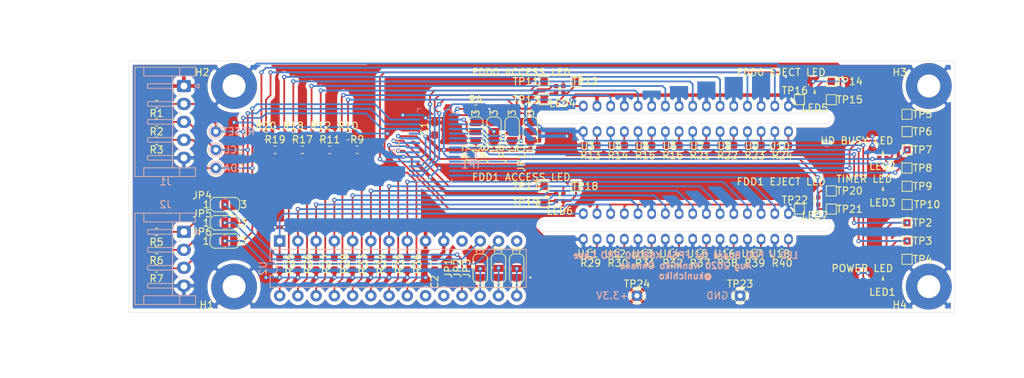
<source format=kicad_pcb>
(kicad_pcb (version 20171130) (host pcbnew "(5.1.5-0-10_14)")
  (layers (0 F.Cu signal) (31 B.Cu signal) (34 B.Paste user) (35 F.Paste user) (36 B.SilkS user) (37 F.SilkS user) (38 B.Mask user) (39 F.Mask user) (44 Edge.Cuts user))
  (net 0 "")
  (net 1 +3V3)
  (net 2 /RESET)
  (net 3 /SCL)
  (net 4 /SDA)
  (net 5 GND)
  (net 6 "Net-(R4-Pad2)")
  (net 7 /LED_RESERVE)
  (net 8 /POWER_LED_R)
  (net 9 /POWER_LED_G)
  (net 10 /POWER_LED_B)
  (net 11 /HD_BUSY_LED_R)
  (net 12 /HD_BUSY_LED_G)
  (net 13 /HD_BUSY_LED_B)
  (net 14 /TIMER_LED_R)
  (net 15 /TIMER_LED_G)
  (net 16 /TIMER_LED_B)
  (net 17 /FDD0_ACCESS_R)
  (net 18 /FDD0_ACCESS_G)
  (net 19 /FDD0_ACCESS_B)
  (net 20 /FDD0_EJECT_R)
  (net 21 /FDD0_EJECT_G)
  (net 22 /FDD0_EJECT_B)
  (net 23 /FDD1_ACCESS_R)
  (net 24 /FDD1_ACCESS_G)
  (net 25 /FDD1_ACCESS_B)
  (net 26 /FDD1_EJECT_R)
  (net 27 /FDD1_EJECT_G)
  (net 28 /FDD1_EJECT_B)
  (net 29 /FD0ID0)
  (net 30 /FD0ID1)
  (net 31 /FD0ID2)
  (net 32 /FD0ID3)
  (net 33 "Net-(R14-Pad1)")
  (net 34 "Net-(R15-Pad1)")
  (net 35 "Net-(R16-Pad1)")
  (net 36 /FD0ID4)
  (net 37 /FD0ID5)
  (net 38 /FD0ID6)
  (net 39 /FD0ID7)
  (net 40 "Net-(R22-Pad1)")
  (net 41 "Net-(R23-Pad1)")
  (net 42 "Net-(R24-Pad1)")
  (net 43 /FD1ID0)
  (net 44 /FD1ID1)
  (net 45 /FD1ID2)
  (net 46 /FD1ID3)
  (net 47 "Net-(R30-Pad1)")
  (net 48 "Net-(R31-Pad1)")
  (net 49 "Net-(R32-Pad1)")
  (net 50 /FD1ID4)
  (net 51 /FD1ID5)
  (net 52 /FD1ID6)
  (net 53 /FD1ID7)
  (net 54 "Net-(R38-Pad1)")
  (net 55 "Net-(R39-Pad1)")
  (net 56 "Net-(R40-Pad1)")
  (net 57 "Net-(U2-Pad14)")
  (net 58 "Net-(U2-Pad11)")
  (net 59 "Net-(U2-Pad20)")
  (net 60 "Net-(U2-Pad19)")
  (net 61 "Net-(R13-Pad1)")
  (net 62 "Net-(R21-Pad1)")
  (net 63 "Net-(R29-Pad1)")
  (net 64 "Net-(R37-Pad1)")
  (net 65 "Net-(J2-Pad3)")
  (net 66 "Net-(J2-Pad2)")
  (net 67 "Net-(J2-Pad1)")
  (net 68 "Net-(JP1-Pad2)")
  (net 69 "Net-(JP2-Pad2)")
  (net 70 "Net-(JP3-Pad2)")
  (net 71 /RESET_PARA)
  (net 72 /SCL_PARA)
  (net 73 /SDA_PARA)
  (net 74 "Net-(JP7-Pad2)")
  (net 75 "Net-(JP8-Pad2)")
  (net 76 "Net-(JP9-Pad2)")
  (net 77 "Net-(JP10-Pad2)")
  (module "local:Full-color LED LTSN-B32JEGBB-LY" (layer F.Cu) (at 154.5 108.5)
    (fp_text reference LED3 (at -0.068 1.736) (layer F.SilkS))
    (fp_text value "TIMER LED" (at -2.608 -1.566) (layer F.SilkS))
    (pad 1 smd rect (at -0.5 -0.5) (size 0.6 0.6) (layers F.Cu F.Paste F.Mask) (net 1 +3V3))
    (pad 4 smd rect (at -0.5 0.5) (size 0.6 0.6) (layers F.Cu F.Paste F.Mask) (net 16 /TIMER_LED_B))
    (pad 3 smd rect (at 0.5 0.5) (size 0.6 0.6) (layers F.Cu F.Paste F.Mask) (net 15 /TIMER_LED_G))
    (pad 2 smd rect (at 0.5 -0.5) (size 0.6 0.6) (layers F.Cu F.Paste F.Mask) (net 14 /TIMER_LED_R))
  )
  (module "local:Full-color LED LTSN-B32JEGBB-LY" (layer F.Cu) (at 154.5 121)
    (fp_text reference LED1 (at -0.068 1.682) (layer F.SilkS))
    (fp_text value "POWER LED" (at -2.862 -1.62) (layer F.SilkS))
    (pad 1 smd rect (at -0.5 -0.5) (size 0.6 0.6) (layers F.Cu F.Paste F.Mask) (net 1 +3V3))
    (pad 4 smd rect (at -0.5 0.5) (size 0.6 0.6) (layers F.Cu F.Paste F.Mask) (net 10 /POWER_LED_B))
    (pad 3 smd rect (at 0.5 0.5) (size 0.6 0.6) (layers F.Cu F.Paste F.Mask) (net 9 /POWER_LED_G))
    (pad 2 smd rect (at 0.5 -0.5) (size 0.6 0.6) (layers F.Cu F.Paste F.Mask) (net 8 /POWER_LED_R))
  )
  (module "local:Full-color LED LTSN-B32JEGBB-LY" (layer F.Cu) (at 154.5 103.5)
    (fp_text reference LED2 (at -0.068 1.656) (layer F.SilkS))
    (fp_text value "HD BUSY LED" (at -3.624 -1.9) (layer F.SilkS))
    (pad 1 smd rect (at -0.5 -0.5) (size 0.6 0.6) (layers F.Cu F.Paste F.Mask) (net 1 +3V3))
    (pad 4 smd rect (at -0.5 0.5) (size 0.6 0.6) (layers F.Cu F.Paste F.Mask) (net 13 /HD_BUSY_LED_B))
    (pad 3 smd rect (at 0.5 0.5) (size 0.6 0.6) (layers F.Cu F.Paste F.Mask) (net 12 /HD_BUSY_LED_G))
    (pad 2 smd rect (at 0.5 -0.5) (size 0.6 0.6) (layers F.Cu F.Paste F.Mask) (net 11 /HD_BUSY_LED_R))
  )
  (module "local:Full-color LED LTSN-B32JEGBB-LY" (layer F.Cu) (at 145 95)
    (fp_text reference LED5 (at 0.034 2.028) (layer F.SilkS))
    (fp_text value "FDD0 EJECT LED" (at -4.665 -2.925) (layer F.SilkS))
    (pad 1 smd rect (at -0.5 -0.5) (size 0.6 0.6) (layers F.Cu F.Paste F.Mask) (net 1 +3V3))
    (pad 4 smd rect (at -0.5 0.5) (size 0.6 0.6) (layers F.Cu F.Paste F.Mask) (net 22 /FDD0_EJECT_B))
    (pad 3 smd rect (at 0.5 0.5) (size 0.6 0.6) (layers F.Cu F.Paste F.Mask) (net 21 /FDD0_EJECT_G))
    (pad 2 smd rect (at 0.5 -0.5) (size 0.6 0.6) (layers F.Cu F.Paste F.Mask) (net 20 /FDD0_EJECT_R))
  )
  (module "local:Full-color LED LTSN-B32JEGBB-LY" (layer F.Cu) (at 145 110)
    (fp_text reference LED7 (at 0.034 2.014) (layer F.SilkS))
    (fp_text value "FDD1 EJECT LED" (at -4.665 -2.685) (layer F.SilkS))
    (pad 1 smd rect (at -0.5 -0.5) (size 0.6 0.6) (layers F.Cu F.Paste F.Mask) (net 1 +3V3))
    (pad 4 smd rect (at -0.5 0.5) (size 0.6 0.6) (layers F.Cu F.Paste F.Mask) (net 28 /FDD1_EJECT_B))
    (pad 3 smd rect (at 0.5 0.5) (size 0.6 0.6) (layers F.Cu F.Paste F.Mask) (net 27 /FDD1_EJECT_G))
    (pad 2 smd rect (at 0.5 -0.5) (size 0.6 0.6) (layers F.Cu F.Paste F.Mask) (net 26 /FDD1_EJECT_R))
  )
  (module "local:Full-color LED LTSN-B32JEGBB-LY" (layer F.Cu) (at 109.5 109.5)
    (fp_text reference LED6 (at 0 1.9) (layer F.SilkS))
    (fp_text value "FDD1 ACCESS LED" (at -5.36 -2.82) (layer F.SilkS))
    (pad 1 smd rect (at -0.5 -0.5) (size 0.6 0.6) (layers F.Cu F.Paste F.Mask) (net 1 +3V3))
    (pad 4 smd rect (at -0.5 0.5) (size 0.6 0.6) (layers F.Cu F.Paste F.Mask) (net 25 /FDD1_ACCESS_B))
    (pad 3 smd rect (at 0.5 0.5) (size 0.6 0.6) (layers F.Cu F.Paste F.Mask) (net 24 /FDD1_ACCESS_G))
    (pad 2 smd rect (at 0.5 -0.5) (size 0.6 0.6) (layers F.Cu F.Paste F.Mask) (net 23 /FDD1_ACCESS_R))
  )
  (module "local:Full-color LED LTSN-B32JEGBB-LY" (layer F.Cu) (at 109.5 94.5)
    (fp_text reference LED4 (at 0.355 1.9) (layer F.SilkS))
    (fp_text value "FDD0 ACCESS LED" (at -5.36 -2.425) (layer F.SilkS))
    (pad 1 smd rect (at -0.5 -0.5) (size 0.6 0.6) (layers F.Cu F.Paste F.Mask) (net 1 +3V3))
    (pad 4 smd rect (at -0.5 0.5) (size 0.6 0.6) (layers F.Cu F.Paste F.Mask) (net 19 /FDD0_ACCESS_B))
    (pad 3 smd rect (at 0.5 0.5) (size 0.6 0.6) (layers F.Cu F.Paste F.Mask) (net 18 /FDD0_ACCESS_G))
    (pad 2 smd rect (at 0.5 -0.5) (size 0.6 0.6) (layers F.Cu F.Paste F.Mask) (net 17 /FDD0_ACCESS_R))
  )
  (module Capacitor_SMD:C_0603_1608Metric_Pad1.05x0.95mm_HandSolder (layer F.Cu) (at 92.075 118.745 270)
    (fp_text reference C2 (at 2.54 0 90) (layer F.SilkS))
    (fp_text value C_Small)
    (pad 2 smd roundrect (at 0.875 0 270) (size 1.05 0.95) (layers F.Cu F.Paste F.Mask) (net 1 +3V3))
    (pad 1 smd roundrect (at -0.875 0 270) (size 1.05 0.95) (layers F.Cu F.Paste F.Mask) (net 5 GND))
  )
  (module Resistor_SMD:R_0603_1608Metric_Pad1.05x0.95mm_HandSolder (layer F.Cu) (at 53.34 119.38 180)
    (fp_text reference R7 (at 0 -1.43) (layer F.SilkS))
    (fp_text value 4K7)
    (pad 2 smd roundrect (at 0.875 0 180) (size 1.05 0.95) (layers F.Cu F.Paste F.Mask) (net 1 +3V3))
    (pad 1 smd roundrect (at -0.875 0 180) (size 1.05 0.95) (layers F.Cu F.Paste F.Mask) (net 65 "Net-(J2-Pad3)"))
  )
  (module Resistor_SMD:R_0603_1608Metric_Pad1.05x0.95mm_HandSolder (layer F.Cu) (at 53.34 116.84 180)
    (fp_text reference R6 (at 0 -1.43) (layer F.SilkS))
    (fp_text value 4K7)
    (pad 2 smd roundrect (at 0.875 0 180) (size 1.05 0.95) (layers F.Cu F.Paste F.Mask) (net 1 +3V3))
    (pad 1 smd roundrect (at -0.875 0 180) (size 1.05 0.95) (layers F.Cu F.Paste F.Mask) (net 66 "Net-(J2-Pad2)"))
  )
  (module Resistor_SMD:R_0603_1608Metric_Pad1.05x0.95mm_HandSolder (layer F.Cu) (at 53.34 114.3 180)
    (fp_text reference R5 (at 0 -1.43) (layer F.SilkS))
    (fp_text value 4K7)
    (pad 2 smd roundrect (at 0.875 0 180) (size 1.05 0.95) (layers F.Cu F.Paste F.Mask) (net 1 +3V3))
    (pad 1 smd roundrect (at -0.875 0 180) (size 1.05 0.95) (layers F.Cu F.Paste F.Mask) (net 67 "Net-(J2-Pad1)"))
  )
  (module Jumper:SolderJumper-3_P1.3mm_Open_RoundedPad1.0x1.5mm_NumberLabels (layer F.Cu) (at 105.41 100.33 90)
    (fp_text reference JP10 (at -3.81 -1.27 90) (layer F.SilkS))
    (fp_text value JUMPER3)
    (fp_text user 1 (at -2.6 0 90) (layer F.SilkS))
    (fp_text user 3 (at 2.6 0 90) (layer F.SilkS))
    (pad 2 smd rect (at 0 0 90) (size 1 1.5) (layers F.Cu F.Mask) (net 77 "Net-(JP10-Pad2)"))
    (pad 3 smd custom (at 1.3 0 90) (size 1 0.5) (layers F.Cu F.Mask) (net 1 +3V3) (options (clearance outline) (anchor rect)) (primitives (gr_circle (center 0 0.25) (end 0.5 0.25) (width 0)) (gr_circle (center 0 -0.25) (end 0.5 -0.25) (width 0)) (gr_poly (pts (xy -0.55 -0.75) (xy 0 -0.75) (xy 0 0.75) (xy -0.55 0.75)) (width 0))))
    (pad 1 smd custom (at -1.3 0 90) (size 1 0.5) (layers F.Cu F.Mask) (net 5 GND) (options (clearance outline) (anchor rect)) (primitives (gr_circle (center 0 0.25) (end 0.5 0.25) (width 0)) (gr_circle (center 0 -0.25) (end 0.5 -0.25) (width 0)) (gr_poly (pts (xy 0.55 -0.75) (xy 0 -0.75) (xy 0 0.75) (xy 0.55 0.75)) (width 0))))
  )
  (module Jumper:SolderJumper-3_P1.3mm_Open_RoundedPad1.0x1.5mm_NumberLabels (layer F.Cu) (at 102.87 100.33 90)
    (fp_text reference JP9 (at -3.175 -1.27 90) (layer F.SilkS))
    (fp_text value JUMPER3)
    (fp_text user 1 (at -2.6 0 90) (layer F.SilkS))
    (fp_text user 3 (at 2.6 0 90) (layer F.SilkS))
    (pad 2 smd rect (at 0 0 90) (size 1 1.5) (layers F.Cu F.Mask) (net 76 "Net-(JP9-Pad2)"))
    (pad 3 smd custom (at 1.3 0 90) (size 1 0.5) (layers F.Cu F.Mask) (net 1 +3V3) (options (clearance outline) (anchor rect)) (primitives (gr_circle (center 0 0.25) (end 0.5 0.25) (width 0)) (gr_circle (center 0 -0.25) (end 0.5 -0.25) (width 0)) (gr_poly (pts (xy -0.55 -0.75) (xy 0 -0.75) (xy 0 0.75) (xy -0.55 0.75)) (width 0))))
    (pad 1 smd custom (at -1.3 0 90) (size 1 0.5) (layers F.Cu F.Mask) (net 5 GND) (options (clearance outline) (anchor rect)) (primitives (gr_circle (center 0 0.25) (end 0.5 0.25) (width 0)) (gr_circle (center 0 -0.25) (end 0.5 -0.25) (width 0)) (gr_poly (pts (xy 0.55 -0.75) (xy 0 -0.75) (xy 0 0.75) (xy 0.55 0.75)) (width 0))))
  )
  (module Jumper:SolderJumper-3_P1.3mm_Open_RoundedPad1.0x1.5mm_NumberLabels (layer F.Cu) (at 100.33 100.33 90)
    (fp_text reference JP8 (at -3.175 -1.27 90) (layer F.SilkS))
    (fp_text value JUMPER3)
    (fp_text user 1 (at -2.6 0 90) (layer F.SilkS))
    (fp_text user 3 (at 2.6 0 90) (layer F.SilkS))
    (pad 2 smd rect (at 0 0 90) (size 1 1.5) (layers F.Cu F.Mask) (net 75 "Net-(JP8-Pad2)"))
    (pad 3 smd custom (at 1.3 0 90) (size 1 0.5) (layers F.Cu F.Mask) (net 1 +3V3) (options (clearance outline) (anchor rect)) (primitives (gr_circle (center 0 0.25) (end 0.5 0.25) (width 0)) (gr_circle (center 0 -0.25) (end 0.5 -0.25) (width 0)) (gr_poly (pts (xy -0.55 -0.75) (xy 0 -0.75) (xy 0 0.75) (xy -0.55 0.75)) (width 0))))
    (pad 1 smd custom (at -1.3 0 90) (size 1 0.5) (layers F.Cu F.Mask) (net 5 GND) (options (clearance outline) (anchor rect)) (primitives (gr_circle (center 0 0.25) (end 0.5 0.25) (width 0)) (gr_circle (center 0 -0.25) (end 0.5 -0.25) (width 0)) (gr_poly (pts (xy 0.55 -0.75) (xy 0 -0.75) (xy 0 0.75) (xy 0.55 0.75)) (width 0))))
  )
  (module Jumper:SolderJumper-3_P1.3mm_Open_RoundedPad1.0x1.5mm_NumberLabels (layer F.Cu) (at 97.79 100.33 90)
    (fp_text reference JP7 (at -3.175 -1.27 90) (layer F.SilkS))
    (fp_text value JUMPER3)
    (fp_text user 1 (at -2.6 0 90) (layer F.SilkS))
    (fp_text user 3 (at 2.6 0 90) (layer F.SilkS))
    (pad 2 smd rect (at 0 0 90) (size 1 1.5) (layers F.Cu F.Mask) (net 74 "Net-(JP7-Pad2)"))
    (pad 3 smd custom (at 1.3 0 90) (size 1 0.5) (layers F.Cu F.Mask) (net 1 +3V3) (options (clearance outline) (anchor rect)) (primitives (gr_circle (center 0 0.25) (end 0.5 0.25) (width 0)) (gr_circle (center 0 -0.25) (end 0.5 -0.25) (width 0)) (gr_poly (pts (xy -0.55 -0.75) (xy 0 -0.75) (xy 0 0.75) (xy -0.55 0.75)) (width 0))))
    (pad 1 smd custom (at -1.3 0 90) (size 1 0.5) (layers F.Cu F.Mask) (net 5 GND) (options (clearance outline) (anchor rect)) (primitives (gr_circle (center 0 0.25) (end 0.5 0.25) (width 0)) (gr_circle (center 0 -0.25) (end 0.5 -0.25) (width 0)) (gr_poly (pts (xy 0.55 -0.75) (xy 0 -0.75) (xy 0 0.75) (xy 0.55 0.75)) (width 0))))
  )
  (module Jumper:SolderJumper-3_P1.3mm_Open_RoundedPad1.0x1.5mm_NumberLabels (layer F.Cu) (at 62.835 115.57)
    (fp_text reference JP6 (at -3.145 -1.27) (layer F.SilkS))
    (fp_text value JUMPER3)
    (fp_text user 1 (at -2.6 0) (layer F.SilkS))
    (fp_text user 3 (at 2.6 0) (layer F.SilkS))
    (pad 2 smd rect (at 0 0) (size 1 1.5) (layers F.Cu F.Mask) (net 73 /SDA_PARA))
    (pad 3 smd custom (at 1.3 0) (size 1 0.5) (layers F.Cu F.Mask) (net 4 /SDA) (options (clearance outline) (anchor rect)) (primitives (gr_circle (center 0 0.25) (end 0.5 0.25) (width 0)) (gr_circle (center 0 -0.25) (end 0.5 -0.25) (width 0)) (gr_poly (pts (xy -0.55 -0.75) (xy 0 -0.75) (xy 0 0.75) (xy -0.55 0.75)) (width 0))))
    (pad 1 smd custom (at -1.3 0) (size 1 0.5) (layers F.Cu F.Mask) (net 65 "Net-(J2-Pad3)") (options (clearance outline) (anchor rect)) (primitives (gr_circle (center 0 0.25) (end 0.5 0.25) (width 0)) (gr_circle (center 0 -0.25) (end 0.5 -0.25) (width 0)) (gr_poly (pts (xy 0.55 -0.75) (xy 0 -0.75) (xy 0 0.75) (xy 0.55 0.75)) (width 0))))
  )
  (module Jumper:SolderJumper-3_P1.3mm_Open_RoundedPad1.0x1.5mm_NumberLabels (layer F.Cu) (at 62.865 113.03)
    (fp_text reference JP5 (at -3.175 -1.27) (layer F.SilkS))
    (fp_text value JUMPER3)
    (fp_text user 1 (at -2.6 0) (layer F.SilkS))
    (fp_text user 3 (at 2.6 0) (layer F.SilkS))
    (pad 2 smd rect (at 0 0) (size 1 1.5) (layers F.Cu F.Mask) (net 72 /SCL_PARA))
    (pad 3 smd custom (at 1.3 0) (size 1 0.5) (layers F.Cu F.Mask) (net 3 /SCL) (options (clearance outline) (anchor rect)) (primitives (gr_circle (center 0 0.25) (end 0.5 0.25) (width 0)) (gr_circle (center 0 -0.25) (end 0.5 -0.25) (width 0)) (gr_poly (pts (xy -0.55 -0.75) (xy 0 -0.75) (xy 0 0.75) (xy -0.55 0.75)) (width 0))))
    (pad 1 smd custom (at -1.3 0) (size 1 0.5) (layers F.Cu F.Mask) (net 66 "Net-(J2-Pad2)") (options (clearance outline) (anchor rect)) (primitives (gr_circle (center 0 0.25) (end 0.5 0.25) (width 0)) (gr_circle (center 0 -0.25) (end 0.5 -0.25) (width 0)) (gr_poly (pts (xy 0.55 -0.75) (xy 0 -0.75) (xy 0 0.75) (xy 0.55 0.75)) (width 0))))
  )
  (module Jumper:SolderJumper-3_P1.3mm_Open_RoundedPad1.0x1.5mm_NumberLabels (layer F.Cu) (at 62.865 110.49)
    (fp_text reference JP4 (at -3.175 -1.27) (layer F.SilkS))
    (fp_text value JUMPER3)
    (fp_text user 1 (at -2.6 0) (layer F.SilkS))
    (fp_text user 3 (at 2.6 0) (layer F.SilkS))
    (pad 2 smd rect (at 0 0) (size 1 1.5) (layers F.Cu F.Mask) (net 71 /RESET_PARA))
    (pad 3 smd custom (at 1.3 0) (size 1 0.5) (layers F.Cu F.Mask) (net 2 /RESET) (options (clearance outline) (anchor rect)) (primitives (gr_circle (center 0 0.25) (end 0.5 0.25) (width 0)) (gr_circle (center 0 -0.25) (end 0.5 -0.25) (width 0)) (gr_poly (pts (xy -0.55 -0.75) (xy 0 -0.75) (xy 0 0.75) (xy -0.55 0.75)) (width 0))))
    (pad 1 smd custom (at -1.3 0) (size 1 0.5) (layers F.Cu F.Mask) (net 67 "Net-(J2-Pad1)") (options (clearance outline) (anchor rect)) (primitives (gr_circle (center 0 0.25) (end 0.5 0.25) (width 0)) (gr_circle (center 0 -0.25) (end 0.5 -0.25) (width 0)) (gr_poly (pts (xy 0.55 -0.75) (xy 0 -0.75) (xy 0 0.75) (xy 0.55 0.75)) (width 0))))
  )
  (module Jumper:SolderJumper-3_P1.3mm_Open_RoundedPad1.0x1.5mm_NumberLabels (layer F.Cu) (at 103.505 119.41 90)
    (fp_text reference JP3 (at 0 -6.985 90) (layer F.SilkS))
    (fp_text value JUMPER3)
    (fp_text user 1 (at -2.6 0 90) (layer F.SilkS))
    (fp_text user 3 (at 2.6 0 90) (layer F.SilkS))
    (pad 2 smd rect (at 0 0 90) (size 1 1.5) (layers F.Cu F.Mask) (net 70 "Net-(JP3-Pad2)"))
    (pad 3 smd custom (at 1.3 0 90) (size 1 0.5) (layers F.Cu F.Mask) (net 1 +3V3) (options (clearance outline) (anchor rect)) (primitives (gr_circle (center 0 0.25) (end 0.5 0.25) (width 0)) (gr_circle (center 0 -0.25) (end 0.5 -0.25) (width 0)) (gr_poly (pts (xy -0.55 -0.75) (xy 0 -0.75) (xy 0 0.75) (xy -0.55 0.75)) (width 0))))
    (pad 1 smd custom (at -1.3 0 90) (size 1 0.5) (layers F.Cu F.Mask) (net 5 GND) (options (clearance outline) (anchor rect)) (primitives (gr_circle (center 0 0.25) (end 0.5 0.25) (width 0)) (gr_circle (center 0 -0.25) (end 0.5 -0.25) (width 0)) (gr_poly (pts (xy 0.55 -0.75) (xy 0 -0.75) (xy 0 0.75) (xy 0.55 0.75)) (width 0))))
  )
  (module Jumper:SolderJumper-3_P1.3mm_Open_RoundedPad1.0x1.5mm_NumberLabels (layer F.Cu) (at 100.965 119.38 90)
    (fp_text reference JP2 (at 0 -5.715 90) (layer F.SilkS))
    (fp_text value JUMPER3)
    (fp_text user 1 (at -2.6 0 90) (layer F.SilkS))
    (fp_text user 3 (at 2.6 0 90) (layer F.SilkS))
    (pad 2 smd rect (at 0 0 90) (size 1 1.5) (layers F.Cu F.Mask) (net 69 "Net-(JP2-Pad2)"))
    (pad 3 smd custom (at 1.3 0 90) (size 1 0.5) (layers F.Cu F.Mask) (net 1 +3V3) (options (clearance outline) (anchor rect)) (primitives (gr_circle (center 0 0.25) (end 0.5 0.25) (width 0)) (gr_circle (center 0 -0.25) (end 0.5 -0.25) (width 0)) (gr_poly (pts (xy -0.55 -0.75) (xy 0 -0.75) (xy 0 0.75) (xy -0.55 0.75)) (width 0))))
    (pad 1 smd custom (at -1.3 0 90) (size 1 0.5) (layers F.Cu F.Mask) (net 5 GND) (options (clearance outline) (anchor rect)) (primitives (gr_circle (center 0 0.25) (end 0.5 0.25) (width 0)) (gr_circle (center 0 -0.25) (end 0.5 -0.25) (width 0)) (gr_poly (pts (xy 0.55 -0.75) (xy 0 -0.75) (xy 0 0.75) (xy 0.55 0.75)) (width 0))))
  )
  (module Jumper:SolderJumper-3_P1.3mm_Open_RoundedPad1.0x1.5mm_NumberLabels (layer F.Cu) (at 98.425 119.41 90)
    (fp_text reference JP1 (at 0.03 -4.445 90) (layer F.SilkS))
    (fp_text value JUMPER3)
    (fp_text user 1 (at -2.6 0 90) (layer F.SilkS))
    (fp_text user 3 (at 2.6 0 90) (layer F.SilkS))
    (pad 2 smd rect (at 0 0 90) (size 1 1.5) (layers F.Cu F.Mask) (net 68 "Net-(JP1-Pad2)"))
    (pad 3 smd custom (at 1.3 0 90) (size 1 0.5) (layers F.Cu F.Mask) (net 1 +3V3) (options (clearance outline) (anchor rect)) (primitives (gr_circle (center 0 0.25) (end 0.5 0.25) (width 0)) (gr_circle (center 0 -0.25) (end 0.5 -0.25) (width 0)) (gr_poly (pts (xy -0.55 -0.75) (xy 0 -0.75) (xy 0 0.75) (xy -0.55 0.75)) (width 0))))
    (pad 1 smd custom (at -1.3 0 90) (size 1 0.5) (layers F.Cu F.Mask) (net 5 GND) (options (clearance outline) (anchor rect)) (primitives (gr_circle (center 0 0.25) (end 0.5 0.25) (width 0)) (gr_circle (center 0 -0.25) (end 0.5 -0.25) (width 0)) (gr_poly (pts (xy 0.55 -0.75) (xy 0 -0.75) (xy 0 0.75) (xy 0.55 0.75)) (width 0))))
  )
  (module Connector_JST:JST_EH_S4B-EH_1x04_P2.50mm_Horizontal (layer B.Cu) (at 57.15 114.3 270)
    (fp_text reference J2 (at -3.81 2.54 180) (layer B.SilkS) (effects (justify mirror)))
    (fp_text value Conn_01x04_Male)
    (pad 4 thru_hole oval (at 7.5 0 270) (size 1.7 1.95) (drill 0.95) (layers *.Cu *.Mask) (net 5 GND))
    (pad 3 thru_hole oval (at 5 0 270) (size 1.7 1.95) (drill 0.95) (layers *.Cu *.Mask) (net 65 "Net-(J2-Pad3)"))
    (pad 2 thru_hole oval (at 2.5 0 270) (size 1.7 1.95) (drill 0.95) (layers *.Cu *.Mask) (net 66 "Net-(J2-Pad2)"))
    (pad 1 thru_hole roundrect (at 0 0 270) (size 1.7 1.95) (drill 0.95) (layers *.Cu *.Mask) (roundrect_rratio 0.147059) (net 67 "Net-(J2-Pad1)"))
  )
  (module TestPoint:TestPoint_Pad_1.0x1.0mm (layer B.Cu) (at 97.155 103.505)
    (fp_text reference TP1 (at 0 1.448) (layer B.SilkS) (effects (justify mirror)))
    (fp_text value "LED3(RESERVE)")
    (pad 1 smd rect (at 0 0) (size 1 1) (layers B.Cu B.Mask) (net 7 /LED_RESERVE))
  )
  (module digikey-footprints:TSSOP-28_W4.40mm (layer B.Cu) (at 92.075 102.235 270)
    (fp_text reference U1 (at 0.2 5.37 270) (layer B.SilkS) (effects (justify mirror)))
    (fp_text value TLC59116IPWR)
    (pad 28 smd rect (at -4.225 2.8 270) (size 0.3 1.6) (layers B.Cu B.Paste B.Mask) (net 1 +3V3))
    (pad 27 smd rect (at -3.575 2.8 270) (size 0.3 1.6) (layers B.Cu B.Paste B.Mask) (net 4 /SDA))
    (pad 26 smd rect (at -2.925 2.8 270) (size 0.3 1.6) (layers B.Cu B.Paste B.Mask) (net 3 /SCL))
    (pad 25 smd rect (at -2.275 2.8 270) (size 0.3 1.6) (layers B.Cu B.Paste B.Mask) (net 2 /RESET))
    (pad 24 smd rect (at -1.625 2.8 270) (size 0.3 1.6) (layers B.Cu B.Paste B.Mask) (net 5 GND))
    (pad 23 smd rect (at -0.975 2.8 270) (size 0.3 1.6) (layers B.Cu B.Paste B.Mask) (net 27 /FDD1_EJECT_G))
    (pad 22 smd rect (at -0.325 2.8 270) (size 0.3 1.6) (layers B.Cu B.Paste B.Mask) (net 23 /FDD1_ACCESS_R))
    (pad 21 smd rect (at 0.325 2.8 270) (size 0.3 1.6) (layers B.Cu B.Paste B.Mask) (net 24 /FDD1_ACCESS_G))
    (pad 20 smd rect (at 0.975 2.8 270) (size 0.3 1.6) (layers B.Cu B.Paste B.Mask) (net 25 /FDD1_ACCESS_B))
    (pad 19 smd rect (at 1.625 2.8 270) (size 0.3 1.6) (layers B.Cu B.Paste B.Mask) (net 5 GND))
    (pad 18 smd rect (at 2.275 2.8 270) (size 0.3 1.6) (layers B.Cu B.Paste B.Mask) (net 21 /FDD0_EJECT_G))
    (pad 17 smd rect (at 2.925 2.8 270) (size 0.3 1.6) (layers B.Cu B.Paste B.Mask) (net 17 /FDD0_ACCESS_R))
    (pad 16 smd rect (at 3.575 2.8 270) (size 0.3 1.6) (layers B.Cu B.Paste B.Mask) (net 18 /FDD0_ACCESS_G))
    (pad 15 smd rect (at 4.225 2.8 270) (size 0.3 1.6) (layers B.Cu B.Paste B.Mask) (net 19 /FDD0_ACCESS_B))
    (pad 14 smd rect (at 4.225 -2.8 270) (size 0.3 1.6) (layers B.Cu B.Paste B.Mask) (net 14 /TIMER_LED_R))
    (pad 13 smd rect (at 3.575 -2.8 270) (size 0.3 1.6) (layers B.Cu B.Paste B.Mask) (net 11 /HD_BUSY_LED_R))
    (pad 12 smd rect (at 2.925 -2.8 270) (size 0.3 1.6) (layers B.Cu B.Paste B.Mask) (net 12 /HD_BUSY_LED_G))
    (pad 11 smd rect (at 2.275 -2.8 270) (size 0.3 1.6) (layers B.Cu B.Paste B.Mask) (net 13 /HD_BUSY_LED_B))
    (pad 10 smd rect (at 1.625 -2.8 270) (size 0.3 1.6) (layers B.Cu B.Paste B.Mask) (net 5 GND))
    (pad 9 smd rect (at 0.975 -2.8 270) (size 0.3 1.6) (layers B.Cu B.Paste B.Mask) (net 7 /LED_RESERVE))
    (pad 8 smd rect (at 0.325 -2.8 270) (size 0.3 1.6) (layers B.Cu B.Paste B.Mask) (net 8 /POWER_LED_R))
    (pad 7 smd rect (at -0.325 -2.8 270) (size 0.3 1.6) (layers B.Cu B.Paste B.Mask) (net 9 /POWER_LED_G))
    (pad 6 smd rect (at -0.975 -2.8 270) (size 0.3 1.6) (layers B.Cu B.Paste B.Mask) (net 10 /POWER_LED_B))
    (pad 5 smd rect (at -1.625 -2.8 270) (size 0.3 1.6) (layers B.Cu B.Paste B.Mask) (net 77 "Net-(JP10-Pad2)"))
    (pad 4 smd rect (at -2.275 -2.8 270) (size 0.3 1.6) (layers B.Cu B.Paste B.Mask) (net 76 "Net-(JP9-Pad2)"))
    (pad 3 smd rect (at -2.925 -2.8 270) (size 0.3 1.6) (layers B.Cu B.Paste B.Mask) (net 75 "Net-(JP8-Pad2)"))
    (pad 2 smd rect (at -3.575 -2.8 270) (size 0.3 1.6) (layers B.Cu B.Paste B.Mask) (net 74 "Net-(JP7-Pad2)"))
    (pad 1 smd rect (at -4.225 -2.8 270) (size 0.3 1.6) (layers B.Cu B.Paste B.Mask) (net 6 "Net-(R4-Pad2)"))
  )
  (module local:TPR-105 (layer F.Cu) (at 124.841 102.87 180)
    (fp_text reference U6 (at 0 0.5) (layer F.SilkS))
    (fp_text value TPR-105)
    (pad C thru_hole oval (at 0.635 6.096 180) (size 1.2 1.524) (drill 0.762) (layers *.Cu *.Mask) (net 32 /FD0ID3))
    (pad E thru_hole oval (at 0.635 2.54 180) (size 1.2 1.524) (drill 0.762) (layers *.Cu *.Mask) (net 5 GND))
    (pad K thru_hole oval (at -1.27 6.096 180) (size 1.2 1.524) (drill 0.762) (layers *.Cu *.Mask) (net 5 GND))
    (pad A thru_hole oval (at -1.27 2.54 180) (size 1.2 1.524) (drill 0.762) (layers *.Cu *.Mask) (net 35 "Net-(R16-Pad1)"))
  )
  (module local:TPR-105 (layer F.Cu) (at 132.461 117.856 180)
    (fp_text reference U16 (at 0 0.5) (layer F.SilkS))
    (fp_text value TPR-105)
    (pad C thru_hole oval (at 0.635 6.096 180) (size 1.2 1.524) (drill 0.762) (layers *.Cu *.Mask) (net 51 /FD1ID5))
    (pad E thru_hole oval (at 0.635 2.54 180) (size 1.2 1.524) (drill 0.762) (layers *.Cu *.Mask) (net 5 GND))
    (pad K thru_hole oval (at -1.27 6.096 180) (size 1.2 1.524) (drill 0.762) (layers *.Cu *.Mask) (net 5 GND))
    (pad A thru_hole oval (at -1.27 2.54 180) (size 1.2 1.524) (drill 0.762) (layers *.Cu *.Mask) (net 54 "Net-(R38-Pad1)"))
  )
  (module local:TPR-105 (layer F.Cu) (at 128.651 117.856 180)
    (fp_text reference U15 (at 0 0.5) (layer F.SilkS))
    (fp_text value TPR-105)
    (pad C thru_hole oval (at 0.635 6.096 180) (size 1.2 1.524) (drill 0.762) (layers *.Cu *.Mask) (net 50 /FD1ID4))
    (pad E thru_hole oval (at 0.635 2.54 180) (size 1.2 1.524) (drill 0.762) (layers *.Cu *.Mask) (net 5 GND))
    (pad K thru_hole oval (at -1.27 6.096 180) (size 1.2 1.524) (drill 0.762) (layers *.Cu *.Mask) (net 5 GND))
    (pad A thru_hole oval (at -1.27 2.54 180) (size 1.2 1.524) (drill 0.762) (layers *.Cu *.Mask) (net 64 "Net-(R37-Pad1)"))
  )
  (module Package_DIP:DIP-28_W7.62mm (layer B.Cu) (at 70.485 115.57 270)
    (fp_text reference U2 (at 3.81 2.33 270) (layer B.SilkS) (effects (justify mirror)))
    (fp_text value MCP23017_SP)
    (pad 28 thru_hole oval (at 7.62 0 270) (size 1.6 1.6) (drill 0.8) (layers *.Cu *.Mask) (net 39 /FD0ID7))
    (pad 14 thru_hole oval (at 0 -33.02 270) (size 1.6 1.6) (drill 0.8) (layers *.Cu *.Mask) (net 57 "Net-(U2-Pad14)"))
    (pad 27 thru_hole oval (at 7.62 -2.54 270) (size 1.6 1.6) (drill 0.8) (layers *.Cu *.Mask) (net 38 /FD0ID6))
    (pad 13 thru_hole oval (at 0 -30.48 270) (size 1.6 1.6) (drill 0.8) (layers *.Cu *.Mask) (net 73 /SDA_PARA))
    (pad 26 thru_hole oval (at 7.62 -5.08 270) (size 1.6 1.6) (drill 0.8) (layers *.Cu *.Mask) (net 37 /FD0ID5))
    (pad 12 thru_hole oval (at 0 -27.94 270) (size 1.6 1.6) (drill 0.8) (layers *.Cu *.Mask) (net 72 /SCL_PARA))
    (pad 25 thru_hole oval (at 7.62 -7.62 270) (size 1.6 1.6) (drill 0.8) (layers *.Cu *.Mask) (net 36 /FD0ID4))
    (pad 11 thru_hole oval (at 0 -25.4 270) (size 1.6 1.6) (drill 0.8) (layers *.Cu *.Mask) (net 58 "Net-(U2-Pad11)"))
    (pad 24 thru_hole oval (at 7.62 -10.16 270) (size 1.6 1.6) (drill 0.8) (layers *.Cu *.Mask) (net 32 /FD0ID3))
    (pad 10 thru_hole oval (at 0 -22.86 270) (size 1.6 1.6) (drill 0.8) (layers *.Cu *.Mask) (net 5 GND))
    (pad 23 thru_hole oval (at 7.62 -12.7 270) (size 1.6 1.6) (drill 0.8) (layers *.Cu *.Mask) (net 31 /FD0ID2))
    (pad 9 thru_hole oval (at 0 -20.32 270) (size 1.6 1.6) (drill 0.8) (layers *.Cu *.Mask) (net 1 +3V3))
    (pad 22 thru_hole oval (at 7.62 -15.24 270) (size 1.6 1.6) (drill 0.8) (layers *.Cu *.Mask) (net 30 /FD0ID1))
    (pad 8 thru_hole oval (at 0 -17.78 270) (size 1.6 1.6) (drill 0.8) (layers *.Cu *.Mask) (net 53 /FD1ID7))
    (pad 21 thru_hole oval (at 7.62 -17.78 270) (size 1.6 1.6) (drill 0.8) (layers *.Cu *.Mask) (net 29 /FD0ID0))
    (pad 7 thru_hole oval (at 0 -15.24 270) (size 1.6 1.6) (drill 0.8) (layers *.Cu *.Mask) (net 52 /FD1ID6))
    (pad 20 thru_hole oval (at 7.62 -20.32 270) (size 1.6 1.6) (drill 0.8) (layers *.Cu *.Mask) (net 59 "Net-(U2-Pad20)"))
    (pad 6 thru_hole oval (at 0 -12.7 270) (size 1.6 1.6) (drill 0.8) (layers *.Cu *.Mask) (net 51 /FD1ID5))
    (pad 19 thru_hole oval (at 7.62 -22.86 270) (size 1.6 1.6) (drill 0.8) (layers *.Cu *.Mask) (net 60 "Net-(U2-Pad19)"))
    (pad 5 thru_hole oval (at 0 -10.16 270) (size 1.6 1.6) (drill 0.8) (layers *.Cu *.Mask) (net 50 /FD1ID4))
    (pad 18 thru_hole oval (at 7.62 -25.4 270) (size 1.6 1.6) (drill 0.8) (layers *.Cu *.Mask) (net 71 /RESET_PARA))
    (pad 4 thru_hole oval (at 0 -7.62 270) (size 1.6 1.6) (drill 0.8) (layers *.Cu *.Mask) (net 46 /FD1ID3))
    (pad 17 thru_hole oval (at 7.62 -27.94 270) (size 1.6 1.6) (drill 0.8) (layers *.Cu *.Mask) (net 68 "Net-(JP1-Pad2)"))
    (pad 3 thru_hole oval (at 0 -5.08 270) (size 1.6 1.6) (drill 0.8) (layers *.Cu *.Mask) (net 45 /FD1ID2))
    (pad 16 thru_hole oval (at 7.62 -30.48 270) (size 1.6 1.6) (drill 0.8) (layers *.Cu *.Mask) (net 69 "Net-(JP2-Pad2)"))
    (pad 2 thru_hole oval (at 0 -2.54 270) (size 1.6 1.6) (drill 0.8) (layers *.Cu *.Mask) (net 44 /FD1ID1))
    (pad 15 thru_hole oval (at 7.62 -33.02 270) (size 1.6 1.6) (drill 0.8) (layers *.Cu *.Mask) (net 70 "Net-(JP3-Pad2)"))
    (pad 1 thru_hole rect (at 0 0 270) (size 1.6 1.6) (drill 0.8) (layers *.Cu *.Mask) (net 43 /FD1ID0))
  )
  (module TestPoint:TestPoint_Pad_1.0x1.0mm (layer F.Cu) (at 107.315 93.345)
    (fp_text reference TP11 (at -2.54 0) (layer F.SilkS))
    (fp_text value "FDD0 ACCESS (R)")
    (pad 1 smd rect (at 0 0) (size 1 1) (layers F.Cu F.Mask) (net 17 /FDD0_ACCESS_R))
  )
  (module TestPoint:TestPoint_Pad_1.0x1.0mm (layer F.Cu) (at 111.76 93.345)
    (fp_text reference TP12 (at 1.27 0) (layer F.SilkS))
    (fp_text value "FDD0 ACCESS (G)")
    (pad 1 smd rect (at 0 0) (size 1 1) (layers F.Cu F.Mask) (net 18 /FDD0_ACCESS_G))
  )
  (module TestPoint:TestPoint_Pad_1.0x1.0mm (layer F.Cu) (at 107.315 95.885)
    (fp_text reference TP13 (at -2.54 0) (layer F.SilkS))
    (fp_text value "FDD0 ACCESS (B)")
    (pad 1 smd rect (at 0 0) (size 1 1) (layers F.Cu F.Mask) (net 19 /FDD0_ACCESS_B))
  )
  (module TestPoint:TestPoint_Pad_1.0x1.0mm (layer F.Cu) (at 142.875 111.125)
    (fp_text reference TP22 (at -0.635 -1.27) (layer F.SilkS))
    (fp_text value "FDD1 EJECT (B)")
    (pad 1 smd rect (at 0 0) (size 1 1) (layers F.Cu F.Mask) (net 28 /FDD1_EJECT_B))
  )
  (module TestPoint:TestPoint_Pad_1.0x1.0mm (layer F.Cu) (at 147.32 111.125)
    (fp_text reference TP21 (at 2.54 0) (layer F.SilkS))
    (fp_text value "FDD1 EJECT (G)")
    (pad 1 smd rect (at 0 0) (size 1 1) (layers F.Cu F.Mask) (net 27 /FDD1_EJECT_G))
  )
  (module TestPoint:TestPoint_Pad_1.0x1.0mm (layer F.Cu) (at 147.32 108.585)
    (fp_text reference TP20 (at 2.54 0) (layer F.SilkS))
    (fp_text value "FDD1 EJECT (R)")
    (pad 1 smd rect (at 0 0) (size 1 1) (layers F.Cu F.Mask) (net 26 /FDD1_EJECT_R))
  )
  (module TestPoint:TestPoint_Pad_1.0x1.0mm (layer F.Cu) (at 107.315 110.236)
    (fp_text reference TP19 (at -2.54 0) (layer F.SilkS))
    (fp_text value "FDD1 ACCESS (B)")
    (pad 1 smd rect (at 0 0) (size 1 1) (layers F.Cu F.Mask) (net 25 /FDD1_ACCESS_B))
  )
  (module TestPoint:TestPoint_Pad_1.0x1.0mm (layer F.Cu) (at 111.76 107.95)
    (fp_text reference TP18 (at 1.27 0) (layer F.SilkS))
    (fp_text value "FDD1 ACCESS (G)")
    (pad 1 smd rect (at 0 0) (size 1 1) (layers F.Cu F.Mask) (net 24 /FDD1_ACCESS_G))
  )
  (module TestPoint:TestPoint_Pad_1.0x1.0mm (layer F.Cu) (at 107.315 107.95)
    (fp_text reference TP17 (at -2.54 0) (layer F.SilkS))
    (fp_text value "FDD1 ACCESS (R)")
    (pad 1 smd rect (at 0 0) (size 1 1) (layers F.Cu F.Mask) (net 23 /FDD1_ACCESS_R))
  )
  (module TestPoint:TestPoint_Pad_1.0x1.0mm (layer F.Cu) (at 142.875 95.885)
    (fp_text reference TP16 (at -0.635 -1.27 180) (layer F.SilkS))
    (fp_text value "FDD0 EJECT (B)")
    (pad 1 smd rect (at 0 0) (size 1 1) (layers F.Cu F.Mask) (net 22 /FDD0_EJECT_B))
  )
  (module TestPoint:TestPoint_Pad_1.0x1.0mm (layer F.Cu) (at 147.32 95.885)
    (fp_text reference TP15 (at 2.54 0 180) (layer F.SilkS))
    (fp_text value "FDD0 EJECT (G)")
    (pad 1 smd rect (at 0 0) (size 1 1) (layers F.Cu F.Mask) (net 21 /FDD0_EJECT_G))
  )
  (module TestPoint:TestPoint_Pad_1.0x1.0mm (layer F.Cu) (at 147.32 93.345)
    (fp_text reference TP14 (at 2.54 0 180) (layer F.SilkS))
    (fp_text value "FDD0 EJECT (R)")
    (pad 1 smd rect (at 0 0) (size 1 1) (layers F.Cu F.Mask) (net 20 /FDD0_EJECT_R))
  )
  (module TestPoint:TestPoint_Pad_1.0x1.0mm (layer F.Cu) (at 157.88 110.49 180)
    (fp_text reference TP10 (at -2.775 0 180) (layer F.SilkS))
    (fp_text value "TIMER (B)")
    (pad 1 smd rect (at 0 0 180) (size 1 1) (layers F.Cu F.Mask) (net 16 /TIMER_LED_B))
  )
  (module TestPoint:TestPoint_Pad_1.0x1.0mm (layer F.Cu) (at 157.88 107.95 180)
    (fp_text reference TP9 (at -2.14 0) (layer F.SilkS))
    (fp_text value "TIMER (G)")
    (pad 1 smd rect (at 0 0 180) (size 1 1) (layers F.Cu F.Mask) (net 15 /TIMER_LED_G))
  )
  (module TestPoint:TestPoint_Pad_1.0x1.0mm (layer F.Cu) (at 157.861 105.41 180)
    (fp_text reference TP8 (at -2.159 0) (layer F.SilkS))
    (fp_text value "TIMER (R)")
    (pad 1 smd rect (at 0 0 180) (size 1 1) (layers F.Cu F.Mask) (net 14 /TIMER_LED_R))
  )
  (module TestPoint:TestPoint_Pad_1.0x1.0mm (layer F.Cu) (at 157.88 102.87 180)
    (fp_text reference TP7 (at -2.14 0) (layer F.SilkS))
    (fp_text value "HD BUSY (B)")
    (pad 1 smd rect (at 0 0 180) (size 1 1) (layers F.Cu F.Mask) (net 13 /HD_BUSY_LED_B))
  )
  (module TestPoint:TestPoint_Pad_1.0x1.0mm (layer F.Cu) (at 157.88 100.33 180)
    (fp_text reference TP6 (at -2.14 0) (layer F.SilkS))
    (fp_text value "HD BUSY (G)")
    (pad 1 smd rect (at 0 0 180) (size 1 1) (layers F.Cu F.Mask) (net 12 /HD_BUSY_LED_G))
  )
  (module TestPoint:TestPoint_Pad_1.0x1.0mm (layer F.Cu) (at 157.861 97.917 180)
    (fp_text reference TP5 (at -2.159 0) (layer F.SilkS))
    (fp_text value "HD BUSY (R)")
    (pad 1 smd rect (at 0 0 180) (size 1 1) (layers F.Cu F.Mask) (net 11 /HD_BUSY_LED_R))
  )
  (module TestPoint:TestPoint_Pad_1.0x1.0mm (layer F.Cu) (at 157.88 118.11 180)
    (fp_text reference TP4 (at -2.14 0) (layer F.SilkS))
    (fp_text value "POWER (B)")
    (pad 1 smd rect (at 0 0 180) (size 1 1) (layers F.Cu F.Mask) (net 10 /POWER_LED_B))
  )
  (module TestPoint:TestPoint_Pad_1.0x1.0mm (layer F.Cu) (at 157.88 115.57 180)
    (fp_text reference TP3 (at -2.14 0) (layer F.SilkS))
    (fp_text value "POWER (G)")
    (pad 1 smd rect (at 0 0 180) (size 1 1) (layers F.Cu F.Mask) (net 9 /POWER_LED_G))
  )
  (module TestPoint:TestPoint_Pad_1.0x1.0mm (layer F.Cu) (at 157.861 113.03 180)
    (fp_text reference TP2 (at -2.159 0) (layer F.SilkS))
    (fp_text value "POWER (R)")
    (pad 1 smd rect (at 0 0 180) (size 1 1) (layers F.Cu F.Mask) (net 8 /POWER_LED_R))
  )
  (module local:TPR-105 (layer F.Cu) (at 140.081 117.856 180)
    (fp_text reference U18 (at 0 0.5) (layer F.SilkS))
    (fp_text value TPR-105)
    (pad C thru_hole oval (at 0.635 6.096 180) (size 1.2 1.524) (drill 0.762) (layers *.Cu *.Mask) (net 53 /FD1ID7))
    (pad E thru_hole oval (at 0.635 2.54 180) (size 1.2 1.524) (drill 0.762) (layers *.Cu *.Mask) (net 5 GND))
    (pad K thru_hole oval (at -1.27 6.096 180) (size 1.2 1.524) (drill 0.762) (layers *.Cu *.Mask) (net 5 GND))
    (pad A thru_hole oval (at -1.27 2.54 180) (size 1.2 1.524) (drill 0.762) (layers *.Cu *.Mask) (net 56 "Net-(R40-Pad1)"))
  )
  (module local:TPR-105 (layer F.Cu) (at 136.271 117.856 180)
    (fp_text reference U17 (at 0 0.5) (layer F.SilkS))
    (fp_text value TPR-105)
    (pad C thru_hole oval (at 0.635 6.096 180) (size 1.2 1.524) (drill 0.762) (layers *.Cu *.Mask) (net 52 /FD1ID6))
    (pad E thru_hole oval (at 0.635 2.54 180) (size 1.2 1.524) (drill 0.762) (layers *.Cu *.Mask) (net 5 GND))
    (pad K thru_hole oval (at -1.27 6.096 180) (size 1.2 1.524) (drill 0.762) (layers *.Cu *.Mask) (net 5 GND))
    (pad A thru_hole oval (at -1.27 2.54 180) (size 1.2 1.524) (drill 0.762) (layers *.Cu *.Mask) (net 55 "Net-(R39-Pad1)"))
  )
  (module local:TPR-105 (layer F.Cu) (at 124.841 117.856 180)
    (fp_text reference U14 (at 0 0.5) (layer F.SilkS))
    (fp_text value TPR-105)
    (pad C thru_hole oval (at 0.635 6.096 180) (size 1.2 1.524) (drill 0.762) (layers *.Cu *.Mask) (net 46 /FD1ID3))
    (pad E thru_hole oval (at 0.635 2.54 180) (size 1.2 1.524) (drill 0.762) (layers *.Cu *.Mask) (net 5 GND))
    (pad K thru_hole oval (at -1.27 6.096 180) (size 1.2 1.524) (drill 0.762) (layers *.Cu *.Mask) (net 5 GND))
    (pad A thru_hole oval (at -1.27 2.54 180) (size 1.2 1.524) (drill 0.762) (layers *.Cu *.Mask) (net 49 "Net-(R32-Pad1)"))
  )
  (module local:TPR-105 (layer F.Cu) (at 121.031 117.856 180)
    (fp_text reference U13 (at 0 0.5) (layer F.SilkS))
    (fp_text value TPR-105)
    (pad C thru_hole oval (at 0.635 6.096 180) (size 1.2 1.524) (drill 0.762) (layers *.Cu *.Mask) (net 45 /FD1ID2))
    (pad E thru_hole oval (at 0.635 2.54 180) (size 1.2 1.524) (drill 0.762) (layers *.Cu *.Mask) (net 5 GND))
    (pad K thru_hole oval (at -1.27 6.096 180) (size 1.2 1.524) (drill 0.762) (layers *.Cu *.Mask) (net 5 GND))
    (pad A thru_hole oval (at -1.27 2.54 180) (size 1.2 1.524) (drill 0.762) (layers *.Cu *.Mask) (net 48 "Net-(R31-Pad1)"))
  )
  (module local:TPR-105 (layer F.Cu) (at 117.221 117.856 180)
    (fp_text reference U12 (at 0 0.5) (layer F.SilkS))
    (fp_text value TPR-105)
    (pad C thru_hole oval (at 0.635 6.096 180) (size 1.2 1.524) (drill 0.762) (layers *.Cu *.Mask) (net 44 /FD1ID1))
    (pad E thru_hole oval (at 0.635 2.54 180) (size 1.2 1.524) (drill 0.762) (layers *.Cu *.Mask) (net 5 GND))
    (pad K thru_hole oval (at -1.27 6.096 180) (size 1.2 1.524) (drill 0.762) (layers *.Cu *.Mask) (net 5 GND))
    (pad A thru_hole oval (at -1.27 2.54 180) (size 1.2 1.524) (drill 0.762) (layers *.Cu *.Mask) (net 47 "Net-(R30-Pad1)"))
  )
  (module local:TPR-105 (layer F.Cu) (at 113.411 117.856 180)
    (fp_text reference U11 (at 0 0.5) (layer F.SilkS))
    (fp_text value TPR-105)
    (pad C thru_hole oval (at 0.635 6.096 180) (size 1.2 1.524) (drill 0.762) (layers *.Cu *.Mask) (net 43 /FD1ID0))
    (pad E thru_hole oval (at 0.635 2.54 180) (size 1.2 1.524) (drill 0.762) (layers *.Cu *.Mask) (net 5 GND))
    (pad K thru_hole oval (at -1.27 6.096 180) (size 1.2 1.524) (drill 0.762) (layers *.Cu *.Mask) (net 5 GND))
    (pad A thru_hole oval (at -1.27 2.54 180) (size 1.2 1.524) (drill 0.762) (layers *.Cu *.Mask) (net 63 "Net-(R29-Pad1)"))
  )
  (module local:TPR-105 (layer F.Cu) (at 140.081 102.87 180)
    (fp_text reference U10 (at 0 0.5) (layer F.SilkS))
    (fp_text value TPR-105)
    (pad C thru_hole oval (at 0.635 6.096 180) (size 1.2 1.524) (drill 0.762) (layers *.Cu *.Mask) (net 39 /FD0ID7))
    (pad E thru_hole oval (at 0.635 2.54 180) (size 1.2 1.524) (drill 0.762) (layers *.Cu *.Mask) (net 5 GND))
    (pad K thru_hole oval (at -1.27 6.096 180) (size 1.2 1.524) (drill 0.762) (layers *.Cu *.Mask) (net 5 GND))
    (pad A thru_hole oval (at -1.27 2.54 180) (size 1.2 1.524) (drill 0.762) (layers *.Cu *.Mask) (net 42 "Net-(R24-Pad1)"))
  )
  (module local:TPR-105 (layer F.Cu) (at 136.271 102.87 180)
    (fp_text reference U9 (at 0 0.5) (layer F.SilkS))
    (fp_text value TPR-105)
    (pad C thru_hole oval (at 0.635 6.096 180) (size 1.2 1.524) (drill 0.762) (layers *.Cu *.Mask) (net 38 /FD0ID6))
    (pad E thru_hole oval (at 0.635 2.54 180) (size 1.2 1.524) (drill 0.762) (layers *.Cu *.Mask) (net 5 GND))
    (pad K thru_hole oval (at -1.27 6.096 180) (size 1.2 1.524) (drill 0.762) (layers *.Cu *.Mask) (net 5 GND))
    (pad A thru_hole oval (at -1.27 2.54 180) (size 1.2 1.524) (drill 0.762) (layers *.Cu *.Mask) (net 41 "Net-(R23-Pad1)"))
  )
  (module local:TPR-105 (layer F.Cu) (at 132.461 102.87 180)
    (fp_text reference U8 (at 0 0.5) (layer F.SilkS))
    (fp_text value TPR-105)
    (pad C thru_hole oval (at 0.635 6.096 180) (size 1.2 1.524) (drill 0.762) (layers *.Cu *.Mask) (net 37 /FD0ID5))
    (pad E thru_hole oval (at 0.635 2.54 180) (size 1.2 1.524) (drill 0.762) (layers *.Cu *.Mask) (net 5 GND))
    (pad K thru_hole oval (at -1.27 6.096 180) (size 1.2 1.524) (drill 0.762) (layers *.Cu *.Mask) (net 5 GND))
    (pad A thru_hole oval (at -1.27 2.54 180) (size 1.2 1.524) (drill 0.762) (layers *.Cu *.Mask) (net 40 "Net-(R22-Pad1)"))
  )
  (module local:TPR-105 (layer F.Cu) (at 128.651 102.87 180)
    (fp_text reference U7 (at 0 0.5) (layer F.SilkS))
    (fp_text value TPR-105)
    (pad C thru_hole oval (at 0.635 6.096 180) (size 1.2 1.524) (drill 0.762) (layers *.Cu *.Mask) (net 36 /FD0ID4))
    (pad E thru_hole oval (at 0.635 2.54 180) (size 1.2 1.524) (drill 0.762) (layers *.Cu *.Mask) (net 5 GND))
    (pad K thru_hole oval (at -1.27 6.096 180) (size 1.2 1.524) (drill 0.762) (layers *.Cu *.Mask) (net 5 GND))
    (pad A thru_hole oval (at -1.27 2.54 180) (size 1.2 1.524) (drill 0.762) (layers *.Cu *.Mask) (net 62 "Net-(R21-Pad1)"))
  )
  (module local:TPR-105 (layer F.Cu) (at 121.031 102.87 180)
    (fp_text reference U5 (at 0 0.5) (layer F.SilkS))
    (fp_text value TPR-105)
    (pad C thru_hole oval (at 0.635 6.096 180) (size 1.2 1.524) (drill 0.762) (layers *.Cu *.Mask) (net 31 /FD0ID2))
    (pad E thru_hole oval (at 0.635 2.54 180) (size 1.2 1.524) (drill 0.762) (layers *.Cu *.Mask) (net 5 GND))
    (pad K thru_hole oval (at -1.27 6.096 180) (size 1.2 1.524) (drill 0.762) (layers *.Cu *.Mask) (net 5 GND))
    (pad A thru_hole oval (at -1.27 2.54 180) (size 1.2 1.524) (drill 0.762) (layers *.Cu *.Mask) (net 34 "Net-(R15-Pad1)"))
  )
  (module local:TPR-105 (layer F.Cu) (at 117.221 102.87 180)
    (fp_text reference U4 (at 0 0.5) (layer F.SilkS))
    (fp_text value TPR-105)
    (pad C thru_hole oval (at 0.635 6.096 180) (size 1.2 1.524) (drill 0.762) (layers *.Cu *.Mask) (net 30 /FD0ID1))
    (pad E thru_hole oval (at 0.635 2.54 180) (size 1.2 1.524) (drill 0.762) (layers *.Cu *.Mask) (net 5 GND))
    (pad K thru_hole oval (at -1.27 6.096 180) (size 1.2 1.524) (drill 0.762) (layers *.Cu *.Mask) (net 5 GND))
    (pad A thru_hole oval (at -1.27 2.54 180) (size 1.2 1.524) (drill 0.762) (layers *.Cu *.Mask) (net 33 "Net-(R14-Pad1)"))
  )
  (module local:TPR-105 (layer F.Cu) (at 113.411 102.87 180)
    (fp_text reference U3 (at 0 0.5) (layer F.SilkS))
    (fp_text value TPR-105)
    (pad C thru_hole oval (at 0.635 6.096 180) (size 1.2 1.524) (drill 0.762) (layers *.Cu *.Mask) (net 29 /FD0ID0))
    (pad E thru_hole oval (at 0.635 2.54 180) (size 1.2 1.524) (drill 0.762) (layers *.Cu *.Mask) (net 5 GND))
    (pad K thru_hole oval (at -1.27 6.096 180) (size 1.2 1.524) (drill 0.762) (layers *.Cu *.Mask) (net 5 GND))
    (pad A thru_hole oval (at -1.27 2.54 180) (size 1.2 1.524) (drill 0.762) (layers *.Cu *.Mask) (net 61 "Net-(R13-Pad1)"))
  )
  (module Resistor_SMD:R_0603_1608Metric_Pad1.05x0.95mm_HandSolder (layer F.Cu) (at 140.462 117.221 180)
    (fp_text reference R40 (at 0 -1.43) (layer F.SilkS))
    (fp_text value 510)
    (pad 2 smd roundrect (at 0.875 0 180) (size 1.05 0.95) (layers F.Cu F.Paste F.Mask) (net 1 +3V3))
    (pad 1 smd roundrect (at -0.875 0 180) (size 1.05 0.95) (layers F.Cu F.Paste F.Mask) (net 56 "Net-(R40-Pad1)"))
  )
  (module Resistor_SMD:R_0603_1608Metric_Pad1.05x0.95mm_HandSolder (layer F.Cu) (at 136.652 117.221 180)
    (fp_text reference R39 (at 0 -1.43) (layer F.SilkS))
    (fp_text value 510)
    (pad 2 smd roundrect (at 0.875 0 180) (size 1.05 0.95) (layers F.Cu F.Paste F.Mask) (net 1 +3V3))
    (pad 1 smd roundrect (at -0.875 0 180) (size 1.05 0.95) (layers F.Cu F.Paste F.Mask) (net 55 "Net-(R39-Pad1)"))
  )
  (module Resistor_SMD:R_0603_1608Metric_Pad1.05x0.95mm_HandSolder (layer F.Cu) (at 132.842 117.221 180)
    (fp_text reference R38 (at 0 -1.43) (layer F.SilkS))
    (fp_text value 510)
    (pad 2 smd roundrect (at 0.875 0 180) (size 1.05 0.95) (layers F.Cu F.Paste F.Mask) (net 1 +3V3))
    (pad 1 smd roundrect (at -0.875 0 180) (size 1.05 0.95) (layers F.Cu F.Paste F.Mask) (net 54 "Net-(R38-Pad1)"))
  )
  (module Resistor_SMD:R_0603_1608Metric_Pad1.05x0.95mm_HandSolder (layer F.Cu) (at 129.032 117.221 180)
    (fp_text reference R37 (at 0 -1.43) (layer F.SilkS))
    (fp_text value 510)
    (pad 2 smd roundrect (at 0.875 0 180) (size 1.05 0.95) (layers F.Cu F.Paste F.Mask) (net 1 +3V3))
    (pad 1 smd roundrect (at -0.875 0 180) (size 1.05 0.95) (layers F.Cu F.Paste F.Mask) (net 64 "Net-(R37-Pad1)"))
  )
  (module Resistor_SMD:R_0603_1608Metric_Pad1.05x0.95mm_HandSolder (layer F.Cu) (at 88.265 118.745 270)
    (fp_text reference R36 (at 0 -1.43 90) (layer F.SilkS))
    (fp_text value 4K7)
    (pad 2 smd roundrect (at 0.875 0 270) (size 1.05 0.95) (layers F.Cu F.Paste F.Mask) (net 1 +3V3))
    (pad 1 smd roundrect (at -0.875 0 270) (size 1.05 0.95) (layers F.Cu F.Paste F.Mask) (net 53 /FD1ID7))
  )
  (module Resistor_SMD:R_0603_1608Metric_Pad1.05x0.95mm_HandSolder (layer F.Cu) (at 85.725 118.745 270)
    (fp_text reference R35 (at 0 -1.43 90) (layer F.SilkS))
    (fp_text value 4K7)
    (pad 2 smd roundrect (at 0.875 0 270) (size 1.05 0.95) (layers F.Cu F.Paste F.Mask) (net 1 +3V3))
    (pad 1 smd roundrect (at -0.875 0 270) (size 1.05 0.95) (layers F.Cu F.Paste F.Mask) (net 52 /FD1ID6))
  )
  (module Resistor_SMD:R_0603_1608Metric_Pad1.05x0.95mm_HandSolder (layer F.Cu) (at 83.185 118.745 270)
    (fp_text reference R34 (at 0 -1.43 90) (layer F.SilkS))
    (fp_text value 4K7)
    (pad 2 smd roundrect (at 0.875 0 270) (size 1.05 0.95) (layers F.Cu F.Paste F.Mask) (net 1 +3V3))
    (pad 1 smd roundrect (at -0.875 0 270) (size 1.05 0.95) (layers F.Cu F.Paste F.Mask) (net 51 /FD1ID5))
  )
  (module Resistor_SMD:R_0603_1608Metric_Pad1.05x0.95mm_HandSolder (layer F.Cu) (at 80.645 118.745 270)
    (fp_text reference R33 (at 0 -1.43 90) (layer F.SilkS))
    (fp_text value 4K7)
    (pad 2 smd roundrect (at 0.875 0 270) (size 1.05 0.95) (layers F.Cu F.Paste F.Mask) (net 1 +3V3))
    (pad 1 smd roundrect (at -0.875 0 270) (size 1.05 0.95) (layers F.Cu F.Paste F.Mask) (net 50 /FD1ID4))
  )
  (module Resistor_SMD:R_0603_1608Metric_Pad1.05x0.95mm_HandSolder (layer F.Cu) (at 125.222 117.221 180)
    (fp_text reference R32 (at 0 -1.43) (layer F.SilkS))
    (fp_text value 510)
    (pad 2 smd roundrect (at 0.875 0 180) (size 1.05 0.95) (layers F.Cu F.Paste F.Mask) (net 1 +3V3))
    (pad 1 smd roundrect (at -0.875 0 180) (size 1.05 0.95) (layers F.Cu F.Paste F.Mask) (net 49 "Net-(R32-Pad1)"))
  )
  (module Resistor_SMD:R_0603_1608Metric_Pad1.05x0.95mm_HandSolder (layer F.Cu) (at 121.412 117.221 180)
    (fp_text reference R31 (at 0 -1.43) (layer F.SilkS))
    (fp_text value 510)
    (pad 2 smd roundrect (at 0.875 0 180) (size 1.05 0.95) (layers F.Cu F.Paste F.Mask) (net 1 +3V3))
    (pad 1 smd roundrect (at -0.875 0 180) (size 1.05 0.95) (layers F.Cu F.Paste F.Mask) (net 48 "Net-(R31-Pad1)"))
  )
  (module Resistor_SMD:R_0603_1608Metric_Pad1.05x0.95mm_HandSolder (layer F.Cu) (at 117.602 117.221 180)
    (fp_text reference R30 (at 0 -1.43) (layer F.SilkS))
    (fp_text value 510)
    (pad 2 smd roundrect (at 0.875 0 180) (size 1.05 0.95) (layers F.Cu F.Paste F.Mask) (net 1 +3V3))
    (pad 1 smd roundrect (at -0.875 0 180) (size 1.05 0.95) (layers F.Cu F.Paste F.Mask) (net 47 "Net-(R30-Pad1)"))
  )
  (module Resistor_SMD:R_0603_1608Metric_Pad1.05x0.95mm_HandSolder (layer F.Cu) (at 113.792 117.221 180)
    (fp_text reference R29 (at 0 -1.43) (layer F.SilkS))
    (fp_text value 510)
    (pad 2 smd roundrect (at 0.875 0 180) (size 1.05 0.95) (layers F.Cu F.Paste F.Mask) (net 1 +3V3))
    (pad 1 smd roundrect (at -0.875 0 180) (size 1.05 0.95) (layers F.Cu F.Paste F.Mask) (net 63 "Net-(R29-Pad1)"))
  )
  (module Resistor_SMD:R_0603_1608Metric_Pad1.05x0.95mm_HandSolder (layer F.Cu) (at 78.105 118.745 270)
    (fp_text reference R28 (at 0 -1.43 90) (layer F.SilkS))
    (fp_text value 4K7)
    (pad 2 smd roundrect (at 0.875 0 270) (size 1.05 0.95) (layers F.Cu F.Paste F.Mask) (net 1 +3V3))
    (pad 1 smd roundrect (at -0.875 0 270) (size 1.05 0.95) (layers F.Cu F.Paste F.Mask) (net 46 /FD1ID3))
  )
  (module Resistor_SMD:R_0603_1608Metric_Pad1.05x0.95mm_HandSolder (layer F.Cu) (at 75.565 118.745 270)
    (fp_text reference R27 (at 0 -1.43 90) (layer F.SilkS))
    (fp_text value 4K7)
    (pad 2 smd roundrect (at 0.875 0 270) (size 1.05 0.95) (layers F.Cu F.Paste F.Mask) (net 1 +3V3))
    (pad 1 smd roundrect (at -0.875 0 270) (size 1.05 0.95) (layers F.Cu F.Paste F.Mask) (net 45 /FD1ID2))
  )
  (module Resistor_SMD:R_0603_1608Metric_Pad1.05x0.95mm_HandSolder (layer F.Cu) (at 73.025 118.745 270)
    (fp_text reference R26 (at 0 -1.43 90) (layer F.SilkS))
    (fp_text value 4K7)
    (pad 2 smd roundrect (at 0.875 0 270) (size 1.05 0.95) (layers F.Cu F.Paste F.Mask) (net 1 +3V3))
    (pad 1 smd roundrect (at -0.875 0 270) (size 1.05 0.95) (layers F.Cu F.Paste F.Mask) (net 44 /FD1ID1))
  )
  (module Resistor_SMD:R_0603_1608Metric_Pad1.05x0.95mm_HandSolder (layer F.Cu) (at 70.485 118.745 270)
    (fp_text reference R25 (at 0 -1.43 90) (layer F.SilkS))
    (fp_text value 4K7 hide)
    (pad 2 smd roundrect (at 0.875 0 270) (size 1.05 0.95) (layers F.Cu F.Paste F.Mask) (net 1 +3V3))
    (pad 1 smd roundrect (at -0.875 0 270) (size 1.05 0.95) (layers F.Cu F.Paste F.Mask) (net 43 /FD1ID0))
  )
  (module Resistor_SMD:R_0603_1608Metric_Pad1.05x0.95mm_HandSolder (layer F.Cu) (at 140.462 102.235 180)
    (fp_text reference R24 (at 0 -1.43) (layer F.SilkS))
    (fp_text value 510)
    (pad 2 smd roundrect (at 0.875 0 180) (size 1.05 0.95) (layers F.Cu F.Paste F.Mask) (net 1 +3V3))
    (pad 1 smd roundrect (at -0.875 0 180) (size 1.05 0.95) (layers F.Cu F.Paste F.Mask) (net 42 "Net-(R24-Pad1)"))
  )
  (module Resistor_SMD:R_0603_1608Metric_Pad1.05x0.95mm_HandSolder (layer F.Cu) (at 136.652 102.235 180)
    (fp_text reference R23 (at 0 -1.43) (layer F.SilkS))
    (fp_text value 510)
    (pad 2 smd roundrect (at 0.875 0 180) (size 1.05 0.95) (layers F.Cu F.Paste F.Mask) (net 1 +3V3))
    (pad 1 smd roundrect (at -0.875 0 180) (size 1.05 0.95) (layers F.Cu F.Paste F.Mask) (net 41 "Net-(R23-Pad1)"))
  )
  (module Resistor_SMD:R_0603_1608Metric_Pad1.05x0.95mm_HandSolder (layer F.Cu) (at 132.842 102.235 180)
    (fp_text reference R22 (at 0 -1.43) (layer F.SilkS))
    (fp_text value 510)
    (pad 2 smd roundrect (at 0.875 0 180) (size 1.05 0.95) (layers F.Cu F.Paste F.Mask) (net 1 +3V3))
    (pad 1 smd roundrect (at -0.875 0 180) (size 1.05 0.95) (layers F.Cu F.Paste F.Mask) (net 40 "Net-(R22-Pad1)"))
  )
  (module Resistor_SMD:R_0603_1608Metric_Pad1.05x0.95mm_HandSolder (layer F.Cu) (at 129.032 102.235 180)
    (fp_text reference R21 (at 0 -1.43) (layer F.SilkS))
    (fp_text value 510)
    (pad 2 smd roundrect (at 0.875 0 180) (size 1.05 0.95) (layers F.Cu F.Paste F.Mask) (net 1 +3V3))
    (pad 1 smd roundrect (at -0.875 0 180) (size 1.05 0.95) (layers F.Cu F.Paste F.Mask) (net 62 "Net-(R21-Pad1)"))
  )
  (module Resistor_SMD:R_0603_1608Metric_Pad1.05x0.95mm_HandSolder (layer F.Cu) (at 68.58 100.965)
    (fp_text reference R20 (at 0 -1.43) (layer F.SilkS))
    (fp_text value 4K7)
    (pad 2 smd roundrect (at 0.875 0) (size 1.05 0.95) (layers F.Cu F.Paste F.Mask) (net 1 +3V3))
    (pad 1 smd roundrect (at -0.875 0) (size 1.05 0.95) (layers F.Cu F.Paste F.Mask) (net 39 /FD0ID7))
  )
  (module Resistor_SMD:R_0603_1608Metric_Pad1.05x0.95mm_HandSolder (layer F.Cu) (at 69.85 102.87)
    (fp_text reference R19 (at 0 -1.43) (layer F.SilkS))
    (fp_text value 4K7)
    (pad 2 smd roundrect (at 0.875 0) (size 1.05 0.95) (layers F.Cu F.Paste F.Mask) (net 1 +3V3))
    (pad 1 smd roundrect (at -0.875 0) (size 1.05 0.95) (layers F.Cu F.Paste F.Mask) (net 38 /FD0ID6))
  )
  (module Resistor_SMD:R_0603_1608Metric_Pad1.05x0.95mm_HandSolder (layer F.Cu) (at 72.39 100.965)
    (fp_text reference R18 (at 0 -1.43) (layer F.SilkS))
    (fp_text value 4K7)
    (pad 2 smd roundrect (at 0.875 0) (size 1.05 0.95) (layers F.Cu F.Paste F.Mask) (net 1 +3V3))
    (pad 1 smd roundrect (at -0.875 0) (size 1.05 0.95) (layers F.Cu F.Paste F.Mask) (net 37 /FD0ID5))
  )
  (module Resistor_SMD:R_0603_1608Metric_Pad1.05x0.95mm_HandSolder (layer F.Cu) (at 73.66 102.87)
    (fp_text reference R17 (at 0 -1.43) (layer F.SilkS))
    (fp_text value 4K7)
    (pad 2 smd roundrect (at 0.875 0) (size 1.05 0.95) (layers F.Cu F.Paste F.Mask) (net 1 +3V3))
    (pad 1 smd roundrect (at -0.875 0) (size 1.05 0.95) (layers F.Cu F.Paste F.Mask) (net 36 /FD0ID4))
  )
  (module Resistor_SMD:R_0603_1608Metric_Pad1.05x0.95mm_HandSolder (layer F.Cu) (at 125.222 102.235 180)
    (fp_text reference R16 (at 0 -1.43) (layer F.SilkS))
    (fp_text value 510)
    (pad 2 smd roundrect (at 0.875 0 180) (size 1.05 0.95) (layers F.Cu F.Paste F.Mask) (net 1 +3V3))
    (pad 1 smd roundrect (at -0.875 0 180) (size 1.05 0.95) (layers F.Cu F.Paste F.Mask) (net 35 "Net-(R16-Pad1)"))
  )
  (module Resistor_SMD:R_0603_1608Metric_Pad1.05x0.95mm_HandSolder (layer F.Cu) (at 121.412 102.235 180)
    (fp_text reference R15 (at 0 -1.43) (layer F.SilkS))
    (fp_text value 510)
    (pad 2 smd roundrect (at 0.875 0 180) (size 1.05 0.95) (layers F.Cu F.Paste F.Mask) (net 1 +3V3))
    (pad 1 smd roundrect (at -0.875 0 180) (size 1.05 0.95) (layers F.Cu F.Paste F.Mask) (net 34 "Net-(R15-Pad1)"))
  )
  (module Resistor_SMD:R_0603_1608Metric_Pad1.05x0.95mm_HandSolder (layer F.Cu) (at 117.602 102.235 180)
    (fp_text reference R14 (at 0 -1.43) (layer F.SilkS))
    (fp_text value 510)
    (pad 2 smd roundrect (at 0.875 0 180) (size 1.05 0.95) (layers F.Cu F.Paste F.Mask) (net 1 +3V3))
    (pad 1 smd roundrect (at -0.875 0 180) (size 1.05 0.95) (layers F.Cu F.Paste F.Mask) (net 33 "Net-(R14-Pad1)"))
  )
  (module Resistor_SMD:R_0603_1608Metric_Pad1.05x0.95mm_HandSolder (layer F.Cu) (at 113.792 102.235 180)
    (fp_text reference R13 (at 0 -1.43) (layer F.SilkS))
    (fp_text value 510)
    (pad 2 smd roundrect (at 0.875 0 180) (size 1.05 0.95) (layers F.Cu F.Paste F.Mask) (net 1 +3V3))
    (pad 1 smd roundrect (at -0.875 0 180) (size 1.05 0.95) (layers F.Cu F.Paste F.Mask) (net 61 "Net-(R13-Pad1)"))
  )
  (module Resistor_SMD:R_0603_1608Metric_Pad1.05x0.95mm_HandSolder (layer F.Cu) (at 76.2 100.965)
    (fp_text reference R12 (at 0 -1.43) (layer F.SilkS))
    (fp_text value 4K7)
    (pad 2 smd roundrect (at 0.875 0) (size 1.05 0.95) (layers F.Cu F.Paste F.Mask) (net 1 +3V3))
    (pad 1 smd roundrect (at -0.875 0) (size 1.05 0.95) (layers F.Cu F.Paste F.Mask) (net 32 /FD0ID3))
  )
  (module Resistor_SMD:R_0603_1608Metric_Pad1.05x0.95mm_HandSolder (layer F.Cu) (at 77.47 102.87)
    (fp_text reference R11 (at 0 -1.43) (layer F.SilkS))
    (fp_text value 4K7)
    (pad 2 smd roundrect (at 0.875 0) (size 1.05 0.95) (layers F.Cu F.Paste F.Mask) (net 1 +3V3))
    (pad 1 smd roundrect (at -0.875 0) (size 1.05 0.95) (layers F.Cu F.Paste F.Mask) (net 31 /FD0ID2))
  )
  (module Resistor_SMD:R_0603_1608Metric_Pad1.05x0.95mm_HandSolder (layer F.Cu) (at 80.01 100.965)
    (fp_text reference R10 (at 0 -1.43) (layer F.SilkS))
    (fp_text value 4K7)
    (pad 2 smd roundrect (at 0.875 0) (size 1.05 0.95) (layers F.Cu F.Paste F.Mask) (net 1 +3V3))
    (pad 1 smd roundrect (at -0.875 0) (size 1.05 0.95) (layers F.Cu F.Paste F.Mask) (net 30 /FD0ID1))
  )
  (module Resistor_SMD:R_0603_1608Metric_Pad1.05x0.95mm_HandSolder (layer F.Cu) (at 81.28 102.87)
    (fp_text reference R9 (at 0 -1.43) (layer F.SilkS))
    (fp_text value 4K7)
    (pad 2 smd roundrect (at 0.875 0) (size 1.05 0.95) (layers F.Cu F.Paste F.Mask) (net 1 +3V3))
    (pad 1 smd roundrect (at -0.875 0) (size 1.05 0.95) (layers F.Cu F.Paste F.Mask) (net 29 /FD0ID0))
  )
  (module TestPoint:TestPoint_THTPad_D1.5mm_Drill0.7mm (layer B.Cu) (at 61.595 105.41)
    (fp_text reference TP27 hide)
    (fp_text value SDA (at 2.54 0) (layer B.SilkS) (effects (justify mirror)))
    (pad 1 thru_hole circle (at 0 0) (size 1.5 1.5) (drill 0.7) (layers *.Cu *.Mask) (net 4 /SDA))
  )
  (module TestPoint:TestPoint_THTPad_D1.5mm_Drill0.7mm (layer B.Cu) (at 61.595 102.87)
    (fp_text reference TP26 hide)
    (fp_text value SCL (at 2.54 0) (layer B.SilkS) (effects (justify mirror)))
    (pad 1 thru_hole circle (at 0 0) (size 1.5 1.5) (drill 0.7) (layers *.Cu *.Mask) (net 3 /SCL))
  )
  (module TestPoint:TestPoint_THTPad_D1.5mm_Drill0.7mm (layer B.Cu) (at 61.595 100.33)
    (fp_text reference TP25 hide)
    (fp_text value RESET (at 3.175 0) (layer B.SilkS) (effects (justify mirror)))
    (pad 1 thru_hole circle (at 0 0) (size 1.5 1.5) (drill 0.7) (layers *.Cu *.Mask) (net 2 /RESET))
  )
  (module Capacitor_SMD:C_0603_1608Metric_Pad1.05x0.95mm_HandSolder (layer F.Cu) (at 92.075 99.935 90)
    (fp_text reference C1 (at 0 -1.43 90) (layer F.SilkS))
    (fp_text value C_Small hide)
    (pad 2 smd roundrect (at 0.875 0 90) (size 1.05 0.95) (layers F.Cu F.Paste F.Mask) (net 1 +3V3))
    (pad 1 smd roundrect (at -0.875 0 90) (size 1.05 0.95) (layers F.Cu F.Paste F.Mask) (net 5 GND))
  )
  (module TestPoint:TestPoint_THTPad_D1.5mm_Drill0.7mm (layer F.Cu) (at 120.25 123.19)
    (fp_text reference TP24 (at 0 -1.648) (layer F.SilkS))
    (fp_text value +3.3V (at -3.41 0) (layer B.SilkS) (effects (justify mirror)))
    (pad 1 thru_hole circle (at 0 0) (size 1.5 1.5) (drill 0.7) (layers *.Cu *.Mask) (net 1 +3V3))
  )
  (module TestPoint:TestPoint_THTPad_D1.5mm_Drill0.7mm (layer F.Cu) (at 134.62 123.19)
    (fp_text reference TP23 (at 0 -1.648) (layer F.SilkS))
    (fp_text value GND (at -3.175 0) (layer B.SilkS) (effects (justify mirror)))
    (pad 1 thru_hole circle (at 0 0) (size 1.5 1.5) (drill 0.7) (layers *.Cu *.Mask) (net 5 GND))
  )
  (module Connector_JST:JST_EH_S5B-EH_1x05_P2.50mm_Horizontal (layer B.Cu) (at 57.15 93.98 270)
    (fp_text reference J1 (at 13.335 2.54 180) (layer B.SilkS) (effects (justify mirror)))
    (fp_text value Conn_01x05_Male)
    (pad 5 thru_hole oval (at 10 0 270) (size 1.7 1.95) (drill 0.95) (layers *.Cu *.Mask) (net 5 GND))
    (pad 4 thru_hole oval (at 7.5 0 270) (size 1.7 1.95) (drill 0.95) (layers *.Cu *.Mask) (net 4 /SDA))
    (pad 3 thru_hole oval (at 5 0 270) (size 1.7 1.95) (drill 0.95) (layers *.Cu *.Mask) (net 3 /SCL))
    (pad 2 thru_hole oval (at 2.5 0 270) (size 1.7 1.95) (drill 0.95) (layers *.Cu *.Mask) (net 2 /RESET))
    (pad 1 thru_hole roundrect (at 0 0 270) (size 1.7 1.95) (drill 0.95) (layers *.Cu *.Mask) (roundrect_rratio 0.147059) (net 1 +3V3))
  )
  (module MountingHole:MountingHole_3.2mm_M3_Pad (layer F.Cu) (at 160.89 121.92)
    (fp_text reference H4 (at -4.045 2.54) (layer F.SilkS))
    (fp_text value MountingHole_Pad hide)
    (pad 1 thru_hole circle (at 0 0) (size 6.4 6.4) (drill 3.2) (layers *.Cu *.Mask) (net 5 GND))
  )
  (module MountingHole:MountingHole_3.2mm_M3_Pad (layer F.Cu) (at 160.89 93.98)
    (fp_text reference H3 (at -4.045 -1.905) (layer F.SilkS))
    (fp_text value MountingHole_Pad hide)
    (pad 1 thru_hole circle (at 0 0) (size 6.4 6.4) (drill 3.2) (layers *.Cu *.Mask) (net 5 GND))
  )
  (module MountingHole:MountingHole_3.2mm_M3_Pad (layer F.Cu) (at 64.135 93.98)
    (fp_text reference H2 (at -4.445 -1.905) (layer F.SilkS))
    (fp_text value MountingHole_Pad hide)
    (pad 1 thru_hole circle (at 0 0) (size 6.4 6.4) (drill 3.2) (layers *.Cu *.Mask) (net 5 GND))
  )
  (module MountingHole:MountingHole_3.2mm_M3_Pad (layer F.Cu) (at 64.135 121.92)
    (fp_text reference H1 (at -3.81 2.54) (layer F.SilkS))
    (fp_text value MountingHole_Pad hide)
    (pad 1 thru_hole circle (at 0 0) (size 6.4 6.4) (drill 3.2) (layers *.Cu *.Mask) (net 5 GND))
  )
  (module Resistor_SMD:R_0603_1608Metric_Pad1.05x0.95mm_HandSolder (layer F.Cu) (at 53.34 96.52 180)
    (fp_text reference R1 (at 0 -1.27) (layer F.SilkS))
    (fp_text value 4K7)
    (pad 2 smd roundrect (at 0.875 0 180) (size 1.05 0.95) (layers F.Cu F.Paste F.Mask) (net 1 +3V3))
    (pad 1 smd roundrect (at -0.875 0 180) (size 1.05 0.95) (layers F.Cu F.Paste F.Mask) (net 2 /RESET))
  )
  (module Resistor_SMD:R_0603_1608Metric_Pad1.05x0.95mm_HandSolder (layer F.Cu) (at 53.34 99.06 180)
    (fp_text reference R2 (at 0 -1.27) (layer F.SilkS))
    (fp_text value 4K7)
    (pad 1 smd roundrect (at -0.875 0 180) (size 1.05 0.95) (layers F.Cu F.Paste F.Mask) (net 3 /SCL))
    (pad 2 smd roundrect (at 0.875 0 180) (size 1.05 0.95) (layers F.Cu F.Paste F.Mask) (net 1 +3V3))
  )
  (module Resistor_SMD:R_0603_1608Metric_Pad1.05x0.95mm_HandSolder (layer F.Cu) (at 53.34 101.6 180)
    (fp_text reference R3 (at 0 -1.27) (layer F.SilkS))
    (fp_text value 4K7)
    (pad 2 smd roundrect (at 0.875 0 180) (size 1.05 0.95) (layers F.Cu F.Paste F.Mask) (net 1 +3V3))
    (pad 1 smd roundrect (at -0.875 0 180) (size 1.05 0.95) (layers F.Cu F.Paste F.Mask) (net 4 /SDA))
  )
  (module Resistor_SMD:R_0603_1608Metric_Pad1.05x0.95mm_HandSolder (layer F.Cu) (at 97.79 97.155 180)
    (fp_text reference R4 (at 0 1.27) (layer F.SilkS))
    (fp_text value 270)
    (pad 1 smd roundrect (at -0.875 0 180) (size 1.05 0.95) (layers F.Cu F.Paste F.Mask) (net 5 GND))
    (pad 2 smd roundrect (at 0.875 0 180) (size 1.05 0.95) (layers F.Cu F.Paste F.Mask) (net 6 "Net-(R4-Pad2)"))
  )
  (gr_arc (start 107.5 98.5) (end 107.5 97.75) (angle -180) (layer Edge.Cuts) (width 0.05))
  (gr_arc (start 107.5 113.5) (end 107.5 112.75) (angle -180) (layer Edge.Cuts) (width 0.05))
  (gr_line (start 146.5 112.75) (end 107.5 112.75) (layer Edge.Cuts) (width 0.05))
  (gr_line (start 146.5 114.25) (end 107.5 114.25) (layer Edge.Cuts) (width 0.05))
  (gr_arc (start 146.5 113.5) (end 146.5 114.25) (angle -180) (layer Edge.Cuts) (width 0.05))
  (gr_arc (start 146.5 98.5) (end 146.5 99.25) (angle -180) (layer Edge.Cuts) (width 0.05))
  (gr_line (start 146.5 99.25) (end 107.5 99.25) (layer Edge.Cuts) (width 0.05))
  (gr_line (start 146.5 97.75) (end 107.5 97.75) (layer Edge.Cuts) (width 0.05))
  (gr_text "LED / FDD Board for FPGA X68000 PRO Case\nAug 2020 Kunihiko Ohnaka\n@kunichiko" (at 127 119) (layer B.SilkS) (effects (font (size 0.889 0.889) (thickness 0.2032)) (justify mirror)))
  (gr_line (start 164.5 90.5) (end 49.5 90.5) (layer Edge.Cuts) (width 0.05))
  (gr_line (start 164.5 125.5) (end 164.5 90.5) (layer Edge.Cuts) (width 0.05))
  (gr_line (start 49.5 125.5) (end 164.5 125.5) (layer Edge.Cuts) (width 0.05))
  (gr_line (start 49.5 90.5) (end 49.5 125.5) (layer Edge.Cuts) (width 0.05))
  (via (at 70.485 120.65) (size 0.62) (drill 0.3) (layers F.Cu B.Cu) (net 1))
  (segment (start 70.485 119.62) (end 70.485 120.65) (width 0.25) (layer F.Cu) (net 1))
  (via (at 68.58 120.65) (size 0.62) (drill 0.3) (layers F.Cu B.Cu) (net 1))
  (via (at 73.025 120.65) (size 0.62) (drill 0.3) (layers F.Cu B.Cu) (net 1))
  (segment (start 70.485 120.65) (end 73.025 120.65) (width 0.25) (layer B.Cu) (net 1))
  (segment (start 73.025 120.65) (end 73.025 119.62) (width 0.25) (layer F.Cu) (net 1))
  (via (at 75.565 120.65) (size 0.62) (drill 0.3) (layers F.Cu B.Cu) (net 1))
  (segment (start 73.025 120.65) (end 75.565 120.65) (width 0.25) (layer B.Cu) (net 1))
  (segment (start 75.565 120.65) (end 75.565 119.62) (width 0.25) (layer F.Cu) (net 1))
  (via (at 78.105 120.65) (size 0.62) (drill 0.3) (layers F.Cu B.Cu) (net 1))
  (segment (start 75.565 120.65) (end 78.105 120.65) (width 0.25) (layer B.Cu) (net 1))
  (segment (start 78.105 120.65) (end 78.105 119.62) (width 0.25) (layer F.Cu) (net 1))
  (via (at 80.645 120.65) (size 0.62) (drill 0.3) (layers F.Cu B.Cu) (net 1))
  (segment (start 78.105 120.65) (end 80.645 120.65) (width 0.25) (layer B.Cu) (net 1))
  (segment (start 80.645 120.65) (end 80.645 119.62) (width 0.25) (layer F.Cu) (net 1))
  (via (at 83.185 120.65) (size 0.62) (drill 0.3) (layers F.Cu B.Cu) (net 1))
  (segment (start 80.645 120.65) (end 83.185 120.65) (width 0.25) (layer B.Cu) (net 1))
  (segment (start 83.185 120.65) (end 83.185 119.62) (width 0.25) (layer F.Cu) (net 1))
  (via (at 85.725 120.65) (size 0.62) (drill 0.3) (layers F.Cu B.Cu) (net 1))
  (segment (start 83.185 120.65) (end 85.725 120.65) (width 0.25) (layer B.Cu) (net 1))
  (segment (start 85.725 120.65) (end 85.725 119.62) (width 0.25) (layer F.Cu) (net 1))
  (via (at 88.265 120.65) (size 0.62) (drill 0.3) (layers F.Cu B.Cu) (net 1))
  (segment (start 85.725 120.65) (end 88.265 120.65) (width 0.25) (layer B.Cu) (net 1))
  (segment (start 88.265 120.65) (end 88.265 119.62) (width 0.25) (layer F.Cu) (net 1))
  (segment (start 116.727 103.392) (end 116.84 103.505) (width 0.25) (layer F.Cu) (net 1))
  (segment (start 116.727 102.235) (end 116.727 103.392) (width 0.25) (layer F.Cu) (net 1))
  (segment (start 116.84 103.505) (end 123.825 103.505) (width 0.25) (layer F.Cu) (net 1))
  (segment (start 120.537 102.235) (end 120.537 103.392) (width 0.25) (layer F.Cu) (net 1))
  (segment (start 124.347 102.235) (end 124.347 103.392) (width 0.25) (layer F.Cu) (net 1))
  (segment (start 124.347 103.392) (end 124.46 103.505) (width 0.25) (layer F.Cu) (net 1))
  (segment (start 123.825 103.505) (end 124.46 103.505) (width 0.25) (layer F.Cu) (net 1))
  (segment (start 128.157 102.235) (end 128.157 103.392) (width 0.25) (layer F.Cu) (net 1))
  (segment (start 128.157 103.392) (end 128.27 103.505) (width 0.25) (layer F.Cu) (net 1))
  (segment (start 124.46 103.505) (end 128.27 103.505) (width 0.25) (layer F.Cu) (net 1))
  (segment (start 131.967 102.235) (end 131.967 103.392) (width 0.25) (layer F.Cu) (net 1))
  (segment (start 131.967 103.392) (end 132.08 103.505) (width 0.25) (layer F.Cu) (net 1))
  (segment (start 128.27 103.505) (end 132.08 103.505) (width 0.25) (layer F.Cu) (net 1))
  (segment (start 135.777 102.235) (end 135.777 103.392) (width 0.25) (layer F.Cu) (net 1))
  (segment (start 135.777 103.392) (end 135.89 103.505) (width 0.25) (layer F.Cu) (net 1))
  (segment (start 132.08 103.505) (end 135.89 103.505) (width 0.25) (layer F.Cu) (net 1))
  (segment (start 139.587 102.235) (end 139.587 103.392) (width 0.25) (layer F.Cu) (net 1))
  (segment (start 139.7 103.505) (end 144.145 103.505) (width 0.25) (layer F.Cu) (net 1))
  (segment (start 139.587 103.392) (end 139.7 103.505) (width 0.25) (layer F.Cu) (net 1))
  (segment (start 135.89 103.505) (end 139.7 103.505) (width 0.25) (layer F.Cu) (net 1))
  (segment (start 69.455 101.6) (end 70.725 102.87) (width 0.25) (layer F.Cu) (net 1))
  (segment (start 69.455 100.965) (end 69.455 101.6) (width 0.25) (layer F.Cu) (net 1))
  (segment (start 73.265 101.6) (end 74.535 102.87) (width 0.25) (layer F.Cu) (net 1))
  (segment (start 73.265 100.965) (end 73.265 101.6) (width 0.25) (layer F.Cu) (net 1))
  (segment (start 77.075 101.6) (end 78.345 102.87) (width 0.25) (layer F.Cu) (net 1))
  (segment (start 77.075 100.965) (end 77.075 101.6) (width 0.25) (layer F.Cu) (net 1))
  (segment (start 80.885 101.6) (end 82.155 102.87) (width 0.25) (layer F.Cu) (net 1))
  (segment (start 80.885 100.965) (end 80.885 101.6) (width 0.25) (layer F.Cu) (net 1))
  (segment (start 69.455 100.09) (end 69.85 99.695) (width 0.25) (layer F.Cu) (net 1))
  (via (at 69.85 99.695) (size 0.62) (drill 0.3) (layers F.Cu B.Cu) (net 1))
  (segment (start 69.455 100.965) (end 69.455 100.09) (width 0.25) (layer F.Cu) (net 1))
  (via (at 80.645 99.695) (size 0.62) (drill 0.3) (layers F.Cu B.Cu) (net 1))
  (segment (start 80.645 100.725) (end 80.885 100.965) (width 0.25) (layer F.Cu) (net 1))
  (segment (start 80.645 99.695) (end 80.645 100.725) (width 0.25) (layer F.Cu) (net 1))
  (segment (start 77.075 100.965) (end 77.075 99.935) (width 0.25) (layer F.Cu) (net 1))
  (segment (start 77.075 99.935) (end 76.835 99.695) (width 0.25) (layer F.Cu) (net 1))
  (segment (start 76.835 99.695) (end 80.645 99.695) (width 0.25) (layer B.Cu) (net 1))
  (via (at 76.835 99.695) (size 0.62) (drill 0.3) (layers F.Cu B.Cu) (net 1))
  (segment (start 69.85 99.695) (end 76.835 99.695) (width 0.25) (layer B.Cu) (net 1))
  (via (at 73.025 99.695) (size 0.62) (drill 0.3) (layers F.Cu B.Cu) (net 1))
  (segment (start 73.265 99.935) (end 73.025 99.695) (width 0.25) (layer F.Cu) (net 1))
  (segment (start 73.265 100.965) (end 73.265 99.935) (width 0.25) (layer F.Cu) (net 1))
  (segment (start 108.45 94) (end 108.025001 94.424999) (width 0.25) (layer F.Cu) (net 1))
  (segment (start 109 94) (end 108.45 94) (width 0.25) (layer F.Cu) (net 1))
  (segment (start 111.76 102.235) (end 110.49 100.965) (width 0.25) (layer F.Cu) (net 1))
  (via (at 110.49 100.965) (size 0.62) (drill 0.3) (layers F.Cu B.Cu) (net 1))
  (segment (start 104.775 96.081594) (end 104.775 96.52) (width 0.25) (layer F.Cu) (net 1))
  (segment (start 106.431595 94.424999) (end 104.775 96.081594) (width 0.25) (layer F.Cu) (net 1))
  (segment (start 108.025001 94.424999) (end 106.431595 94.424999) (width 0.25) (layer F.Cu) (net 1))
  (via (at 104.775 96.52) (size 0.62) (drill 0.3) (layers F.Cu B.Cu) (net 1))
  (segment (start 112.917 102.235) (end 111.76 102.235) (width 0.25) (layer F.Cu) (net 1))
  (segment (start 106.67859 100.965) (end 106.68 100.965) (width 0.25) (layer B.Cu) (net 1))
  (segment (start 104.775 99.06141) (end 106.67859 100.965) (width 0.25) (layer B.Cu) (net 1))
  (segment (start 104.775 96.52) (end 104.775 99.06141) (width 0.25) (layer B.Cu) (net 1))
  (segment (start 97.79 99.03) (end 100.33 99.03) (width 0.25) (layer F.Cu) (net 1))
  (segment (start 100.33 99.03) (end 102.87 99.03) (width 0.25) (layer F.Cu) (net 1))
  (segment (start 102.87 99.03) (end 105.41 99.03) (width 0.25) (layer F.Cu) (net 1))
  (via (at 104.775 99.06) (size 0.62) (drill 0.3) (layers F.Cu B.Cu) (net 1))
  (segment (start 104.805 99.03) (end 104.775 99.06) (width 0.25) (layer F.Cu) (net 1))
  (segment (start 105.41 99.03) (end 104.805 99.03) (width 0.25) (layer F.Cu) (net 1))
  (segment (start 96.799999 98.039999) (end 93.730001 98.039999) (width 0.25) (layer F.Cu) (net 1))
  (segment (start 97.79 99.03) (end 96.799999 98.039999) (width 0.25) (layer F.Cu) (net 1))
  (segment (start 93.730001 98.039999) (end 93.345 98.425) (width 0.25) (layer F.Cu) (net 1))
  (via (at 90.805 98.425) (size 0.62) (drill 0.3) (layers F.Cu B.Cu) (net 1))
  (segment (start 93.345 98.425) (end 90.805 98.425) (width 0.25) (layer F.Cu) (net 1))
  (segment (start 90.39 98.01) (end 89.275 98.01) (width 0.25) (layer B.Cu) (net 1))
  (segment (start 90.805 98.425) (end 90.39 98.01) (width 0.25) (layer B.Cu) (net 1))
  (segment (start 100.935 118.11) (end 100.965 118.08) (width 0.25) (layer F.Cu) (net 1))
  (segment (start 98.425 118.11) (end 100.935 118.11) (width 0.25) (layer F.Cu) (net 1))
  (segment (start 103.475 118.08) (end 103.505 118.11) (width 0.25) (layer F.Cu) (net 1))
  (segment (start 100.965 118.08) (end 103.475 118.08) (width 0.25) (layer F.Cu) (net 1))
  (segment (start 103.505 118.11) (end 111.125 118.11) (width 0.25) (layer F.Cu) (net 1))
  (segment (start 69.85 99.695) (end 67.31 99.695) (width 0.25) (layer B.Cu) (net 1))
  (via (at 64.135 99.06) (size 0.62) (drill 0.3) (layers F.Cu B.Cu) (net 1))
  (segment (start 66.675 99.06) (end 64.135 99.06) (width 0.25) (layer B.Cu) (net 1))
  (segment (start 67.31 99.695) (end 66.675 99.06) (width 0.25) (layer B.Cu) (net 1))
  (segment (start 70.485 120.65) (end 68.58 120.65) (width 0.25) (layer B.Cu) (net 1))
  (segment (start 82.155 103.345) (end 84.22 105.41) (width 0.25) (layer F.Cu) (net 1))
  (segment (start 82.155 102.87) (end 82.155 103.345) (width 0.25) (layer F.Cu) (net 1))
  (segment (start 84.22 105.41) (end 84.455 105.41) (width 0.25) (layer F.Cu) (net 1))
  (segment (start 84.455 105.41) (end 85.725 104.14) (width 0.25) (layer F.Cu) (net 1))
  (segment (start 85.725 104.14) (end 85.09 103.505) (width 0.25) (layer F.Cu) (net 1))
  (segment (start 85.09 103.505) (end 85.09 101.6) (width 0.25) (layer F.Cu) (net 1))
  (segment (start 87.63 99.06) (end 87.63 98.025) (width 0.25) (layer F.Cu) (net 1))
  (via (at 87.63 98.025) (size 0.62) (drill 0.3) (layers F.Cu B.Cu) (net 1))
  (segment (start 85.09 101.6) (end 87.63 99.06) (width 0.25) (layer F.Cu) (net 1))
  (segment (start 89.26 98.025) (end 89.275 98.01) (width 0.25) (layer B.Cu) (net 1))
  (segment (start 87.63 98.025) (end 89.26 98.025) (width 0.25) (layer B.Cu) (net 1))
  (via (at 91.44 106.68) (size 0.62) (drill 0.3) (layers F.Cu B.Cu) (net 1))
  (via (at 92.71 105.41) (size 0.62) (drill 0.3) (layers F.Cu B.Cu) (net 1))
  (segment (start 91.44 106.68) (end 92.71 105.41) (width 0.25) (layer B.Cu) (net 1))
  (via (at 90.805 120.65) (size 0.62) (drill 0.3) (layers F.Cu B.Cu) (net 1))
  (segment (start 90.805 120.65) (end 88.265 120.65) (width 0.25) (layer B.Cu) (net 1))
  (segment (start 90.805 114.43863) (end 91.57863 113.665) (width 0.25) (layer F.Cu) (net 1))
  (segment (start 90.805 115.57) (end 90.805 114.43863) (width 0.25) (layer F.Cu) (net 1))
  (segment (start 91.57863 113.665) (end 106.045 113.665) (width 0.25) (layer F.Cu) (net 1))
  (segment (start 106.045 113.665) (end 107.315 114.935) (width 0.25) (layer F.Cu) (net 1))
  (segment (start 107.315 114.935) (end 110.49 114.935) (width 0.25) (layer F.Cu) (net 1))
  (segment (start 111.125 115.57) (end 111.125 118.11) (width 0.25) (layer F.Cu) (net 1))
  (segment (start 110.49 114.935) (end 111.125 115.57) (width 0.25) (layer F.Cu) (net 1))
  (via (at 144.78 93.345) (size 0.62) (drill 0.3) (layers F.Cu B.Cu) (net 1))
  (segment (start 144.5 93.625) (end 144.78 93.345) (width 0.25) (layer F.Cu) (net 1))
  (segment (start 144.5 94.5) (end 144.5 93.625) (width 0.25) (layer F.Cu) (net 1))
  (via (at 149.225 93.345) (size 0.62) (drill 0.3) (layers F.Cu B.Cu) (net 1))
  (segment (start 144.78 93.345) (end 149.225 93.345) (width 0.25) (layer B.Cu) (net 1))
  (segment (start 154 103) (end 152.905 103) (width 0.25) (layer F.Cu) (net 1))
  (segment (start 152.905 103) (end 152.4 103.505) (width 0.25) (layer F.Cu) (net 1))
  (segment (start 152.4 103.505) (end 152.4 120.015) (width 0.25) (layer F.Cu) (net 1))
  (segment (start 152.885 120.5) (end 154 120.5) (width 0.25) (layer F.Cu) (net 1))
  (segment (start 152.4 120.015) (end 152.885 120.5) (width 0.25) (layer F.Cu) (net 1))
  (via (at 153.035 102.235) (size 0.62) (drill 0.3) (layers F.Cu B.Cu) (net 1))
  (segment (start 153.8 103) (end 153.035 102.235) (width 0.25) (layer F.Cu) (net 1))
  (segment (start 154 103) (end 153.8 103) (width 0.25) (layer F.Cu) (net 1))
  (via (at 153.035 100.964999) (size 0.62) (drill 0.3) (layers F.Cu B.Cu) (net 1))
  (segment (start 153.035 102.235) (end 153.035 100.964999) (width 0.25) (layer B.Cu) (net 1))
  (segment (start 153.035 100.964999) (end 152.596593 100.965) (width 0.25) (layer F.Cu) (net 1))
  (via (at 152.4 120.015) (size 0.62) (drill 0.3) (layers F.Cu B.Cu) (net 1))
  (via (at 151.13 120.015) (size 0.62) (drill 0.3) (layers F.Cu B.Cu) (net 1))
  (segment (start 152.4 120.015) (end 151.13 120.015) (width 0.25) (layer B.Cu) (net 1))
  (segment (start 111.125 118.11) (end 111.76 118.745) (width 0.25) (layer F.Cu) (net 1))
  (segment (start 150.495 118.745) (end 139.7 118.745) (width 0.25) (layer F.Cu) (net 1))
  (segment (start 151.13 119.38) (end 150.495 118.745) (width 0.25) (layer F.Cu) (net 1))
  (segment (start 151.13 120.015) (end 151.13 119.38) (width 0.25) (layer F.Cu) (net 1))
  (segment (start 135.777 118.632) (end 135.89 118.745) (width 0.25) (layer F.Cu) (net 1))
  (segment (start 135.777 117.221) (end 135.777 118.632) (width 0.25) (layer F.Cu) (net 1))
  (segment (start 135.89 118.745) (end 139.7 118.745) (width 0.25) (layer F.Cu) (net 1))
  (segment (start 139.7 117.809) (end 139.7 118.745) (width 0.25) (layer F.Cu) (net 1))
  (segment (start 139.587 117.696) (end 139.7 117.809) (width 0.25) (layer F.Cu) (net 1))
  (segment (start 139.587 117.221) (end 139.587 117.696) (width 0.25) (layer F.Cu) (net 1))
  (segment (start 131.967 118.632) (end 132.08 118.745) (width 0.25) (layer F.Cu) (net 1))
  (segment (start 132.08 118.745) (end 135.89 118.745) (width 0.25) (layer F.Cu) (net 1))
  (segment (start 131.967 117.221) (end 131.967 118.632) (width 0.25) (layer F.Cu) (net 1))
  (segment (start 128.157 118.632) (end 128.27 118.745) (width 0.25) (layer F.Cu) (net 1))
  (segment (start 128.157 117.221) (end 128.157 118.632) (width 0.25) (layer F.Cu) (net 1))
  (segment (start 128.27 118.745) (end 132.08 118.745) (width 0.25) (layer F.Cu) (net 1))
  (segment (start 124.347 117.221) (end 124.347 118.632) (width 0.25) (layer F.Cu) (net 1))
  (segment (start 120.537 117.221) (end 120.537 118.632) (width 0.25) (layer F.Cu) (net 1))
  (segment (start 120.65 118.745) (end 128.27 118.745) (width 0.25) (layer F.Cu) (net 1))
  (segment (start 120.537 118.632) (end 120.65 118.745) (width 0.25) (layer F.Cu) (net 1))
  (segment (start 116.727 117.221) (end 116.727 118.632) (width 0.25) (layer F.Cu) (net 1))
  (segment (start 116.727 118.632) (end 116.84 118.745) (width 0.25) (layer F.Cu) (net 1))
  (segment (start 116.84 118.745) (end 120.65 118.745) (width 0.25) (layer F.Cu) (net 1))
  (segment (start 112.917 118.632) (end 113.03 118.745) (width 0.25) (layer F.Cu) (net 1))
  (segment (start 112.917 117.221) (end 112.917 118.632) (width 0.25) (layer F.Cu) (net 1))
  (segment (start 113.03 118.745) (end 116.84 118.745) (width 0.25) (layer F.Cu) (net 1))
  (segment (start 111.76 118.745) (end 113.03 118.745) (width 0.25) (layer F.Cu) (net 1))
  (segment (start 140.96 105.41) (end 144.5 108.95) (width 0.25) (layer F.Cu) (net 1))
  (segment (start 92.71 105.41) (end 140.96 105.41) (width 0.25) (layer F.Cu) (net 1))
  (segment (start 146.685 106.765) (end 146.685 103.505) (width 0.25) (layer F.Cu) (net 1))
  (segment (start 144.5 108.95) (end 146.685 106.765) (width 0.25) (layer F.Cu) (net 1))
  (segment (start 144.5 109.5) (end 144.5 108.95) (width 0.25) (layer F.Cu) (net 1))
  (segment (start 146.685 103.505) (end 144.14641 103.50359) (width 0.25) (layer F.Cu) (net 1))
  (segment (start 152.4 96.52) (end 149.225 93.345) (width 0.25) (layer F.Cu) (net 1))
  (segment (start 152.4 100.965) (end 152.4 96.52) (width 0.25) (layer F.Cu) (net 1))
  (segment (start 152.596593 100.965) (end 152.4 100.965) (width 0.25) (layer F.Cu) (net 1))
  (segment (start 81.545 100.595) (end 80.645 99.695) (width 0.25) (layer B.Cu) (net 1))
  (segment (start 85.5 100.595) (end 81.545 100.595) (width 0.25) (layer B.Cu) (net 1))
  (via (at 85.5 100.595) (size 0.62) (drill 0.3) (layers F.Cu B.Cu) (net 1))
  (segment (start 149.225 93.345) (end 149.225 92.075) (width 0.5) (layer F.Cu) (net 1))
  (segment (start 149.225 92.075) (end 148.12501 90.97501) (width 0.5) (layer F.Cu) (net 1))
  (segment (start 148.12501 90.97501) (end 83.01499 90.97501) (width 0.5) (layer F.Cu) (net 1))
  (segment (start 83.01499 90.97501) (end 81.915 92.075) (width 0.5) (layer F.Cu) (net 1))
  (segment (start 81.915 98.425) (end 80.645 99.695) (width 0.5) (layer F.Cu) (net 1))
  (segment (start 81.915 92.075) (end 81.915 98.425) (width 0.5) (layer F.Cu) (net 1))
  (segment (start 68.58 120.65) (end 65.405 117.475) (width 0.5) (layer F.Cu) (net 1))
  (segment (start 65.405 117.475) (end 62.865 117.475) (width 0.5) (layer F.Cu) (net 1))
  (segment (start 62.865 117.475) (end 62.23 117.475) (width 0.5) (layer F.Cu) (net 1))
  (segment (start 62.23 117.475) (end 59.69 120.015) (width 0.5) (layer F.Cu) (net 1))
  (segment (start 59.69 120.015) (end 59.69 123.825) (width 0.5) (layer F.Cu) (net 1))
  (segment (start 59.69 123.825) (end 59.055 124.46) (width 0.5) (layer F.Cu) (net 1))
  (segment (start 59.055 124.46) (end 50.8 124.46) (width 0.5) (layer F.Cu) (net 1))
  (segment (start 104.775 96.52) (end 104.775 99.06) (width 0.5) (layer B.Cu) (net 1))
  (segment (start 104.775 99.06) (end 106.68 100.965) (width 0.5) (layer B.Cu) (net 1))
  (segment (start 106.68 100.965) (end 110.49 100.965) (width 0.5) (layer B.Cu) (net 1))
  (segment (start 110.49 100.965) (end 110.49 103.505) (width 0.5) (layer F.Cu) (net 1))
  (segment (start 110.49 103.505) (end 147.955 103.505) (width 0.5) (layer F.Cu) (net 1))
  (segment (start 150.495 100.965) (end 147.955 103.505) (width 0.5) (layer F.Cu) (net 1))
  (segment (start 153.035 100.964999) (end 150.495 100.965) (width 0.5) (layer F.Cu) (net 1))
  (segment (start 112.917 102.235) (end 112.917 103.505) (width 0.25) (layer F.Cu) (net 1))
  (segment (start 90.805 115.57) (end 90.805 120.65) (width 0.5) (layer F.Cu) (net 1))
  (segment (start 93.76 109) (end 91.44 106.68) (width 0.25) (layer F.Cu) (net 1))
  (segment (start 109 109) (end 93.76 109) (width 0.25) (layer F.Cu) (net 1))
  (segment (start 89.275 99.96) (end 84.72 99.96) (width 0.25) (layer B.Cu) (net 2))
  (segment (start 84.72 99.96) (end 82.55 97.79) (width 0.25) (layer B.Cu) (net 2))
  (segment (start 82.55 97.79) (end 68.58 97.79) (width 0.25) (layer B.Cu) (net 2))
  (segment (start 54.255 96.48) (end 54.215 96.52) (width 0.25) (layer F.Cu) (net 2))
  (segment (start 57.15 96.48) (end 54.255 96.48) (width 0.25) (layer F.Cu) (net 2))
  (segment (start 58.375 96.48) (end 57.15 96.48) (width 0.25) (layer F.Cu) (net 2))
  (segment (start 58.80566 96.48) (end 58.375 96.48) (width 0.25) (layer F.Cu) (net 2))
  (segment (start 61.595 99.26934) (end 58.80566 96.48) (width 0.25) (layer F.Cu) (net 2))
  (segment (start 61.595 100.33) (end 61.595 99.26934) (width 0.25) (layer F.Cu) (net 2))
  (via (at 65.405 98.425) (size 0.62) (drill 0.3) (layers F.Cu B.Cu) (net 2))
  (segment (start 67.945 98.425) (end 65.405 98.425) (width 0.25) (layer B.Cu) (net 2))
  (segment (start 68.58 97.79) (end 67.945 98.425) (width 0.25) (layer B.Cu) (net 2))
  (via (at 65.405 100.33) (size 0.62) (drill 0.3) (layers F.Cu B.Cu) (net 2))
  (segment (start 61.595 100.33) (end 65.405 100.33) (width 0.25) (layer B.Cu) (net 2))
  (segment (start 65.405 109.22) (end 65.405 98.425) (width 0.25) (layer F.Cu) (net 2))
  (segment (start 64.165 110.49) (end 65.405 109.22) (width 0.25) (layer F.Cu) (net 2))
  (segment (start 54.295 98.98) (end 54.215 99.06) (width 0.25) (layer F.Cu) (net 3))
  (segment (start 57.15 98.98) (end 54.295 98.98) (width 0.25) (layer F.Cu) (net 3))
  (segment (start 57.705 98.98) (end 57.15 98.98) (width 0.25) (layer F.Cu) (net 3))
  (segment (start 61.595 102.87) (end 57.705 98.98) (width 0.25) (layer F.Cu) (net 3))
  (via (at 66.04 102.87) (size 0.62) (drill 0.3) (layers F.Cu B.Cu) (net 3))
  (segment (start 66.04 102.87) (end 61.595 102.87) (width 0.25) (layer B.Cu) (net 3))
  (segment (start 67.945 97.155) (end 67.31 97.79) (width 0.25) (layer B.Cu) (net 3))
  (segment (start 83.185 97.155) (end 67.945 97.155) (width 0.25) (layer B.Cu) (net 3))
  (segment (start 85.34 99.31) (end 83.185 97.155) (width 0.25) (layer B.Cu) (net 3))
  (segment (start 89.275 99.31) (end 85.34 99.31) (width 0.25) (layer B.Cu) (net 3))
  (via (at 66.04 97.79) (size 0.62) (drill 0.3) (layers F.Cu B.Cu) (net 3))
  (segment (start 67.31 97.79) (end 66.04 97.79) (width 0.25) (layer B.Cu) (net 3))
  (segment (start 66.04 102.431594) (end 66.04 102.87) (width 0.25) (layer F.Cu) (net 3))
  (segment (start 66.040001 98.729801) (end 66.04 102.431594) (width 0.25) (layer F.Cu) (net 3))
  (segment (start 66.04 97.79) (end 66.040001 98.729801) (width 0.25) (layer F.Cu) (net 3))
  (segment (start 66.04 112.395) (end 66.04 102.87) (width 0.25) (layer F.Cu) (net 3))
  (segment (start 65.405 113.03) (end 66.04 112.395) (width 0.25) (layer F.Cu) (net 3))
  (segment (start 64.165 113.03) (end 65.405 113.03) (width 0.25) (layer F.Cu) (net 3))
  (segment (start 83.76949 96.52) (end 67.945 96.52) (width 0.25) (layer B.Cu) (net 4))
  (segment (start 85.90949 98.66) (end 83.76949 96.52) (width 0.25) (layer B.Cu) (net 4))
  (segment (start 89.275 98.66) (end 85.90949 98.66) (width 0.25) (layer B.Cu) (net 4))
  (segment (start 67.945 96.52) (end 67.31 96.52) (width 0.25) (layer B.Cu) (net 4))
  (segment (start 54.335 101.48) (end 54.215 101.6) (width 0.25) (layer F.Cu) (net 4))
  (segment (start 57.15 101.48) (end 54.335 101.48) (width 0.25) (layer F.Cu) (net 4))
  (segment (start 58.375 101.48) (end 59.69 102.795) (width 0.25) (layer F.Cu) (net 4))
  (segment (start 57.15 101.48) (end 58.375 101.48) (width 0.25) (layer F.Cu) (net 4))
  (segment (start 59.69 102.795) (end 59.69 104.775) (width 0.25) (layer F.Cu) (net 4))
  (segment (start 60.325 105.41) (end 61.595 105.41) (width 0.25) (layer F.Cu) (net 4))
  (segment (start 59.69 104.775) (end 60.325 105.41) (width 0.25) (layer F.Cu) (net 4))
  (via (at 66.675 105.41) (size 0.62) (drill 0.3) (layers F.Cu B.Cu) (net 4))
  (segment (start 66.675 105.41) (end 61.595 105.41) (width 0.25) (layer B.Cu) (net 4))
  (segment (start 66.675 97.155) (end 67.31 96.52) (width 0.25) (layer B.Cu) (net 4))
  (via (at 66.675 97.155) (size 0.62) (drill 0.3) (layers F.Cu B.Cu) (net 4))
  (segment (start 66.675 105.41) (end 66.675 97.155) (width 0.25) (layer F.Cu) (net 4))
  (segment (start 66.675 114.3) (end 66.675 107.95) (width 0.25) (layer F.Cu) (net 4))
  (segment (start 65.405 115.57) (end 66.675 114.3) (width 0.25) (layer F.Cu) (net 4))
  (segment (start 66.675 107.95) (end 66.675 105.41) (width 0.25) (layer F.Cu) (net 4))
  (segment (start 64.135 115.57) (end 65.405 115.57) (width 0.25) (layer F.Cu) (net 4))
  (segment (start 158.620001 122.919999) (end 159.62 121.92) (width 0.25) (layer F.Cu) (net 5))
  (via (at 87.729373 103.845) (size 0.62) (drill 0.3) (layers F.Cu B.Cu) (net 5))
  (segment (start 87.744373 103.86) (end 87.729373 103.845) (width 0.25) (layer B.Cu) (net 5))
  (segment (start 89.275 103.86) (end 87.744373 103.86) (width 0.25) (layer B.Cu) (net 5))
  (via (at 111.125 95.885) (size 0.62) (drill 0.3) (layers F.Cu B.Cu) (net 5))
  (segment (start 114.3 95.25) (end 111.76 95.25) (width 0.25) (layer F.Cu) (net 5))
  (segment (start 137.541 95.762) (end 137.541 96.774) (width 0.25) (layer F.Cu) (net 5))
  (segment (start 138.053 95.25) (end 137.541 95.762) (width 0.25) (layer F.Cu) (net 5))
  (segment (start 118.491 96.774) (end 118.491 95.504) (width 0.25) (layer F.Cu) (net 5))
  (segment (start 118.491 95.504) (end 118.745 95.25) (width 0.25) (layer F.Cu) (net 5))
  (segment (start 122.301 95.504) (end 122.555 95.25) (width 0.25) (layer F.Cu) (net 5))
  (segment (start 122.301 96.774) (end 122.301 95.504) (width 0.25) (layer F.Cu) (net 5))
  (segment (start 118.745 95.25) (end 122.555 95.25) (width 0.25) (layer F.Cu) (net 5))
  (segment (start 126.111 95.504) (end 126.365 95.25) (width 0.25) (layer F.Cu) (net 5))
  (segment (start 126.111 96.774) (end 126.111 95.504) (width 0.25) (layer F.Cu) (net 5))
  (segment (start 122.555 95.25) (end 126.365 95.25) (width 0.25) (layer F.Cu) (net 5))
  (segment (start 129.921 95.504) (end 130.175 95.25) (width 0.25) (layer F.Cu) (net 5))
  (segment (start 129.921 96.774) (end 129.921 95.504) (width 0.25) (layer F.Cu) (net 5))
  (segment (start 126.365 95.25) (end 130.175 95.25) (width 0.25) (layer F.Cu) (net 5))
  (segment (start 133.731 95.504) (end 133.985 95.25) (width 0.25) (layer F.Cu) (net 5))
  (segment (start 133.731 96.774) (end 133.731 95.504) (width 0.25) (layer F.Cu) (net 5))
  (segment (start 133.985 95.25) (end 138.053 95.25) (width 0.25) (layer F.Cu) (net 5))
  (segment (start 130.175 95.25) (end 133.985 95.25) (width 0.25) (layer F.Cu) (net 5))
  (segment (start 112.776 100.33) (end 112.776 101.346) (width 0.25) (layer B.Cu) (net 5))
  (via (at 146.685 101.6) (size 0.62) (drill 0.3) (layers F.Cu B.Cu) (net 5))
  (segment (start 112.776 101.346) (end 113.03 101.6) (width 0.25) (layer B.Cu) (net 5))
  (segment (start 116.586 100.33) (end 116.586 101.346) (width 0.25) (layer B.Cu) (net 5))
  (segment (start 116.586 101.346) (end 116.84 101.6) (width 0.25) (layer B.Cu) (net 5))
  (segment (start 113.03 101.6) (end 116.84 101.6) (width 0.25) (layer B.Cu) (net 5))
  (segment (start 120.396 100.33) (end 120.396 101.346) (width 0.25) (layer B.Cu) (net 5))
  (segment (start 120.396 101.346) (end 120.65 101.6) (width 0.25) (layer B.Cu) (net 5))
  (segment (start 116.84 101.6) (end 120.65 101.6) (width 0.25) (layer B.Cu) (net 5))
  (segment (start 124.206 100.33) (end 124.206 101.342) (width 0.25) (layer B.Cu) (net 5))
  (segment (start 124.46 101.596) (end 124.46 101.6) (width 0.25) (layer B.Cu) (net 5))
  (segment (start 124.206 101.342) (end 124.46 101.6) (width 0.25) (layer B.Cu) (net 5))
  (segment (start 128.016 101.346) (end 128.27 101.6) (width 0.25) (layer B.Cu) (net 5))
  (segment (start 128.016 100.33) (end 128.016 101.346) (width 0.25) (layer B.Cu) (net 5))
  (segment (start 120.65 101.6) (end 128.27 101.6) (width 0.25) (layer B.Cu) (net 5))
  (segment (start 132.08 101.596) (end 132.08 101.6) (width 0.25) (layer B.Cu) (net 5))
  (segment (start 131.826 101.342) (end 132.08 101.596) (width 0.25) (layer B.Cu) (net 5))
  (segment (start 131.826 100.33) (end 131.826 101.342) (width 0.25) (layer B.Cu) (net 5))
  (segment (start 128.27 101.6) (end 132.08 101.6) (width 0.25) (layer B.Cu) (net 5))
  (segment (start 135.636 100.33) (end 135.636 101.346) (width 0.25) (layer B.Cu) (net 5))
  (segment (start 135.636 101.346) (end 135.89 101.6) (width 0.25) (layer B.Cu) (net 5))
  (segment (start 132.08 101.6) (end 135.89 101.6) (width 0.25) (layer B.Cu) (net 5))
  (segment (start 139.446 100.33) (end 139.446 101.346) (width 0.25) (layer B.Cu) (net 5))
  (segment (start 139.446 101.346) (end 139.7 101.6) (width 0.25) (layer B.Cu) (net 5))
  (segment (start 135.89 101.6) (end 139.7 101.6) (width 0.25) (layer B.Cu) (net 5))
  (segment (start 142.201 96.774) (end 142.582 97.155) (width 0.25) (layer B.Cu) (net 5))
  (segment (start 141.351 96.774) (end 142.201 96.774) (width 0.25) (layer B.Cu) (net 5))
  (segment (start 142.582 97.155) (end 147.32 97.155) (width 0.25) (layer B.Cu) (net 5))
  (segment (start 147.32 97.155) (end 147.955 97.79) (width 0.25) (layer B.Cu) (net 5))
  (segment (start 147.955 97.79) (end 147.955 99.695) (width 0.25) (layer B.Cu) (net 5))
  (segment (start 147.955 99.695) (end 147.32 100.33) (width 0.25) (layer B.Cu) (net 5))
  (segment (start 147.32 100.33) (end 143.51 100.33) (width 0.25) (layer B.Cu) (net 5))
  (segment (start 143.51 100.33) (end 142.24 101.6) (width 0.25) (layer B.Cu) (net 5))
  (segment (start 142.24 101.6) (end 146.685 101.6) (width 0.25) (layer B.Cu) (net 5))
  (segment (start 139.7 101.6) (end 142.24 101.6) (width 0.25) (layer B.Cu) (net 5))
  (segment (start 114.681 111.76) (end 114.681 110.744) (width 0.25) (layer F.Cu) (net 5))
  (segment (start 114.681 110.744) (end 114.935 110.49) (width 0.25) (layer F.Cu) (net 5))
  (segment (start 118.491 111.76) (end 118.491 110.744) (width 0.25) (layer F.Cu) (net 5))
  (segment (start 118.491 110.744) (end 118.745 110.49) (width 0.25) (layer F.Cu) (net 5))
  (segment (start 114.935 110.49) (end 118.745 110.49) (width 0.25) (layer F.Cu) (net 5))
  (segment (start 122.301 111.76) (end 122.301 110.744) (width 0.25) (layer F.Cu) (net 5))
  (segment (start 122.301 110.744) (end 122.555 110.49) (width 0.25) (layer F.Cu) (net 5))
  (segment (start 118.745 110.49) (end 122.555 110.49) (width 0.25) (layer F.Cu) (net 5))
  (segment (start 126.111 111.76) (end 126.111 110.744) (width 0.25) (layer F.Cu) (net 5))
  (segment (start 126.111 110.744) (end 126.365 110.49) (width 0.25) (layer F.Cu) (net 5))
  (segment (start 122.555 110.49) (end 126.365 110.49) (width 0.25) (layer F.Cu) (net 5))
  (segment (start 129.921 110.744) (end 130.175 110.49) (width 0.25) (layer F.Cu) (net 5))
  (segment (start 129.921 111.76) (end 129.921 110.744) (width 0.25) (layer F.Cu) (net 5))
  (segment (start 126.365 110.49) (end 130.175 110.49) (width 0.25) (layer F.Cu) (net 5))
  (segment (start 133.731 110.744) (end 133.985 110.49) (width 0.25) (layer F.Cu) (net 5))
  (segment (start 133.731 111.76) (end 133.731 110.744) (width 0.25) (layer F.Cu) (net 5))
  (segment (start 130.175 110.49) (end 133.985 110.49) (width 0.25) (layer F.Cu) (net 5))
  (segment (start 137.541 110.744) (end 137.795 110.49) (width 0.25) (layer F.Cu) (net 5))
  (segment (start 137.541 111.76) (end 137.541 110.744) (width 0.25) (layer F.Cu) (net 5))
  (segment (start 133.985 110.49) (end 137.795 110.49) (width 0.25) (layer F.Cu) (net 5))
  (segment (start 141.351 111.76) (end 141.351 110.744) (width 0.25) (layer F.Cu) (net 5))
  (segment (start 141.351 110.744) (end 141.605 110.49) (width 0.25) (layer F.Cu) (net 5))
  (segment (start 137.795 110.49) (end 141.605 110.49) (width 0.25) (layer F.Cu) (net 5))
  (via (at 140.97 92.71) (size 0.62) (drill 0.3) (layers F.Cu B.Cu) (net 5))
  (segment (start 105.41 101.63) (end 105.41 102.235) (width 0.25) (layer F.Cu) (net 5))
  (segment (start 102.87 102.87) (end 102.87 101.63) (width 0.25) (layer F.Cu) (net 5))
  (segment (start 102.87 102.87) (end 100.33 102.87) (width 0.25) (layer F.Cu) (net 5))
  (segment (start 100.33 102.87) (end 100.33 101.63) (width 0.25) (layer F.Cu) (net 5))
  (segment (start 100.33 102.87) (end 97.79 102.87) (width 0.25) (layer F.Cu) (net 5))
  (segment (start 97.79 102.87) (end 97.79 101.63) (width 0.25) (layer F.Cu) (net 5))
  (via (at 99.695 97.155) (size 0.62) (drill 0.3) (layers F.Cu B.Cu) (net 5))
  (segment (start 98.665 97.155) (end 99.695 97.155) (width 0.25) (layer F.Cu) (net 5))
  (via (at 93.345 102.87) (size 0.62) (drill 0.3) (layers F.Cu B.Cu) (net 5))
  (segment (start 93.345 103.38) (end 93.345 102.87) (width 0.25) (layer B.Cu) (net 5))
  (segment (start 93.825 103.86) (end 93.345 103.38) (width 0.25) (layer B.Cu) (net 5))
  (segment (start 94.875 103.86) (end 93.825 103.86) (width 0.25) (layer B.Cu) (net 5))
  (via (at 90.805 100.965) (size 0.62) (drill 0.3) (layers F.Cu B.Cu) (net 5))
  (segment (start 90.45 100.61) (end 89.275 100.61) (width 0.25) (layer B.Cu) (net 5))
  (segment (start 90.805 100.965) (end 90.45 100.61) (width 0.25) (layer B.Cu) (net 5))
  (segment (start 90.805 103.38) (end 90.325 103.86) (width 0.25) (layer B.Cu) (net 5))
  (segment (start 90.325 103.86) (end 89.275 103.86) (width 0.25) (layer B.Cu) (net 5))
  (segment (start 90.805 100.965) (end 90.805 103.38) (width 0.25) (layer B.Cu) (net 5))
  (segment (start 93.345 102.87) (end 97.79 102.87) (width 0.25) (layer F.Cu) (net 5))
  (segment (start 100.935 120.71) (end 100.965 120.68) (width 0.25) (layer F.Cu) (net 5))
  (segment (start 98.425 120.71) (end 100.935 120.71) (width 0.25) (layer F.Cu) (net 5))
  (segment (start 103.475 120.68) (end 103.505 120.71) (width 0.25) (layer F.Cu) (net 5))
  (segment (start 100.965 120.68) (end 103.475 120.68) (width 0.25) (layer F.Cu) (net 5))
  (via (at 105.41 120.65) (size 0.62) (drill 0.3) (layers F.Cu B.Cu) (net 5))
  (segment (start 105.41 120.65) (end 103.505 120.71) (width 0.25) (layer F.Cu) (net 5))
  (segment (start 91.92 100.965) (end 92.075 100.81) (width 0.25) (layer F.Cu) (net 5))
  (segment (start 90.805 100.965) (end 91.92 100.965) (width 0.25) (layer F.Cu) (net 5))
  (segment (start 93.345 102.87) (end 93.345 97.79) (width 0.25) (layer B.Cu) (net 5))
  (segment (start 93.345 97.79) (end 94.615 96.52) (width 0.25) (layer B.Cu) (net 5))
  (segment (start 99.06 96.52) (end 99.695 97.155) (width 0.25) (layer B.Cu) (net 5))
  (segment (start 94.615 96.52) (end 99.06 96.52) (width 0.25) (layer B.Cu) (net 5))
  (via (at 141.605 110.49) (size 0.62) (drill 0.3) (layers F.Cu B.Cu) (net 5))
  (segment (start 112.776 116.328) (end 112.776 115.316) (width 0.25) (layer B.Cu) (net 5))
  (segment (start 112.948 116.5) (end 112.776 116.328) (width 0.25) (layer B.Cu) (net 5))
  (segment (start 116.586 115.316) (end 116.586 116.414) (width 0.25) (layer B.Cu) (net 5))
  (segment (start 116.5 116.5) (end 112.948 116.5) (width 0.25) (layer B.Cu) (net 5))
  (segment (start 116.586 116.414) (end 116.5 116.5) (width 0.25) (layer B.Cu) (net 5))
  (segment (start 120.396 115.316) (end 120.396 116.396) (width 0.25) (layer B.Cu) (net 5))
  (segment (start 120.396 116.396) (end 120.5 116.5) (width 0.25) (layer B.Cu) (net 5))
  (segment (start 120.5 116.5) (end 116.5 116.5) (width 0.25) (layer B.Cu) (net 5))
  (segment (start 124.206 116.328) (end 124.034 116.5) (width 0.25) (layer B.Cu) (net 5))
  (segment (start 124 116.5) (end 120.5 116.5) (width 0.25) (layer B.Cu) (net 5))
  (segment (start 124.034 116.5) (end 124 116.5) (width 0.25) (layer B.Cu) (net 5))
  (segment (start 124.206 115.316) (end 124.206 116.328) (width 0.25) (layer B.Cu) (net 5))
  (segment (start 128.016 116.484) (end 128 116.5) (width 0.25) (layer B.Cu) (net 5))
  (segment (start 128.016 115.316) (end 128.016 116.484) (width 0.25) (layer B.Cu) (net 5))
  (segment (start 128 116.5) (end 124 116.5) (width 0.25) (layer B.Cu) (net 5))
  (segment (start 131.826 116.328) (end 131.998 116.5) (width 0.25) (layer B.Cu) (net 5))
  (segment (start 131.826 115.316) (end 131.826 116.328) (width 0.25) (layer B.Cu) (net 5))
  (segment (start 135.636 115.316) (end 135.636 116.364) (width 0.25) (layer B.Cu) (net 5))
  (segment (start 139.446 116.446) (end 139.5 116.5) (width 0.25) (layer B.Cu) (net 5))
  (segment (start 139.446 115.316) (end 139.446 116.446) (width 0.25) (layer B.Cu) (net 5))
  (segment (start 139.5 116.5) (end 128 116.5) (width 0.25) (layer B.Cu) (net 5))
  (segment (start 142 116.5) (end 139.5 116.5) (width 0.25) (layer B.Cu) (net 5))
  (segment (start 143.5 115) (end 142 116.5) (width 0.25) (layer B.Cu) (net 5))
  (segment (start 147 115) (end 143.5 115) (width 0.25) (layer B.Cu) (net 5))
  (segment (start 141.605 110.49) (end 143.510001 112.395001) (width 0.25) (layer B.Cu) (net 5))
  (segment (start 143.510001 112.395001) (end 147.395001 112.395001) (width 0.25) (layer B.Cu) (net 5))
  (segment (start 148 114) (end 147 115) (width 0.25) (layer B.Cu) (net 5))
  (segment (start 148 113) (end 148 114) (width 0.25) (layer B.Cu) (net 5))
  (segment (start 147.395001 112.395001) (end 148 113) (width 0.25) (layer B.Cu) (net 5))
  (segment (start 140.97 92.075) (end 140.97 92.71) (width 0.25) (layer B.Cu) (net 5))
  (segment (start 139.74501 90.85001) (end 140.97 92.075) (width 0.25) (layer B.Cu) (net 5))
  (segment (start 67.26499 90.85001) (end 139.74501 90.85001) (width 0.25) (layer B.Cu) (net 5))
  (segment (start 64.135 93.98) (end 67.26499 90.85001) (width 0.25) (layer B.Cu) (net 5))
  (segment (start 112.776 100.33) (end 112.776 100.076) (width 0.25) (layer B.Cu) (net 5))
  (segment (start 93.345 115.57) (end 93.345 114.3) (width 0.5) (layer B.Cu) (net 5))
  (via (at 71.12 113.655887) (size 0.62) (drill 0.3) (layers F.Cu B.Cu) (net 5))
  (segment (start 92.700887 113.655887) (end 71.12 113.655887) (width 0.5) (layer B.Cu) (net 5))
  (segment (start 93.345 114.3) (end 92.700887 113.655887) (width 0.5) (layer B.Cu) (net 5))
  (via (at 69.85 113.665) (size 0.62) (drill 0.3) (layers F.Cu B.Cu) (net 5))
  (segment (start 69.859113 113.655887) (end 69.85 113.665) (width 0.5) (layer F.Cu) (net 5))
  (segment (start 71.12 113.655887) (end 69.859113 113.655887) (width 0.5) (layer F.Cu) (net 5))
  (segment (start 87.729373 103.845) (end 85.43 103.845) (width 0.5) (layer B.Cu) (net 5))
  (segment (start 85.43 103.845) (end 84.455 102.87) (width 0.5) (layer B.Cu) (net 5))
  (segment (start 84.455 102.87) (end 83.82 102.87) (width 0.5) (layer B.Cu) (net 5))
  (segment (start 83.82 102.87) (end 83.185 103.505) (width 0.5) (layer B.Cu) (net 5))
  (segment (start 83.185 103.505) (end 69.85 103.505) (width 0.5) (layer B.Cu) (net 5))
  (segment (start 69.85 103.505) (end 69.85 113.665) (width 0.5) (layer B.Cu) (net 5))
  (segment (start 92.71 102.87) (end 90.805 100.965) (width 0.5) (layer F.Cu) (net 5))
  (segment (start 93.345 102.87) (end 92.71 102.87) (width 0.5) (layer F.Cu) (net 5))
  (segment (start 93.345 102.87) (end 105.41 102.87) (width 0.5) (layer F.Cu) (net 5))
  (segment (start 105.41 102.87) (end 105.41 101.63) (width 0.5) (layer F.Cu) (net 5))
  (segment (start 106.65 101.63) (end 106.68 101.6) (width 0.5) (layer F.Cu) (net 5))
  (segment (start 105.41 101.63) (end 106.65 101.63) (width 0.5) (layer F.Cu) (net 5))
  (via (at 106.68 99.695) (size 0.62) (drill 0.3) (layers F.Cu B.Cu) (net 5))
  (segment (start 106.68 101.6) (end 106.68 99.695) (width 0.5) (layer F.Cu) (net 5))
  (segment (start 106.68 99.695) (end 106.045 99.06) (width 0.5) (layer B.Cu) (net 5))
  (segment (start 106.045 99.06) (end 106.045 97.79) (width 0.5) (layer B.Cu) (net 5))
  (segment (start 107.189999 100.204999) (end 106.989999 100.004999) (width 0.5) (layer B.Cu) (net 5))
  (segment (start 110.979802 100.33) (end 110.854801 100.204999) (width 0.5) (layer B.Cu) (net 5))
  (segment (start 106.989999 100.004999) (end 106.68 99.695) (width 0.5) (layer B.Cu) (net 5))
  (segment (start 110.854801 100.204999) (end 107.189999 100.204999) (width 0.5) (layer B.Cu) (net 5))
  (segment (start 112.776 100.33) (end 110.979802 100.33) (width 0.5) (layer B.Cu) (net 5))
  (segment (start 106.045 97.79) (end 106.68 97.155) (width 0.5) (layer B.Cu) (net 5))
  (segment (start 110.49 97.155) (end 111.125 96.52) (width 0.5) (layer B.Cu) (net 5))
  (segment (start 111.125 96.52) (end 111.125 95.885) (width 0.5) (layer B.Cu) (net 5))
  (segment (start 106.68 97.155) (end 110.49 97.155) (width 0.5) (layer B.Cu) (net 5))
  (segment (start 111.125 95.885) (end 111.76 95.25) (width 0.5) (layer F.Cu) (net 5))
  (segment (start 140.97 92.71) (end 140.97 95.25) (width 0.5) (layer F.Cu) (net 5))
  (segment (start 141.351 95.512) (end 141.351 96.774) (width 0.5) (layer F.Cu) (net 5))
  (segment (start 141.089 95.25) (end 141.351 95.512) (width 0.5) (layer F.Cu) (net 5))
  (segment (start 140.97 95.25) (end 141.089 95.25) (width 0.5) (layer F.Cu) (net 5))
  (segment (start 137.541 95.512) (end 137.795 95.258) (width 0.5) (layer F.Cu) (net 5))
  (segment (start 137.541 96.774) (end 137.541 95.512) (width 0.5) (layer F.Cu) (net 5))
  (segment (start 137.795 95.25) (end 140.97 95.25) (width 0.5) (layer F.Cu) (net 5))
  (segment (start 137.795 95.258) (end 137.795 95.25) (width 0.5) (layer F.Cu) (net 5))
  (segment (start 133.731 95.512) (end 133.469 95.25) (width 0.5) (layer F.Cu) (net 5))
  (segment (start 133.731 96.774) (end 133.731 95.512) (width 0.5) (layer F.Cu) (net 5))
  (segment (start 133.469 95.25) (end 133.35 95.25) (width 0.5) (layer F.Cu) (net 5))
  (segment (start 133.35 95.25) (end 137.795 95.25) (width 0.5) (layer F.Cu) (net 5))
  (segment (start 129.659 95.25) (end 129.54 95.25) (width 0.5) (layer F.Cu) (net 5))
  (segment (start 129.921 95.512) (end 129.659 95.25) (width 0.5) (layer F.Cu) (net 5))
  (segment (start 129.54 95.25) (end 133.35 95.25) (width 0.5) (layer F.Cu) (net 5))
  (segment (start 129.921 96.774) (end 129.921 95.512) (width 0.5) (layer F.Cu) (net 5))
  (segment (start 125.849 95.25) (end 125.73 95.25) (width 0.5) (layer F.Cu) (net 5))
  (segment (start 126.111 95.512) (end 125.849 95.25) (width 0.5) (layer F.Cu) (net 5))
  (segment (start 126.111 96.774) (end 126.111 95.512) (width 0.5) (layer F.Cu) (net 5))
  (segment (start 125.73 95.25) (end 129.54 95.25) (width 0.5) (layer F.Cu) (net 5))
  (segment (start 122.039 95.25) (end 121.92 95.25) (width 0.5) (layer F.Cu) (net 5))
  (segment (start 122.301 96.774) (end 122.301 95.512) (width 0.5) (layer F.Cu) (net 5))
  (segment (start 122.301 95.512) (end 122.039 95.25) (width 0.5) (layer F.Cu) (net 5))
  (segment (start 121.92 95.25) (end 125.73 95.25) (width 0.5) (layer F.Cu) (net 5))
  (segment (start 118.491 95.512) (end 118.229 95.25) (width 0.5) (layer F.Cu) (net 5))
  (segment (start 118.491 96.774) (end 118.491 95.512) (width 0.5) (layer F.Cu) (net 5))
  (segment (start 118.11 95.25) (end 121.92 95.25) (width 0.5) (layer F.Cu) (net 5))
  (segment (start 118.229 95.25) (end 118.11 95.25) (width 0.5) (layer F.Cu) (net 5))
  (segment (start 114.935 95.25) (end 118.11 95.25) (width 0.5) (layer F.Cu) (net 5))
  (segment (start 111.76 95.25) (end 114.935 95.25) (width 0.5) (layer F.Cu) (net 5))
  (segment (start 114.419 95.25) (end 114.3 95.25) (width 0.5) (layer F.Cu) (net 5))
  (segment (start 114.681 95.512) (end 114.419 95.25) (width 0.5) (layer F.Cu) (net 5))
  (segment (start 114.681 96.774) (end 114.681 95.512) (width 0.5) (layer F.Cu) (net 5))
  (segment (start 92.555 117.87) (end 92.075 117.87) (width 0.5) (layer F.Cu) (net 5))
  (segment (start 93.345 117.08) (end 92.555 117.87) (width 0.5) (layer F.Cu) (net 5))
  (segment (start 93.345 115.57) (end 93.345 117.08) (width 0.5) (layer F.Cu) (net 5))
  (via (at 95.25 97.155) (size 0.62) (drill 0.3) (layers F.Cu B.Cu) (net 6))
  (segment (start 94.875 97.53) (end 95.25 97.155) (width 0.25) (layer B.Cu) (net 6))
  (segment (start 94.875 98.01) (end 94.875 97.53) (width 0.25) (layer B.Cu) (net 6))
  (segment (start 95.25 97.155) (end 96.915 97.155) (width 0.25) (layer F.Cu) (net 6))
  (segment (start 96.86 103.21) (end 97.155 103.505) (width 0.25) (layer B.Cu) (net 7))
  (segment (start 94.875 103.21) (end 96.86 103.21) (width 0.25) (layer B.Cu) (net 7))
  (segment (start 95.925 101.26) (end 94.875 101.26) (width 0.25) (layer B.Cu) (net 10))
  (segment (start 98.72282 101.26) (end 95.925 101.26) (width 0.25) (layer B.Cu) (net 10))
  (segment (start 99.69782 102.235) (end 98.72282 101.26) (width 0.25) (layer B.Cu) (net 10))
  (segment (start 147.32 102.235) (end 99.69782 102.235) (width 0.25) (layer B.Cu) (net 10))
  (via (at 151.765 102.235) (size 0.62) (drill 0.3) (layers F.Cu B.Cu) (net 10))
  (segment (start 147.32 102.235) (end 151.765 102.235) (width 0.25) (layer B.Cu) (net 10))
  (segment (start 151.765 102.235) (end 151.765 120.65) (width 0.25) (layer F.Cu) (net 10))
  (segment (start 152.615 121.5) (end 154 121.5) (width 0.25) (layer F.Cu) (net 10))
  (segment (start 151.765 120.65) (end 152.615 121.5) (width 0.25) (layer F.Cu) (net 10))
  (segment (start 154.505 122.555) (end 154 122.05) (width 0.25) (layer F.Cu) (net 10))
  (segment (start 155.81 122.555) (end 154.505 122.555) (width 0.25) (layer F.Cu) (net 10))
  (segment (start 156.445 121.92) (end 155.81 122.555) (width 0.25) (layer F.Cu) (net 10))
  (segment (start 154 122.05) (end 154 121.5) (width 0.25) (layer F.Cu) (net 10))
  (segment (start 156.445 118.745) (end 156.445 121.92) (width 0.25) (layer F.Cu) (net 10))
  (segment (start 157.08 118.11) (end 156.445 118.745) (width 0.25) (layer F.Cu) (net 10))
  (segment (start 157.88 118.11) (end 157.08 118.11) (width 0.25) (layer F.Cu) (net 10))
  (segment (start 98.73641 101.91) (end 95.925 101.91) (width 0.25) (layer B.Cu) (net 9))
  (segment (start 99.69641 102.87) (end 98.73641 101.91) (width 0.25) (layer B.Cu) (net 9))
  (segment (start 95.925 101.91) (end 94.875 101.91) (width 0.25) (layer B.Cu) (net 9))
  (segment (start 146.685 102.87) (end 99.69641 102.87) (width 0.25) (layer B.Cu) (net 9))
  (via (at 151.13 102.87) (size 0.62) (drill 0.3) (layers F.Cu B.Cu) (net 9))
  (segment (start 146.685 102.87) (end 151.13 102.87) (width 0.25) (layer B.Cu) (net 9))
  (via (at 151.13 115.57) (size 0.62) (drill 0.3) (layers F.Cu B.Cu) (net 9))
  (segment (start 151.13 102.87) (end 151.13 115.57) (width 0.25) (layer F.Cu) (net 9))
  (via (at 157.88 115.57) (size 0.62) (drill 0.3) (layers F.Cu B.Cu) (net 9))
  (segment (start 151.13 115.57) (end 157.88 115.57) (width 0.25) (layer B.Cu) (net 9))
  (segment (start 155.55 121.5) (end 155 121.5) (width 0.25) (layer F.Cu) (net 9))
  (segment (start 155.81 121.24) (end 155.55 121.5) (width 0.25) (layer F.Cu) (net 9))
  (segment (start 155.81 116.205) (end 155.81 121.24) (width 0.25) (layer F.Cu) (net 9))
  (segment (start 156.445 115.57) (end 155.81 116.205) (width 0.25) (layer F.Cu) (net 9))
  (segment (start 157.88 115.57) (end 156.445 115.57) (width 0.25) (layer F.Cu) (net 9))
  (segment (start 155 120.5) (end 155 114.475) (width 0.25) (layer F.Cu) (net 8))
  (segment (start 98.75 102.56) (end 95.925 102.56) (width 0.25) (layer B.Cu) (net 8))
  (segment (start 99.695 103.505) (end 98.75 102.56) (width 0.25) (layer B.Cu) (net 8))
  (segment (start 95.925 102.56) (end 94.875 102.56) (width 0.25) (layer B.Cu) (net 8))
  (segment (start 146.05 103.505) (end 99.695 103.505) (width 0.25) (layer B.Cu) (net 8))
  (via (at 150.495 103.505) (size 0.62) (drill 0.3) (layers F.Cu B.Cu) (net 8))
  (segment (start 146.05 103.505) (end 150.495 103.505) (width 0.25) (layer B.Cu) (net 8))
  (via (at 150.495 113.03) (size 0.62) (drill 0.3) (layers F.Cu B.Cu) (net 8))
  (segment (start 150.495 103.505) (end 150.495 113.03) (width 0.25) (layer F.Cu) (net 8))
  (via (at 157.88 113.03) (size 0.62) (drill 0.3) (layers F.Cu B.Cu) (net 8))
  (segment (start 150.495 113.03) (end 157.88 113.03) (width 0.25) (layer B.Cu) (net 8))
  (segment (start 155 113.84) (end 155 120.5) (width 0.25) (layer F.Cu) (net 8))
  (segment (start 155.81 113.03) (end 155 113.84) (width 0.25) (layer F.Cu) (net 8))
  (segment (start 157.88 113.03) (end 155.81 113.03) (width 0.25) (layer F.Cu) (net 8))
  (segment (start 103.77 104.51) (end 104.14 104.14) (width 0.25) (layer B.Cu) (net 13))
  (segment (start 94.875 104.51) (end 103.77 104.51) (width 0.25) (layer B.Cu) (net 13))
  (via (at 153.035 104.14) (size 0.62) (drill 0.3) (layers F.Cu B.Cu) (net 13))
  (segment (start 104.14 104.14) (end 153.035 104.14) (width 0.25) (layer B.Cu) (net 13))
  (segment (start 153.86 104.14) (end 154 104) (width 0.25) (layer F.Cu) (net 13))
  (segment (start 153.035 104.14) (end 153.86 104.14) (width 0.25) (layer F.Cu) (net 13))
  (via (at 157.88 102.87) (size 0.62) (drill 0.3) (layers F.Cu B.Cu) (net 13))
  (segment (start 156.61 104.14) (end 157.88 102.87) (width 0.25) (layer B.Cu) (net 13))
  (segment (start 153.035 104.14) (end 156.61 104.14) (width 0.25) (layer B.Cu) (net 13))
  (segment (start 94.875 105.16) (end 104.39 105.16) (width 0.25) (layer B.Cu) (net 12))
  (segment (start 104.39 105.16) (end 104.775 104.775) (width 0.25) (layer B.Cu) (net 12))
  (segment (start 104.775 104.775) (end 144.145 104.775) (width 0.25) (layer B.Cu) (net 12))
  (segment (start 144.145 104.775) (end 147.955 104.775) (width 0.25) (layer B.Cu) (net 12))
  (via (at 154.94 104.775) (size 0.62) (drill 0.3) (layers F.Cu B.Cu) (net 12))
  (segment (start 147.955 104.775) (end 154.94 104.775) (width 0.25) (layer B.Cu) (net 12))
  (segment (start 154.94 104.06) (end 155 104) (width 0.25) (layer F.Cu) (net 12))
  (segment (start 154.94 104.775) (end 154.94 104.06) (width 0.25) (layer F.Cu) (net 12))
  (segment (start 156.445 100.33) (end 157.88 100.33) (width 0.25) (layer F.Cu) (net 12))
  (segment (start 155.81 100.965) (end 156.445 100.33) (width 0.25) (layer F.Cu) (net 12))
  (segment (start 155.55 104) (end 155.81 103.74) (width 0.25) (layer F.Cu) (net 12))
  (segment (start 155.81 103.74) (end 155.81 100.965) (width 0.25) (layer F.Cu) (net 12))
  (segment (start 155 104) (end 155.55 104) (width 0.25) (layer F.Cu) (net 12))
  (segment (start 155 100.505) (end 155 103) (width 0.25) (layer F.Cu) (net 11))
  (segment (start 157.715 97.79) (end 155 100.505) (width 0.25) (layer F.Cu) (net 11))
  (segment (start 104.54 105.81) (end 104.94 105.41) (width 0.25) (layer B.Cu) (net 11))
  (segment (start 94.875 105.81) (end 104.54 105.81) (width 0.25) (layer B.Cu) (net 11))
  (segment (start 104.94 105.41) (end 107.315 105.41) (width 0.25) (layer B.Cu) (net 11))
  (segment (start 107.315 105.41) (end 110.49 105.41) (width 0.25) (layer B.Cu) (net 11))
  (segment (start 110.49 105.41) (end 144.145 105.41) (width 0.25) (layer B.Cu) (net 11))
  (via (at 149.86 105.41) (size 0.62) (drill 0.3) (layers F.Cu B.Cu) (net 11))
  (segment (start 144.145 105.41) (end 149.86 105.41) (width 0.25) (layer B.Cu) (net 11))
  (segment (start 149.86 105.41) (end 149.86 102.87) (width 0.25) (layer F.Cu) (net 11))
  (segment (start 151.130001 101.599999) (end 154.304999 101.599999) (width 0.25) (layer F.Cu) (net 11))
  (segment (start 149.86 102.87) (end 151.130001 101.599999) (width 0.25) (layer F.Cu) (net 11))
  (segment (start 155 102.295) (end 155 103) (width 0.25) (layer F.Cu) (net 11))
  (segment (start 154.304999 101.599999) (end 155 102.295) (width 0.25) (layer F.Cu) (net 11))
  (segment (start 156.6 107.95) (end 157.88 107.95) (width 0.25) (layer F.Cu) (net 15))
  (segment (start 155.55 109) (end 156.6 107.95) (width 0.25) (layer F.Cu) (net 15))
  (segment (start 155 109) (end 155.55 109) (width 0.25) (layer F.Cu) (net 15))
  (segment (start 154 109.55) (end 154 109) (width 0.25) (layer F.Cu) (net 16))
  (segment (start 154.94 110.49) (end 154 109.55) (width 0.25) (layer F.Cu) (net 16))
  (segment (start 157.88 110.49) (end 154.94 110.49) (width 0.25) (layer F.Cu) (net 16))
  (segment (start 104.995 106.46) (end 94.875 106.46) (width 0.25) (layer B.Cu) (net 14))
  (segment (start 105.41 106.045) (end 104.995 106.46) (width 0.25) (layer B.Cu) (net 14))
  (segment (start 156.21 106.045) (end 105.41 106.045) (width 0.25) (layer B.Cu) (net 14))
  (via (at 156.21 106.045) (size 0.62) (drill 0.3) (layers F.Cu B.Cu) (net 14))
  (segment (start 155 108) (end 155 106.62) (width 0.25) (layer F.Cu) (net 14))
  (segment (start 155.575 106.045) (end 156.21 106.045) (width 0.25) (layer F.Cu) (net 14))
  (segment (start 155 106.62) (end 155.575 106.045) (width 0.25) (layer F.Cu) (net 14))
  (segment (start 156.21 106.045) (end 156.845 105.41) (width 0.25) (layer F.Cu) (net 14))
  (segment (start 156.845 105.41) (end 157.861 105.41) (width 0.25) (layer F.Cu) (net 14))
  (segment (start 108.2 95) (end 107.315 95.885) (width 0.25) (layer F.Cu) (net 19))
  (segment (start 109 95) (end 108.2 95) (width 0.25) (layer F.Cu) (net 19))
  (segment (start 92.075 95.885) (end 92.075 97.155) (width 0.25) (layer F.Cu) (net 19))
  (segment (start 103.505 95.885) (end 102.87 95.25) (width 0.25) (layer F.Cu) (net 19))
  (segment (start 103.505 96.52) (end 103.505 95.885) (width 0.25) (layer F.Cu) (net 19))
  (segment (start 90.325 106.46) (end 92.71 104.075) (width 0.25) (layer B.Cu) (net 19))
  (segment (start 89.275 106.46) (end 90.325 106.46) (width 0.25) (layer B.Cu) (net 19))
  (segment (start 92.71 104.075) (end 92.71 97.79) (width 0.25) (layer B.Cu) (net 19))
  (segment (start 92.71 95.25) (end 102.87 95.25) (width 0.25) (layer F.Cu) (net 19))
  (segment (start 104.14 97.155) (end 103.505 96.52) (width 0.25) (layer F.Cu) (net 19))
  (via (at 92.71 97.79) (size 0.62) (drill 0.3) (layers F.Cu B.Cu) (net 19))
  (segment (start 92.075 97.155) (end 92.71 97.79) (width 0.25) (layer F.Cu) (net 19))
  (segment (start 92.71 95.25) (end 92.075 95.885) (width 0.25) (layer F.Cu) (net 19))
  (segment (start 105.295 97.155) (end 104.775 97.155) (width 0.25) (layer F.Cu) (net 19))
  (segment (start 104.775 97.155) (end 104.14 97.155) (width 0.25) (layer F.Cu) (net 19))
  (segment (start 106.565 95.885) (end 107.315 95.885) (width 0.25) (layer F.Cu) (net 19))
  (segment (start 105.295 97.155) (end 106.565 95.885) (width 0.25) (layer F.Cu) (net 19))
  (segment (start 104.14 97.155) (end 105.295 97.155) (width 0.25) (layer F.Cu) (net 19))
  (segment (start 110.55 95) (end 111.76 93.79) (width 0.25) (layer F.Cu) (net 18))
  (segment (start 111.76 93.79) (end 111.76 93.345) (width 0.25) (layer F.Cu) (net 18))
  (segment (start 110 95) (end 110.55 95) (width 0.25) (layer F.Cu) (net 18))
  (segment (start 90.325 105.81) (end 89.275 105.81) (width 0.25) (layer B.Cu) (net 18))
  (segment (start 92.075 104.06) (end 90.325 105.81) (width 0.25) (layer B.Cu) (net 18))
  (segment (start 92.075 97.79) (end 92.075 104.06) (width 0.25) (layer B.Cu) (net 18))
  (via (at 92.71 96.52) (size 0.62) (drill 0.3) (layers F.Cu B.Cu) (net 18))
  (segment (start 92.075 97.155) (end 92.71 96.52) (width 0.25) (layer B.Cu) (net 18))
  (segment (start 92.075 97.79) (end 92.075 97.155) (width 0.25) (layer B.Cu) (net 18))
  (segment (start 93.345 95.885) (end 92.71 96.52) (width 0.25) (layer F.Cu) (net 18))
  (segment (start 106.235001 97.79) (end 104.13859 97.79) (width 0.25) (layer F.Cu) (net 18))
  (segment (start 102.23359 95.885) (end 93.345 95.885) (width 0.25) (layer F.Cu) (net 18))
  (segment (start 104.13859 97.79) (end 102.23359 95.885) (width 0.25) (layer F.Cu) (net 18))
  (segment (start 106.235001 97.79) (end 106.870001 97.155) (width 0.25) (layer F.Cu) (net 18))
  (segment (start 108.585 97.155) (end 109.22 96.52) (width 0.25) (layer F.Cu) (net 18))
  (segment (start 109.22 96.52) (end 109.22 96.215198) (width 0.25) (layer F.Cu) (net 18))
  (segment (start 110 95.435198) (end 110 95) (width 0.25) (layer F.Cu) (net 18))
  (segment (start 109.22 96.215198) (end 110 95.435198) (width 0.25) (layer F.Cu) (net 18))
  (segment (start 106.870001 97.155) (end 108.585 97.155) (width 0.25) (layer F.Cu) (net 18))
  (segment (start 106.045 93.98) (end 106.04218 93.98) (width 0.25) (layer F.Cu) (net 17))
  (segment (start 109.895 93.345) (end 106.68 93.345) (width 0.25) (layer F.Cu) (net 17))
  (segment (start 110 93.45) (end 109.895 93.345) (width 0.25) (layer F.Cu) (net 17))
  (segment (start 106.68 93.345) (end 106.045 93.98) (width 0.25) (layer F.Cu) (net 17))
  (segment (start 110 94) (end 110 93.45) (width 0.25) (layer F.Cu) (net 17))
  (segment (start 105.41 94.615) (end 106.045 93.98) (width 0.25) (layer F.Cu) (net 17))
  (segment (start 92.075 94.615) (end 105.41 94.615) (width 0.25) (layer F.Cu) (net 17))
  (segment (start 91.44 103.880002) (end 90.160002 105.16) (width 0.25) (layer B.Cu) (net 17))
  (segment (start 91.44 96.52) (end 91.44 95.25) (width 0.25) (layer F.Cu) (net 17))
  (segment (start 91.44 95.25) (end 92.075 94.615) (width 0.25) (layer F.Cu) (net 17))
  (segment (start 90.160002 105.16) (end 89.275 105.16) (width 0.25) (layer B.Cu) (net 17))
  (segment (start 91.44 96.52) (end 91.44 103.880002) (width 0.25) (layer B.Cu) (net 17))
  (via (at 91.44 96.52) (size 0.62) (drill 0.3) (layers F.Cu B.Cu) (net 17))
  (segment (start 144.115 95.885) (end 144.5 95.5) (width 0.25) (layer F.Cu) (net 22))
  (segment (start 142.875 95.885) (end 144.115 95.885) (width 0.25) (layer F.Cu) (net 22))
  (via (at 84.455 104.14) (size 0.62) (drill 0.3) (layers F.Cu B.Cu) (net 21))
  (segment (start 84.825 104.51) (end 89.275 104.51) (width 0.25) (layer B.Cu) (net 21))
  (segment (start 84.455 104.14) (end 84.825 104.51) (width 0.25) (layer B.Cu) (net 21))
  (segment (start 145.5 95.5) (end 145.665 95.5) (width 0.25) (layer F.Cu) (net 21))
  (segment (start 146.05 95.885) (end 147.32 95.885) (width 0.25) (layer F.Cu) (net 21))
  (segment (start 145.665 95.5) (end 146.05 95.885) (width 0.25) (layer F.Cu) (net 21))
  (segment (start 85.09 92.075) (end 84.455 92.71) (width 0.25) (layer F.Cu) (net 21))
  (segment (start 147.955 92.075) (end 85.09 92.075) (width 0.25) (layer F.Cu) (net 21))
  (segment (start 147.32 95.885) (end 148.07 95.885) (width 0.25) (layer F.Cu) (net 21))
  (segment (start 148.59 95.365) (end 148.59 92.71) (width 0.25) (layer F.Cu) (net 21))
  (segment (start 84.455 92.71) (end 84.455 104.14) (width 0.25) (layer F.Cu) (net 21))
  (segment (start 148.59 92.71) (end 147.955 92.075) (width 0.25) (layer F.Cu) (net 21))
  (segment (start 148.07 95.885) (end 148.59 95.365) (width 0.25) (layer F.Cu) (net 21))
  (segment (start 146.57 93.345) (end 147.32 93.345) (width 0.25) (layer F.Cu) (net 20))
  (segment (start 146.105 93.345) (end 146.57 93.345) (width 0.25) (layer F.Cu) (net 20))
  (segment (start 145.5 93.95) (end 146.105 93.345) (width 0.25) (layer F.Cu) (net 20))
  (segment (start 145.5 94.5) (end 145.5 93.95) (width 0.25) (layer F.Cu) (net 20))
  (via (at 86.995 102.99501) (size 0.62) (drill 0.3) (layers F.Cu B.Cu) (net 25))
  (segment (start 87.20999 103.21) (end 86.995 102.99501) (width 0.25) (layer B.Cu) (net 25))
  (segment (start 89.275 103.21) (end 87.20999 103.21) (width 0.25) (layer B.Cu) (net 25))
  (segment (start 109 110) (end 107.46 110) (width 0.25) (layer F.Cu) (net 25))
  (segment (start 94.615 109.855) (end 107.315 109.855) (width 0.25) (layer F.Cu) (net 25))
  (segment (start 88.9 104.14) (end 88.9 105.319019) (width 0.25) (layer F.Cu) (net 25))
  (segment (start 93.435981 109.855) (end 94.615 109.855) (width 0.25) (layer F.Cu) (net 25))
  (segment (start 88.9 105.319019) (end 93.435981 109.855) (width 0.25) (layer F.Cu) (net 25))
  (segment (start 87.819185 102.99501) (end 88.9 104.14) (width 0.25) (layer F.Cu) (net 25))
  (segment (start 86.995 102.99501) (end 87.819185 102.99501) (width 0.25) (layer F.Cu) (net 25))
  (via (at 85.725 102.235) (size 0.62) (drill 0.3) (layers F.Cu B.Cu) (net 24))
  (segment (start 89.275 102.56) (end 88.225 102.56) (width 0.25) (layer B.Cu) (net 24))
  (segment (start 88.02501 102.36001) (end 85.85001 102.36001) (width 0.25) (layer B.Cu) (net 24))
  (segment (start 88.225 102.56) (end 88.02501 102.36001) (width 0.25) (layer B.Cu) (net 24))
  (segment (start 110 110.55) (end 110 110) (width 0.25) (layer F.Cu) (net 24))
  (segment (start 109.425 111.125) (end 110 110.55) (width 0.25) (layer F.Cu) (net 24))
  (segment (start 85.725 102.780429) (end 94.069571 111.125) (width 0.25) (layer F.Cu) (net 24))
  (segment (start 94.069571 111.125) (end 109.425 111.125) (width 0.25) (layer F.Cu) (net 24))
  (segment (start 85.725 102.235) (end 85.725 102.780429) (width 0.25) (layer F.Cu) (net 24))
  (segment (start 110 110) (end 110.98 110) (width 0.25) (layer F.Cu) (net 24))
  (segment (start 110.98 110) (end 111.76 109.22) (width 0.25) (layer F.Cu) (net 24))
  (segment (start 111.76 107.95) (end 111.76 109.22) (width 0.25) (layer F.Cu) (net 24))
  (segment (start 89.275 101.91) (end 86.67 101.91) (width 0.25) (layer B.Cu) (net 23))
  (segment (start 86.67 101.91) (end 86.36 101.6) (width 0.25) (layer B.Cu) (net 23))
  (via (at 86.36 101.6) (size 0.62) (drill 0.3) (layers F.Cu B.Cu) (net 23))
  (segment (start 110 109) (end 110 108.095) (width 0.25) (layer F.Cu) (net 23))
  (segment (start 109.855 107.95) (end 94.046995 107.95) (width 0.25) (layer F.Cu) (net 23))
  (segment (start 94.046995 107.95) (end 94.013497 107.916502) (width 0.25) (layer F.Cu) (net 23))
  (segment (start 110 108.095) (end 109.855 107.95) (width 0.25) (layer F.Cu) (net 23))
  (segment (start 87.696995 101.6) (end 94.046995 107.95) (width 0.25) (layer F.Cu) (net 23))
  (segment (start 86.36 101.6) (end 87.696995 101.6) (width 0.25) (layer F.Cu) (net 23))
  (segment (start 110 109) (end 110 108.45) (width 0.25) (layer F.Cu) (net 23))
  (segment (start 144.5 111.05) (end 144.5 110.5) (width 0.25) (layer F.Cu) (net 28))
  (segment (start 144.425 111.125) (end 144.5 111.05) (width 0.25) (layer F.Cu) (net 28))
  (segment (start 142.875 111.125) (end 144.425 111.125) (width 0.25) (layer F.Cu) (net 28))
  (segment (start 88.132 101.32) (end 89.18 101.32) (width 0.25) (layer B.Cu) (net 27))
  (via (at 86.995 100.965) (size 0.62) (drill 0.3) (layers F.Cu B.Cu) (net 27))
  (segment (start 87.29 101.26) (end 86.995 100.965) (width 0.25) (layer B.Cu) (net 27))
  (segment (start 89.275 101.26) (end 87.29 101.26) (width 0.25) (layer B.Cu) (net 27))
  (segment (start 145.5 111.05) (end 145.575 111.125) (width 0.25) (layer F.Cu) (net 27))
  (segment (start 145.5 110.5) (end 145.5 111.05) (width 0.25) (layer F.Cu) (net 27))
  (segment (start 145.575 111.125) (end 147.32 111.125) (width 0.25) (layer F.Cu) (net 27))
  (via (at 145.415 111.76) (size 0.62) (drill 0.3) (layers F.Cu B.Cu) (net 27))
  (segment (start 145.415 110.585) (end 145.5 110.5) (width 0.25) (layer F.Cu) (net 27))
  (segment (start 145.415 111.76) (end 145.415 110.585) (width 0.25) (layer F.Cu) (net 27))
  (segment (start 145.415 106.68) (end 145.415 111.76) (width 0.25) (layer B.Cu) (net 27))
  (via (at 145.415 106.68) (size 0.62) (drill 0.3) (layers F.Cu B.Cu) (net 27))
  (segment (start 89.535 100.965) (end 86.995 100.965) (width 0.25) (layer F.Cu) (net 27))
  (segment (start 92.71 104.14) (end 89.535 100.965) (width 0.25) (layer F.Cu) (net 27))
  (segment (start 142.875 104.14) (end 92.71 104.14) (width 0.25) (layer F.Cu) (net 27))
  (segment (start 145.415 106.68) (end 142.875 104.14) (width 0.25) (layer F.Cu) (net 27))
  (segment (start 145.865 108.585) (end 146.57 108.585) (width 0.25) (layer F.Cu) (net 26))
  (segment (start 145.5 108.95) (end 145.865 108.585) (width 0.25) (layer F.Cu) (net 26))
  (segment (start 146.57 108.585) (end 147.32 108.585) (width 0.25) (layer F.Cu) (net 26))
  (segment (start 145.5 109.5) (end 145.5 108.95) (width 0.25) (layer F.Cu) (net 26))
  (segment (start 112.917 96.633) (end 112.776 96.774) (width 0.25) (layer F.Cu) (net 29))
  (segment (start 109.22 95.885) (end 80.645 95.885) (width 0.25) (layer B.Cu) (net 29))
  (segment (start 80.405 102.395) (end 80.405 102.87) (width 0.25) (layer F.Cu) (net 29))
  (segment (start 80.01 102) (end 80.405 102.395) (width 0.25) (layer F.Cu) (net 29))
  (segment (start 80.01 95.885) (end 80.01 102) (width 0.25) (layer F.Cu) (net 29))
  (via (at 80.01 95.885) (size 0.62) (drill 0.3) (layers F.Cu B.Cu) (net 29))
  (segment (start 80.645 95.885) (end 80.01 95.885) (width 0.25) (layer B.Cu) (net 29))
  (segment (start 89.535 107.315) (end 88.265 106.045) (width 0.25) (layer F.Cu) (net 29))
  (segment (start 88.265 106.045) (end 83.105 106.045) (width 0.25) (layer F.Cu) (net 29))
  (segment (start 83.105 106.045) (end 80.405 103.345) (width 0.25) (layer F.Cu) (net 29))
  (segment (start 89.535 120.78863) (end 89.535 107.315) (width 0.25) (layer F.Cu) (net 29))
  (segment (start 88.265 122.05863) (end 89.535 120.78863) (width 0.25) (layer F.Cu) (net 29))
  (segment (start 80.405 103.345) (end 80.405 102.87) (width 0.25) (layer F.Cu) (net 29))
  (segment (start 88.265 123.19) (end 88.265 122.05863) (width 0.25) (layer F.Cu) (net 29))
  (via (at 110.059013 96.274211) (size 0.62) (drill 0.3) (layers F.Cu B.Cu) (net 29))
  (segment (start 110.574409 96.274211) (end 110.059013 96.274211) (width 0.25) (layer F.Cu) (net 29))
  (segment (start 111.074198 96.774) (end 110.574409 96.274211) (width 0.25) (layer F.Cu) (net 29))
  (segment (start 112.776 96.774) (end 111.074198 96.774) (width 0.25) (layer F.Cu) (net 29))
  (segment (start 110.059013 96.274211) (end 109.609211 96.274211) (width 0.25) (layer B.Cu) (net 29))
  (segment (start 109.609211 96.274211) (end 109.22 95.885) (width 0.25) (layer B.Cu) (net 29))
  (segment (start 86.995 120.78863) (end 86.995 107.315) (width 0.25) (layer F.Cu) (net 30))
  (segment (start 85.725 122.05863) (end 86.995 120.78863) (width 0.25) (layer F.Cu) (net 30))
  (segment (start 85.725 123.19) (end 85.725 122.05863) (width 0.25) (layer F.Cu) (net 30))
  (segment (start 116.586 95.631) (end 116.586 96.774) (width 0.25) (layer B.Cu) (net 30))
  (segment (start 79.375 95.25) (end 116.205 95.25) (width 0.25) (layer B.Cu) (net 30))
  (segment (start 79.135 95.49) (end 79.135 100.965) (width 0.25) (layer F.Cu) (net 30))
  (segment (start 79.375 95.25) (end 79.135 95.49) (width 0.25) (layer F.Cu) (net 30))
  (segment (start 116.205 95.25) (end 116.586 95.631) (width 0.25) (layer B.Cu) (net 30))
  (via (at 79.375 95.25) (size 0.62) (drill 0.3) (layers F.Cu B.Cu) (net 30))
  (segment (start 86.995 107.315) (end 86.36 106.68) (width 0.25) (layer F.Cu) (net 30))
  (segment (start 79.135 101.44) (end 79.135 100.965) (width 0.25) (layer F.Cu) (net 30))
  (segment (start 79.19501 101.50001) (end 79.135 101.44) (width 0.25) (layer F.Cu) (net 30))
  (segment (start 79.19501 102.98052) (end 79.19501 101.50001) (width 0.25) (layer F.Cu) (net 30))
  (segment (start 82.89449 106.68) (end 79.19501 102.98052) (width 0.25) (layer F.Cu) (net 30))
  (segment (start 86.36 106.68) (end 82.89449 106.68) (width 0.25) (layer F.Cu) (net 30))
  (segment (start 76.595 102.395) (end 76.595 102.87) (width 0.25) (layer F.Cu) (net 31))
  (segment (start 76.2 102) (end 76.595 102.395) (width 0.25) (layer F.Cu) (net 31))
  (segment (start 76.2 94.615) (end 76.2 102) (width 0.25) (layer F.Cu) (net 31))
  (via (at 76.2 94.615) (size 0.62) (drill 0.3) (layers F.Cu B.Cu) (net 31))
  (segment (start 104.775 94.615) (end 76.2 94.615) (width 0.25) (layer B.Cu) (net 31))
  (segment (start 120.015 94.615) (end 104.775 94.615) (width 0.25) (layer B.Cu) (net 31))
  (segment (start 120.396 94.996) (end 120.015 94.615) (width 0.25) (layer B.Cu) (net 31))
  (segment (start 120.396 96.774) (end 120.396 94.996) (width 0.25) (layer B.Cu) (net 31))
  (segment (start 81.28 107.315) (end 76.595 102.87) (width 0.25) (layer F.Cu) (net 31))
  (segment (start 83.82 107.315) (end 81.28 107.315) (width 0.25) (layer F.Cu) (net 31))
  (segment (start 84.455 120.78863) (end 84.455 107.95) (width 0.25) (layer F.Cu) (net 31))
  (segment (start 84.455 107.95) (end 83.82 107.315) (width 0.25) (layer F.Cu) (net 31))
  (segment (start 83.185 122.05863) (end 84.455 120.78863) (width 0.25) (layer F.Cu) (net 31))
  (segment (start 83.185 123.19) (end 83.185 122.05863) (width 0.25) (layer F.Cu) (net 31))
  (segment (start 124.347 96.633) (end 124.206 96.774) (width 0.25) (layer F.Cu) (net 32))
  (segment (start 75.325 101.44) (end 75.325 100.965) (width 0.25) (layer F.Cu) (net 32))
  (segment (start 75.38501 101.50001) (end 75.325 101.44) (width 0.25) (layer F.Cu) (net 32))
  (segment (start 78.74 107.315) (end 75.38501 103.96001) (width 0.25) (layer F.Cu) (net 32))
  (segment (start 75.38501 103.96001) (end 75.38501 101.50001) (width 0.25) (layer F.Cu) (net 32))
  (segment (start 75.325 100.49) (end 75.325 100.965) (width 0.25) (layer F.Cu) (net 32))
  (segment (start 74.93 100.095) (end 75.325 100.49) (width 0.25) (layer F.Cu) (net 32))
  (segment (start 74.93 93.98) (end 74.93 100.095) (width 0.25) (layer F.Cu) (net 32))
  (via (at 74.93 93.98) (size 0.62) (drill 0.3) (layers F.Cu B.Cu) (net 32))
  (segment (start 74.93 93.98) (end 123.825 93.98) (width 0.25) (layer B.Cu) (net 32))
  (segment (start 124.206 96.774) (end 124.206 94.361) (width 0.25) (layer B.Cu) (net 32))
  (segment (start 124.206 94.361) (end 123.825 93.98) (width 0.25) (layer B.Cu) (net 32))
  (segment (start 81.915 120.78863) (end 81.915 108.585) (width 0.25) (layer F.Cu) (net 32))
  (segment (start 80.645 122.05863) (end 81.915 120.78863) (width 0.25) (layer F.Cu) (net 32))
  (segment (start 80.645 123.19) (end 80.645 122.05863) (width 0.25) (layer F.Cu) (net 32))
  (segment (start 81.915 108.585) (end 81.28 107.95) (width 0.25) (layer F.Cu) (net 32))
  (segment (start 81.09501 107.76501) (end 79.19001 107.76501) (width 0.25) (layer F.Cu) (net 32))
  (segment (start 81.28 107.95) (end 81.09501 107.76501) (width 0.25) (layer F.Cu) (net 32))
  (segment (start 79.19001 107.76501) (end 78.74 107.315) (width 0.25) (layer F.Cu) (net 32))
  (segment (start 118.477 100.344) (end 118.491 100.33) (width 0.25) (layer F.Cu) (net 33))
  (segment (start 118.477 102.235) (end 118.477 100.344) (width 0.25) (layer F.Cu) (net 33))
  (segment (start 122.287 100.344) (end 122.301 100.33) (width 0.25) (layer F.Cu) (net 34))
  (segment (start 122.287 102.235) (end 122.287 100.344) (width 0.25) (layer F.Cu) (net 34))
  (segment (start 126.097 100.344) (end 126.111 100.33) (width 0.25) (layer F.Cu) (net 35))
  (segment (start 126.097 102.235) (end 126.097 100.344) (width 0.25) (layer F.Cu) (net 35))
  (segment (start 128.157 96.633) (end 128.016 96.774) (width 0.25) (layer F.Cu) (net 36))
  (segment (start 128.016 96.774) (end 128.016 95.631) (width 0.25) (layer B.Cu) (net 36))
  (segment (start 127.635 93.345) (end 104.775 93.345) (width 0.25) (layer B.Cu) (net 36))
  (segment (start 104.775 93.345) (end 72.39 93.345) (width 0.25) (layer B.Cu) (net 36))
  (segment (start 72.785 102.395) (end 72.785 102.87) (width 0.25) (layer F.Cu) (net 36))
  (segment (start 72.39 102) (end 72.785 102.395) (width 0.25) (layer F.Cu) (net 36))
  (segment (start 72.39 93.345) (end 72.39 102) (width 0.25) (layer F.Cu) (net 36))
  (via (at 72.39 93.345) (size 0.62) (drill 0.3) (layers F.Cu B.Cu) (net 36))
  (segment (start 128.016 96.774) (end 128.016 93.726) (width 0.25) (layer B.Cu) (net 36))
  (segment (start 128.016 93.726) (end 127.635 93.345) (width 0.25) (layer B.Cu) (net 36))
  (segment (start 79.230001 120.794999) (end 79.230001 109.22) (width 0.25) (layer F.Cu) (net 36))
  (segment (start 78.105 121.92) (end 79.230001 120.794999) (width 0.25) (layer F.Cu) (net 36))
  (segment (start 78.105 123.19) (end 78.105 121.92) (width 0.25) (layer F.Cu) (net 36))
  (segment (start 72.880001 102.87) (end 72.785 102.87) (width 0.25) (layer F.Cu) (net 36))
  (segment (start 79.230001 109.22) (end 72.880001 102.87) (width 0.25) (layer F.Cu) (net 36))
  (segment (start 131.967 96.633) (end 131.826 96.774) (width 0.25) (layer F.Cu) (net 37))
  (segment (start 131.826 96.774) (end 131.826 94.996) (width 0.25) (layer B.Cu) (net 37))
  (via (at 71.12 92.71) (size 0.62) (drill 0.3) (layers F.Cu B.Cu) (net 37))
  (segment (start 71.515 100.49) (end 71.515 100.965) (width 0.25) (layer F.Cu) (net 37))
  (segment (start 71.12 100.095) (end 71.515 100.49) (width 0.25) (layer F.Cu) (net 37))
  (segment (start 71.12 92.71) (end 71.12 100.095) (width 0.25) (layer F.Cu) (net 37))
  (segment (start 105.41 92.71) (end 71.12 92.71) (width 0.25) (layer B.Cu) (net 37))
  (segment (start 131.826 93.091) (end 131.445 92.71) (width 0.25) (layer B.Cu) (net 37))
  (segment (start 131.826 96.774) (end 131.826 93.091) (width 0.25) (layer B.Cu) (net 37))
  (segment (start 131.445 92.71) (end 105.41 92.71) (width 0.25) (layer B.Cu) (net 37))
  (segment (start 75.565 122.05863) (end 75.565 123.19) (width 0.25) (layer F.Cu) (net 37))
  (segment (start 76.835 120.78863) (end 75.565 122.05863) (width 0.25) (layer F.Cu) (net 37))
  (segment (start 76.835 109.22) (end 76.835 120.78863) (width 0.25) (layer F.Cu) (net 37))
  (segment (start 71.93499 104.775) (end 76.835 109.22) (width 0.25) (layer F.Cu) (net 37))
  (segment (start 71.93499 101.85999) (end 71.93499 104.775) (width 0.25) (layer F.Cu) (net 37))
  (segment (start 71.515 101.44) (end 71.93499 101.85999) (width 0.25) (layer F.Cu) (net 37))
  (segment (start 71.515 100.965) (end 71.515 101.44) (width 0.25) (layer F.Cu) (net 37))
  (segment (start 135.777 96.633) (end 135.636 96.774) (width 0.25) (layer F.Cu) (net 38))
  (segment (start 68.975 102.395) (end 68.815 102.235) (width 0.25) (layer F.Cu) (net 38))
  (segment (start 68.975 102.87) (end 68.975 102.395) (width 0.25) (layer F.Cu) (net 38))
  (segment (start 68.815 102.235) (end 68.58 102) (width 0.25) (layer F.Cu) (net 38))
  (segment (start 68.58 102) (end 68.58 99.695) (width 0.25) (layer F.Cu) (net 38))
  (segment (start 68.58 99.695) (end 68.58 95.885) (width 0.25) (layer F.Cu) (net 38))
  (segment (start 68.58 95.885) (end 69.215 95.25) (width 0.25) (layer F.Cu) (net 38))
  (segment (start 106.68 92.075) (end 69.85 92.075) (width 0.25) (layer B.Cu) (net 38))
  (segment (start 135.255 92.075) (end 106.68 92.075) (width 0.25) (layer B.Cu) (net 38))
  (via (at 69.215 92.075) (size 0.62) (drill 0.3) (layers F.Cu B.Cu) (net 38))
  (segment (start 69.85 92.075) (end 69.215 92.075) (width 0.25) (layer B.Cu) (net 38))
  (segment (start 69.215 92.075) (end 69.215 95.25) (width 0.25) (layer F.Cu) (net 38))
  (segment (start 135.636 96.774) (end 135.636 92.456) (width 0.25) (layer B.Cu) (net 38))
  (segment (start 135.636 92.456) (end 135.255 92.075) (width 0.25) (layer B.Cu) (net 38))
  (segment (start 73.025 122.05863) (end 74.295 120.78863) (width 0.25) (layer F.Cu) (net 38))
  (segment (start 74.295 120.78863) (end 74.295 109.855) (width 0.25) (layer F.Cu) (net 38))
  (segment (start 68.975 103.345) (end 68.975 102.87) (width 0.25) (layer F.Cu) (net 38))
  (segment (start 73.025 123.19) (end 73.025 122.05863) (width 0.25) (layer F.Cu) (net 38))
  (segment (start 68.975 104.535) (end 74.295 109.855) (width 0.25) (layer F.Cu) (net 38))
  (segment (start 68.975 102.87) (end 68.975 104.535) (width 0.25) (layer F.Cu) (net 38))
  (segment (start 139.587 96.633) (end 139.446 96.774) (width 0.25) (layer F.Cu) (net 39))
  (segment (start 139.446 91.821) (end 139.065 91.44) (width 0.25) (layer B.Cu) (net 39))
  (segment (start 139.446 96.774) (end 139.446 91.821) (width 0.25) (layer B.Cu) (net 39))
  (segment (start 68.58 91.44) (end 139.065 91.44) (width 0.25) (layer B.Cu) (net 39))
  (segment (start 71.755 120.78863) (end 71.755 110.49) (width 0.25) (layer F.Cu) (net 39))
  (segment (start 70.485 122.05863) (end 71.755 120.78863) (width 0.25) (layer F.Cu) (net 39))
  (segment (start 70.485 123.19) (end 70.485 122.05863) (width 0.25) (layer F.Cu) (net 39))
  (segment (start 67.705 106.44) (end 67.705 100.965) (width 0.25) (layer F.Cu) (net 39))
  (segment (start 71.755 110.49) (end 67.705 106.44) (width 0.25) (layer F.Cu) (net 39))
  (via (at 67.945 92.075) (size 0.62) (drill 0.3) (layers F.Cu B.Cu) (net 39))
  (segment (start 67.945 100.25) (end 67.945 92.075) (width 0.25) (layer F.Cu) (net 39))
  (segment (start 67.705 100.49) (end 67.945 100.25) (width 0.25) (layer F.Cu) (net 39))
  (segment (start 67.705 100.965) (end 67.705 100.49) (width 0.25) (layer F.Cu) (net 39))
  (segment (start 67.945 92.075) (end 68.58 91.44) (width 0.25) (layer B.Cu) (net 39))
  (segment (start 133.717 100.344) (end 133.731 100.33) (width 0.25) (layer F.Cu) (net 40))
  (segment (start 133.717 102.235) (end 133.717 100.344) (width 0.25) (layer F.Cu) (net 40))
  (segment (start 137.527 100.344) (end 137.541 100.33) (width 0.25) (layer F.Cu) (net 41))
  (segment (start 137.527 102.235) (end 137.527 100.344) (width 0.25) (layer F.Cu) (net 41))
  (segment (start 141.337 100.344) (end 141.351 100.33) (width 0.25) (layer F.Cu) (net 42))
  (segment (start 141.337 102.235) (end 141.337 100.344) (width 0.25) (layer F.Cu) (net 42))
  (segment (start 70.485 115.57) (end 70.485 117.87) (width 0.25) (layer F.Cu) (net 43))
  (segment (start 71.12 111.76) (end 112.776 111.76) (width 0.25) (layer B.Cu) (net 43))
  (segment (start 70.485 112.395) (end 71.12 111.76) (width 0.25) (layer B.Cu) (net 43))
  (segment (start 70.485 115.57) (end 70.485 112.395) (width 0.25) (layer B.Cu) (net 43))
  (segment (start 73.025 115.57) (end 73.025 117.87) (width 0.25) (layer F.Cu) (net 44))
  (segment (start 73.025 115.57) (end 73.025 111.125) (width 0.25) (layer F.Cu) (net 44))
  (segment (start 116.586 110.748) (end 116.586 111.76) (width 0.25) (layer B.Cu) (net 44))
  (segment (start 109.855 111.125) (end 110.49 110.49) (width 0.25) (layer B.Cu) (net 44))
  (segment (start 116.328 110.49) (end 116.586 110.748) (width 0.25) (layer B.Cu) (net 44))
  (segment (start 110.49 110.49) (end 116.328 110.49) (width 0.25) (layer B.Cu) (net 44))
  (segment (start 73.025 111.125) (end 109.855 111.125) (width 0.25) (layer B.Cu) (net 44))
  (via (at 73.025 111.125) (size 0.62) (drill 0.3) (layers F.Cu B.Cu) (net 44))
  (segment (start 75.565 115.57) (end 75.565 110.49) (width 0.25) (layer F.Cu) (net 45))
  (segment (start 75.565 115.57) (end 75.565 117.87) (width 0.25) (layer F.Cu) (net 45))
  (segment (start 120.396 110.748) (end 119.503 109.855) (width 0.25) (layer B.Cu) (net 45))
  (segment (start 119.503 109.855) (end 119.38 109.855) (width 0.25) (layer B.Cu) (net 45))
  (segment (start 120.396 111.76) (end 120.396 110.748) (width 0.25) (layer B.Cu) (net 45))
  (segment (start 120.396 110.748) (end 119.38 109.855) (width 0.25) (layer B.Cu) (net 45))
  (segment (start 109.22 109.855) (end 119.38 109.855) (width 0.25) (layer B.Cu) (net 45))
  (segment (start 108.585 110.49) (end 109.22 109.855) (width 0.25) (layer B.Cu) (net 45))
  (segment (start 75.565 110.49) (end 108.585 110.49) (width 0.25) (layer B.Cu) (net 45))
  (via (at 75.565 110.49) (size 0.62) (drill 0.3) (layers F.Cu B.Cu) (net 45))
  (segment (start 78.105 115.57) (end 78.105 109.855) (width 0.25) (layer F.Cu) (net 46))
  (segment (start 78.105 115.57) (end 78.105 117.87) (width 0.25) (layer F.Cu) (net 46))
  (segment (start 124.206 110.748) (end 124.206 111.76) (width 0.25) (layer B.Cu) (net 46))
  (segment (start 108.585 109.22) (end 122.678 109.22) (width 0.25) (layer B.Cu) (net 46))
  (segment (start 107.95 109.855) (end 108.585 109.22) (width 0.25) (layer B.Cu) (net 46))
  (segment (start 78.105 109.855) (end 107.95 109.855) (width 0.25) (layer B.Cu) (net 46))
  (segment (start 122.678 109.22) (end 124.206 110.748) (width 0.25) (layer B.Cu) (net 46))
  (via (at 78.105 109.855) (size 0.62) (drill 0.3) (layers F.Cu B.Cu) (net 46))
  (segment (start 118.477 115.33) (end 118.491 115.316) (width 0.25) (layer F.Cu) (net 47))
  (segment (start 118.477 117.221) (end 118.477 115.33) (width 0.25) (layer F.Cu) (net 47))
  (segment (start 122.287 115.33) (end 122.301 115.316) (width 0.25) (layer F.Cu) (net 48))
  (segment (start 122.287 117.221) (end 122.287 115.33) (width 0.25) (layer F.Cu) (net 48))
  (segment (start 126.097 115.33) (end 126.111 115.316) (width 0.25) (layer F.Cu) (net 49))
  (segment (start 126.097 117.221) (end 126.097 115.33) (width 0.25) (layer F.Cu) (net 49))
  (segment (start 80.645 109.22) (end 80.645 115.57) (width 0.25) (layer F.Cu) (net 50))
  (segment (start 80.645 115.57) (end 80.645 117.87) (width 0.25) (layer F.Cu) (net 50))
  (segment (start 128.016 110.748) (end 128.016 111.76) (width 0.25) (layer B.Cu) (net 50))
  (segment (start 107.95 108.585) (end 125.853 108.585) (width 0.25) (layer B.Cu) (net 50))
  (segment (start 80.645 109.22) (end 107.315 109.22) (width 0.25) (layer B.Cu) (net 50))
  (segment (start 125.853 108.585) (end 128.016 110.748) (width 0.25) (layer B.Cu) (net 50))
  (segment (start 107.315 109.22) (end 107.95 108.585) (width 0.25) (layer B.Cu) (net 50))
  (via (at 80.645 109.22) (size 0.62) (drill 0.3) (layers F.Cu B.Cu) (net 50))
  (segment (start 83.185 115.57) (end 83.185 117.87) (width 0.25) (layer F.Cu) (net 51))
  (segment (start 83.185 115.57) (end 83.185 108.585) (width 0.25) (layer F.Cu) (net 51))
  (segment (start 131.826 110.748) (end 131.826 111.76) (width 0.25) (layer B.Cu) (net 51))
  (segment (start 129.028 107.95) (end 131.826 110.748) (width 0.25) (layer B.Cu) (net 51))
  (segment (start 107.315 107.95) (end 129.028 107.95) (width 0.25) (layer B.Cu) (net 51))
  (segment (start 106.68 108.585) (end 107.315 107.95) (width 0.25) (layer B.Cu) (net 51))
  (segment (start 83.185 108.585) (end 106.68 108.585) (width 0.25) (layer B.Cu) (net 51))
  (via (at 83.185 108.585) (size 0.62) (drill 0.3) (layers F.Cu B.Cu) (net 51))
  (segment (start 85.725 115.57) (end 85.725 117.87) (width 0.25) (layer F.Cu) (net 52))
  (segment (start 85.725 107.95) (end 85.725 115.57) (width 0.25) (layer F.Cu) (net 52))
  (segment (start 135.636 110.748) (end 135.636 111.76) (width 0.25) (layer B.Cu) (net 52))
  (segment (start 132.203 107.315) (end 135.636 110.748) (width 0.25) (layer B.Cu) (net 52))
  (segment (start 106.68 107.315) (end 132.203 107.315) (width 0.25) (layer B.Cu) (net 52))
  (segment (start 106.045 107.95) (end 106.68 107.315) (width 0.25) (layer B.Cu) (net 52))
  (segment (start 85.725 107.95) (end 106.045 107.95) (width 0.25) (layer B.Cu) (net 52))
  (via (at 85.725 107.95) (size 0.62) (drill 0.3) (layers F.Cu B.Cu) (net 52))
  (segment (start 88.265 115.57) (end 88.265 117.87) (width 0.25) (layer F.Cu) (net 53))
  (segment (start 88.265 115.57) (end 88.265 107.315) (width 0.25) (layer F.Cu) (net 53))
  (segment (start 135.378 106.68) (end 139.446 110.748) (width 0.25) (layer B.Cu) (net 53))
  (segment (start 106.045 106.68) (end 135.378 106.68) (width 0.25) (layer B.Cu) (net 53))
  (segment (start 105.41 107.315) (end 106.045 106.68) (width 0.25) (layer B.Cu) (net 53))
  (segment (start 139.446 110.748) (end 139.446 111.76) (width 0.25) (layer B.Cu) (net 53))
  (segment (start 88.265 107.315) (end 105.41 107.315) (width 0.25) (layer B.Cu) (net 53))
  (via (at 88.265 107.315) (size 0.62) (drill 0.3) (layers F.Cu B.Cu) (net 53))
  (segment (start 133.717 115.33) (end 133.731 115.316) (width 0.25) (layer F.Cu) (net 54))
  (segment (start 133.717 117.221) (end 133.717 115.33) (width 0.25) (layer F.Cu) (net 54))
  (segment (start 137.527 115.33) (end 137.541 115.316) (width 0.25) (layer F.Cu) (net 55))
  (segment (start 137.527 117.221) (end 137.527 115.33) (width 0.25) (layer F.Cu) (net 55))
  (segment (start 141.337 115.33) (end 141.351 115.316) (width 0.25) (layer F.Cu) (net 56))
  (segment (start 141.337 117.221) (end 141.337 115.33) (width 0.25) (layer F.Cu) (net 56))
  (segment (start 114.667 100.344) (end 114.681 100.33) (width 0.25) (layer F.Cu) (net 61))
  (segment (start 114.667 102.235) (end 114.667 100.344) (width 0.25) (layer F.Cu) (net 61))
  (segment (start 129.907 100.344) (end 129.921 100.33) (width 0.25) (layer F.Cu) (net 62))
  (segment (start 129.907 102.235) (end 129.907 100.344) (width 0.25) (layer F.Cu) (net 62))
  (segment (start 114.667 115.33) (end 114.681 115.316) (width 0.25) (layer F.Cu) (net 63))
  (segment (start 114.667 117.221) (end 114.667 115.33) (width 0.25) (layer F.Cu) (net 63))
  (segment (start 129.907 115.33) (end 129.921 115.316) (width 0.25) (layer F.Cu) (net 64))
  (segment (start 129.907 117.221) (end 129.907 115.33) (width 0.25) (layer F.Cu) (net 64))
  (segment (start 57.07 119.38) (end 57.15 119.3) (width 0.25) (layer F.Cu) (net 65))
  (segment (start 54.215 119.38) (end 57.07 119.38) (width 0.25) (layer F.Cu) (net 65))
  (segment (start 58.42 118.11) (end 61.535 115.57) (width 0.25) (layer F.Cu) (net 65))
  (segment (start 57.15 119.3) (end 58.42 118.11) (width 0.25) (layer F.Cu) (net 65))
  (segment (start 54.255 116.8) (end 54.215 116.84) (width 0.25) (layer F.Cu) (net 66))
  (segment (start 57.15 116.8) (end 54.255 116.8) (width 0.25) (layer F.Cu) (net 66))
  (segment (start 57.15 116.8) (end 61.565 113.03) (width 0.25) (layer F.Cu) (net 66))
  (segment (start 54.215 114.3) (end 57.15 114.3) (width 0.25) (layer F.Cu) (net 67))
  (segment (start 57.15 114.3) (end 61.565 110.49) (width 0.25) (layer F.Cu) (net 67))
  (via (at 98.425 119.41) (size 0.62) (drill 0.3) (layers F.Cu B.Cu) (net 68))
  (segment (start 98.425 123.19) (end 98.425 119.41) (width 0.25) (layer B.Cu) (net 68))
  (via (at 100.965 119.31) (size 0.62) (drill 0.3) (layers F.Cu B.Cu) (net 69))
  (segment (start 100.965 123.19) (end 100.965 119.31) (width 0.25) (layer B.Cu) (net 69))
  (via (at 103.505 119.41) (size 0.62) (drill 0.3) (layers F.Cu B.Cu) (net 70))
  (segment (start 103.505 123.19) (end 103.505 119.41) (width 0.25) (layer B.Cu) (net 70))
  (via (at 95.21155 117.475) (size 0.62) (drill 0.3) (layers F.Cu B.Cu) (net 71))
  (segment (start 95.885 118.14845) (end 95.21155 117.475) (width 0.25) (layer F.Cu) (net 71))
  (segment (start 95.885 123.19) (end 95.885 118.14845) (width 0.25) (layer F.Cu) (net 71))
  (via (at 62.865 110.49) (size 0.62) (drill 0.3) (layers F.Cu B.Cu) (net 71))
  (segment (start 69.85 117.475) (end 95.21155 117.475) (width 0.25) (layer B.Cu) (net 71))
  (segment (start 62.865 110.49) (end 69.85 117.475) (width 0.25) (layer B.Cu) (net 71))
  (via (at 62.865 113.03) (size 0.62) (drill 0.3) (layers F.Cu B.Cu) (net 72))
  (segment (start 95.885 118.11) (end 98.425 115.57) (width 0.25) (layer B.Cu) (net 72))
  (segment (start 69.215 118.11) (end 95.885 118.11) (width 0.25) (layer B.Cu) (net 72))
  (segment (start 64.135 113.03) (end 69.215 118.11) (width 0.25) (layer B.Cu) (net 72))
  (segment (start 62.865 113.03) (end 64.135 113.03) (width 0.25) (layer B.Cu) (net 72))
  (via (at 62.865 115.57) (size 0.62) (drill 0.3) (layers F.Cu B.Cu) (net 73))
  (segment (start 65.405 115.57) (end 62.865 115.57) (width 0.25) (layer B.Cu) (net 73))
  (segment (start 97.79 118.745) (end 68.58 118.745) (width 0.25) (layer B.Cu) (net 73))
  (segment (start 68.58 118.745) (end 65.405 115.57) (width 0.25) (layer B.Cu) (net 73))
  (segment (start 100.965 115.57) (end 97.79 118.745) (width 0.25) (layer B.Cu) (net 73))
  (via (at 96.13546 98.675) (size 0.62) (drill 0.3) (layers F.Cu B.Cu) (net 74))
  (segment (start 96.12046 98.66) (end 96.13546 98.675) (width 0.25) (layer B.Cu) (net 74))
  (segment (start 94.875 98.66) (end 96.12046 98.66) (width 0.25) (layer B.Cu) (net 74))
  (segment (start 96.52 99.05954) (end 96.52 100.06) (width 0.25) (layer F.Cu) (net 74))
  (segment (start 96.79 100.33) (end 97.79 100.33) (width 0.25) (layer F.Cu) (net 74))
  (segment (start 96.52 100.06) (end 96.79 100.33) (width 0.25) (layer F.Cu) (net 74))
  (segment (start 96.13546 98.675) (end 96.52 99.05954) (width 0.25) (layer F.Cu) (net 74))
  (via (at 100.33 100.33) (size 0.62) (drill 0.3) (layers F.Cu B.Cu) (net 75))
  (segment (start 99.06 99.31) (end 94.875 99.31) (width 0.25) (layer B.Cu) (net 75))
  (segment (start 100.33 100.33) (end 99.06 99.31) (width 0.25) (layer B.Cu) (net 75))
  (via (at 101.6 100.965) (size 0.62) (drill 0.3) (layers F.Cu B.Cu) (net 76))
  (segment (start 94.875 99.96) (end 98.69564 99.96) (width 0.25) (layer B.Cu) (net 76))
  (segment (start 99.70064 100.965) (end 101.6 100.965) (width 0.25) (layer B.Cu) (net 76))
  (segment (start 98.69564 99.96) (end 99.70064 100.965) (width 0.25) (layer B.Cu) (net 76))
  (segment (start 102.235 100.33) (end 102.87 100.33) (width 0.25) (layer F.Cu) (net 76))
  (segment (start 101.6 100.965) (end 102.235 100.33) (width 0.25) (layer F.Cu) (net 76))
  (via (at 104.14 101.6) (size 0.62) (drill 0.3) (layers F.Cu B.Cu) (net 77))
  (segment (start 104.41 100.33) (end 105.41 100.33) (width 0.25) (layer F.Cu) (net 77))
  (segment (start 104.14 100.6) (end 104.41 100.33) (width 0.25) (layer F.Cu) (net 77))
  (segment (start 104.14 101.6) (end 104.14 100.6) (width 0.25) (layer F.Cu) (net 77))
  (segment (start 98.70923 100.61) (end 94.875 100.61) (width 0.25) (layer B.Cu) (net 77))
  (segment (start 99.69923 101.6) (end 98.70923 100.61) (width 0.25) (layer B.Cu) (net 77))
  (segment (start 104.14 101.6) (end 99.69923 101.6) (width 0.25) (layer B.Cu) (net 77))
  (zone (net 5) (net_name GND) (layer B.Cu) (connect_pads (clearance 0.508)) (min_thickness 0.254) (fill yes (arc_segments 32) (thermal_gap 0.508) (thermal_bridge_width 0.508))
    (polygon (pts (xy 164.5 125.5) (xy 49.5 125.5) (xy 49.5 90.5) (xy 164.5 90.5)))
  )
  (zone (net 1) (net_name +3V3) (layer F.Cu) (connect_pads (clearance 0.508)) (min_thickness 0.254) (fill yes (arc_segments 32) (thermal_gap 0.508) (thermal_bridge_width 0.508))
    (polygon (pts (xy 164.5 125.5) (xy 49.5 125.5) (xy 49.5 90.5) (xy 164.5 90.5)))
  )
)
</source>
